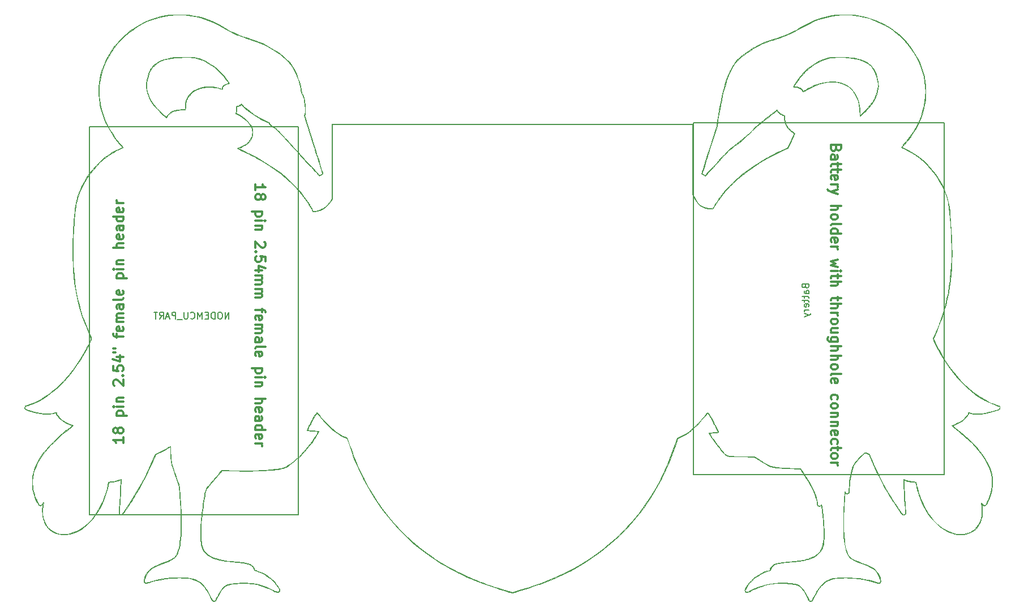
<source format=gbr>
G04 #@! TF.FileFunction,Other,Fab,Bot*
%FSLAX46Y46*%
G04 Gerber Fmt 4.6, Leading zero omitted, Abs format (unit mm)*
G04 Created by KiCad (PCBNEW 4.0.4+e1-6308~48~ubuntu16.04.1-stable) date Sun Feb  5 22:21:48 2017*
%MOMM*%
%LPD*%
G01*
G04 APERTURE LIST*
%ADD10C,0.100000*%
%ADD11C,0.300000*%
%ADD12C,0.150000*%
%ADD13C,0.010000*%
G04 APERTURE END LIST*
D10*
D11*
X201275143Y-77953144D02*
X201203714Y-78167430D01*
X201132286Y-78238858D01*
X200989429Y-78310287D01*
X200775143Y-78310287D01*
X200632286Y-78238858D01*
X200560857Y-78167430D01*
X200489429Y-78024572D01*
X200489429Y-77453144D01*
X201989429Y-77453144D01*
X201989429Y-77953144D01*
X201918000Y-78096001D01*
X201846571Y-78167430D01*
X201703714Y-78238858D01*
X201560857Y-78238858D01*
X201418000Y-78167430D01*
X201346571Y-78096001D01*
X201275143Y-77953144D01*
X201275143Y-77453144D01*
X200489429Y-79596001D02*
X201275143Y-79596001D01*
X201418000Y-79524572D01*
X201489429Y-79381715D01*
X201489429Y-79096001D01*
X201418000Y-78953144D01*
X200560857Y-79596001D02*
X200489429Y-79453144D01*
X200489429Y-79096001D01*
X200560857Y-78953144D01*
X200703714Y-78881715D01*
X200846571Y-78881715D01*
X200989429Y-78953144D01*
X201060857Y-79096001D01*
X201060857Y-79453144D01*
X201132286Y-79596001D01*
X201489429Y-80096001D02*
X201489429Y-80667430D01*
X201989429Y-80310287D02*
X200703714Y-80310287D01*
X200560857Y-80381715D01*
X200489429Y-80524573D01*
X200489429Y-80667430D01*
X201489429Y-80953144D02*
X201489429Y-81524573D01*
X201989429Y-81167430D02*
X200703714Y-81167430D01*
X200560857Y-81238858D01*
X200489429Y-81381716D01*
X200489429Y-81524573D01*
X200560857Y-82596001D02*
X200489429Y-82453144D01*
X200489429Y-82167430D01*
X200560857Y-82024573D01*
X200703714Y-81953144D01*
X201275143Y-81953144D01*
X201418000Y-82024573D01*
X201489429Y-82167430D01*
X201489429Y-82453144D01*
X201418000Y-82596001D01*
X201275143Y-82667430D01*
X201132286Y-82667430D01*
X200989429Y-81953144D01*
X200489429Y-83310287D02*
X201489429Y-83310287D01*
X201203714Y-83310287D02*
X201346571Y-83381715D01*
X201418000Y-83453144D01*
X201489429Y-83596001D01*
X201489429Y-83738858D01*
X201489429Y-84096001D02*
X200489429Y-84453144D01*
X201489429Y-84810286D02*
X200489429Y-84453144D01*
X200132286Y-84310286D01*
X200060857Y-84238858D01*
X199989429Y-84096001D01*
X200489429Y-86524572D02*
X201989429Y-86524572D01*
X200489429Y-87167429D02*
X201275143Y-87167429D01*
X201418000Y-87096000D01*
X201489429Y-86953143D01*
X201489429Y-86738858D01*
X201418000Y-86596000D01*
X201346571Y-86524572D01*
X200489429Y-88096001D02*
X200560857Y-87953143D01*
X200632286Y-87881715D01*
X200775143Y-87810286D01*
X201203714Y-87810286D01*
X201346571Y-87881715D01*
X201418000Y-87953143D01*
X201489429Y-88096001D01*
X201489429Y-88310286D01*
X201418000Y-88453143D01*
X201346571Y-88524572D01*
X201203714Y-88596001D01*
X200775143Y-88596001D01*
X200632286Y-88524572D01*
X200560857Y-88453143D01*
X200489429Y-88310286D01*
X200489429Y-88096001D01*
X200489429Y-89453144D02*
X200560857Y-89310286D01*
X200703714Y-89238858D01*
X201989429Y-89238858D01*
X200489429Y-90667429D02*
X201989429Y-90667429D01*
X200560857Y-90667429D02*
X200489429Y-90524572D01*
X200489429Y-90238858D01*
X200560857Y-90096000D01*
X200632286Y-90024572D01*
X200775143Y-89953143D01*
X201203714Y-89953143D01*
X201346571Y-90024572D01*
X201418000Y-90096000D01*
X201489429Y-90238858D01*
X201489429Y-90524572D01*
X201418000Y-90667429D01*
X200560857Y-91953143D02*
X200489429Y-91810286D01*
X200489429Y-91524572D01*
X200560857Y-91381715D01*
X200703714Y-91310286D01*
X201275143Y-91310286D01*
X201418000Y-91381715D01*
X201489429Y-91524572D01*
X201489429Y-91810286D01*
X201418000Y-91953143D01*
X201275143Y-92024572D01*
X201132286Y-92024572D01*
X200989429Y-91310286D01*
X200489429Y-92667429D02*
X201489429Y-92667429D01*
X201203714Y-92667429D02*
X201346571Y-92738857D01*
X201418000Y-92810286D01*
X201489429Y-92953143D01*
X201489429Y-93096000D01*
X201489429Y-94596000D02*
X200489429Y-94881714D01*
X201203714Y-95167428D01*
X200489429Y-95453143D01*
X201489429Y-95738857D01*
X200489429Y-96310286D02*
X201489429Y-96310286D01*
X201989429Y-96310286D02*
X201918000Y-96238857D01*
X201846571Y-96310286D01*
X201918000Y-96381714D01*
X201989429Y-96310286D01*
X201846571Y-96310286D01*
X201489429Y-96810286D02*
X201489429Y-97381715D01*
X201989429Y-97024572D02*
X200703714Y-97024572D01*
X200560857Y-97096000D01*
X200489429Y-97238858D01*
X200489429Y-97381715D01*
X200489429Y-97881715D02*
X201989429Y-97881715D01*
X200489429Y-98524572D02*
X201275143Y-98524572D01*
X201418000Y-98453143D01*
X201489429Y-98310286D01*
X201489429Y-98096001D01*
X201418000Y-97953143D01*
X201346571Y-97881715D01*
X201489429Y-100167429D02*
X201489429Y-100738858D01*
X201989429Y-100381715D02*
X200703714Y-100381715D01*
X200560857Y-100453143D01*
X200489429Y-100596001D01*
X200489429Y-100738858D01*
X200489429Y-101238858D02*
X201989429Y-101238858D01*
X200489429Y-101881715D02*
X201275143Y-101881715D01*
X201418000Y-101810286D01*
X201489429Y-101667429D01*
X201489429Y-101453144D01*
X201418000Y-101310286D01*
X201346571Y-101238858D01*
X200489429Y-102596001D02*
X201489429Y-102596001D01*
X201203714Y-102596001D02*
X201346571Y-102667429D01*
X201418000Y-102738858D01*
X201489429Y-102881715D01*
X201489429Y-103024572D01*
X200489429Y-103738858D02*
X200560857Y-103596000D01*
X200632286Y-103524572D01*
X200775143Y-103453143D01*
X201203714Y-103453143D01*
X201346571Y-103524572D01*
X201418000Y-103596000D01*
X201489429Y-103738858D01*
X201489429Y-103953143D01*
X201418000Y-104096000D01*
X201346571Y-104167429D01*
X201203714Y-104238858D01*
X200775143Y-104238858D01*
X200632286Y-104167429D01*
X200560857Y-104096000D01*
X200489429Y-103953143D01*
X200489429Y-103738858D01*
X201489429Y-105524572D02*
X200489429Y-105524572D01*
X201489429Y-104881715D02*
X200703714Y-104881715D01*
X200560857Y-104953143D01*
X200489429Y-105096001D01*
X200489429Y-105310286D01*
X200560857Y-105453143D01*
X200632286Y-105524572D01*
X201489429Y-106881715D02*
X200275143Y-106881715D01*
X200132286Y-106810286D01*
X200060857Y-106738858D01*
X199989429Y-106596001D01*
X199989429Y-106381715D01*
X200060857Y-106238858D01*
X200560857Y-106881715D02*
X200489429Y-106738858D01*
X200489429Y-106453144D01*
X200560857Y-106310286D01*
X200632286Y-106238858D01*
X200775143Y-106167429D01*
X201203714Y-106167429D01*
X201346571Y-106238858D01*
X201418000Y-106310286D01*
X201489429Y-106453144D01*
X201489429Y-106738858D01*
X201418000Y-106881715D01*
X200489429Y-107596001D02*
X201989429Y-107596001D01*
X200489429Y-108238858D02*
X201275143Y-108238858D01*
X201418000Y-108167429D01*
X201489429Y-108024572D01*
X201489429Y-107810287D01*
X201418000Y-107667429D01*
X201346571Y-107596001D01*
X200489429Y-108953144D02*
X201989429Y-108953144D01*
X200489429Y-109596001D02*
X201275143Y-109596001D01*
X201418000Y-109524572D01*
X201489429Y-109381715D01*
X201489429Y-109167430D01*
X201418000Y-109024572D01*
X201346571Y-108953144D01*
X200489429Y-110524573D02*
X200560857Y-110381715D01*
X200632286Y-110310287D01*
X200775143Y-110238858D01*
X201203714Y-110238858D01*
X201346571Y-110310287D01*
X201418000Y-110381715D01*
X201489429Y-110524573D01*
X201489429Y-110738858D01*
X201418000Y-110881715D01*
X201346571Y-110953144D01*
X201203714Y-111024573D01*
X200775143Y-111024573D01*
X200632286Y-110953144D01*
X200560857Y-110881715D01*
X200489429Y-110738858D01*
X200489429Y-110524573D01*
X200489429Y-111881716D02*
X200560857Y-111738858D01*
X200703714Y-111667430D01*
X201989429Y-111667430D01*
X200560857Y-113024572D02*
X200489429Y-112881715D01*
X200489429Y-112596001D01*
X200560857Y-112453144D01*
X200703714Y-112381715D01*
X201275143Y-112381715D01*
X201418000Y-112453144D01*
X201489429Y-112596001D01*
X201489429Y-112881715D01*
X201418000Y-113024572D01*
X201275143Y-113096001D01*
X201132286Y-113096001D01*
X200989429Y-112381715D01*
X200560857Y-115524572D02*
X200489429Y-115381715D01*
X200489429Y-115096001D01*
X200560857Y-114953143D01*
X200632286Y-114881715D01*
X200775143Y-114810286D01*
X201203714Y-114810286D01*
X201346571Y-114881715D01*
X201418000Y-114953143D01*
X201489429Y-115096001D01*
X201489429Y-115381715D01*
X201418000Y-115524572D01*
X200489429Y-116381715D02*
X200560857Y-116238857D01*
X200632286Y-116167429D01*
X200775143Y-116096000D01*
X201203714Y-116096000D01*
X201346571Y-116167429D01*
X201418000Y-116238857D01*
X201489429Y-116381715D01*
X201489429Y-116596000D01*
X201418000Y-116738857D01*
X201346571Y-116810286D01*
X201203714Y-116881715D01*
X200775143Y-116881715D01*
X200632286Y-116810286D01*
X200560857Y-116738857D01*
X200489429Y-116596000D01*
X200489429Y-116381715D01*
X201489429Y-117524572D02*
X200489429Y-117524572D01*
X201346571Y-117524572D02*
X201418000Y-117596000D01*
X201489429Y-117738858D01*
X201489429Y-117953143D01*
X201418000Y-118096000D01*
X201275143Y-118167429D01*
X200489429Y-118167429D01*
X201489429Y-118881715D02*
X200489429Y-118881715D01*
X201346571Y-118881715D02*
X201418000Y-118953143D01*
X201489429Y-119096001D01*
X201489429Y-119310286D01*
X201418000Y-119453143D01*
X201275143Y-119524572D01*
X200489429Y-119524572D01*
X200560857Y-120810286D02*
X200489429Y-120667429D01*
X200489429Y-120381715D01*
X200560857Y-120238858D01*
X200703714Y-120167429D01*
X201275143Y-120167429D01*
X201418000Y-120238858D01*
X201489429Y-120381715D01*
X201489429Y-120667429D01*
X201418000Y-120810286D01*
X201275143Y-120881715D01*
X201132286Y-120881715D01*
X200989429Y-120167429D01*
X200560857Y-122167429D02*
X200489429Y-122024572D01*
X200489429Y-121738858D01*
X200560857Y-121596000D01*
X200632286Y-121524572D01*
X200775143Y-121453143D01*
X201203714Y-121453143D01*
X201346571Y-121524572D01*
X201418000Y-121596000D01*
X201489429Y-121738858D01*
X201489429Y-122024572D01*
X201418000Y-122167429D01*
X201489429Y-122596000D02*
X201489429Y-123167429D01*
X201989429Y-122810286D02*
X200703714Y-122810286D01*
X200560857Y-122881714D01*
X200489429Y-123024572D01*
X200489429Y-123167429D01*
X200489429Y-123881715D02*
X200560857Y-123738857D01*
X200632286Y-123667429D01*
X200775143Y-123596000D01*
X201203714Y-123596000D01*
X201346571Y-123667429D01*
X201418000Y-123738857D01*
X201489429Y-123881715D01*
X201489429Y-124096000D01*
X201418000Y-124238857D01*
X201346571Y-124310286D01*
X201203714Y-124381715D01*
X200775143Y-124381715D01*
X200632286Y-124310286D01*
X200560857Y-124238857D01*
X200489429Y-124096000D01*
X200489429Y-123881715D01*
X200489429Y-125024572D02*
X201489429Y-125024572D01*
X201203714Y-125024572D02*
X201346571Y-125096000D01*
X201418000Y-125167429D01*
X201489429Y-125310286D01*
X201489429Y-125453143D01*
X114383429Y-84227144D02*
X114383429Y-83370001D01*
X114383429Y-83798573D02*
X115883429Y-83798573D01*
X115669143Y-83655716D01*
X115526286Y-83512858D01*
X115454857Y-83370001D01*
X115240571Y-85084287D02*
X115312000Y-84941429D01*
X115383429Y-84870001D01*
X115526286Y-84798572D01*
X115597714Y-84798572D01*
X115740571Y-84870001D01*
X115812000Y-84941429D01*
X115883429Y-85084287D01*
X115883429Y-85370001D01*
X115812000Y-85512858D01*
X115740571Y-85584287D01*
X115597714Y-85655715D01*
X115526286Y-85655715D01*
X115383429Y-85584287D01*
X115312000Y-85512858D01*
X115240571Y-85370001D01*
X115240571Y-85084287D01*
X115169143Y-84941429D01*
X115097714Y-84870001D01*
X114954857Y-84798572D01*
X114669143Y-84798572D01*
X114526286Y-84870001D01*
X114454857Y-84941429D01*
X114383429Y-85084287D01*
X114383429Y-85370001D01*
X114454857Y-85512858D01*
X114526286Y-85584287D01*
X114669143Y-85655715D01*
X114954857Y-85655715D01*
X115097714Y-85584287D01*
X115169143Y-85512858D01*
X115240571Y-85370001D01*
X115383429Y-87441429D02*
X113883429Y-87441429D01*
X115312000Y-87441429D02*
X115383429Y-87584286D01*
X115383429Y-87870000D01*
X115312000Y-88012857D01*
X115240571Y-88084286D01*
X115097714Y-88155715D01*
X114669143Y-88155715D01*
X114526286Y-88084286D01*
X114454857Y-88012857D01*
X114383429Y-87870000D01*
X114383429Y-87584286D01*
X114454857Y-87441429D01*
X114383429Y-88798572D02*
X115383429Y-88798572D01*
X115883429Y-88798572D02*
X115812000Y-88727143D01*
X115740571Y-88798572D01*
X115812000Y-88870000D01*
X115883429Y-88798572D01*
X115740571Y-88798572D01*
X115383429Y-89512858D02*
X114383429Y-89512858D01*
X115240571Y-89512858D02*
X115312000Y-89584286D01*
X115383429Y-89727144D01*
X115383429Y-89941429D01*
X115312000Y-90084286D01*
X115169143Y-90155715D01*
X114383429Y-90155715D01*
X115740571Y-91941429D02*
X115812000Y-92012858D01*
X115883429Y-92155715D01*
X115883429Y-92512858D01*
X115812000Y-92655715D01*
X115740571Y-92727144D01*
X115597714Y-92798572D01*
X115454857Y-92798572D01*
X115240571Y-92727144D01*
X114383429Y-91870001D01*
X114383429Y-92798572D01*
X114526286Y-93441429D02*
X114454857Y-93512857D01*
X114383429Y-93441429D01*
X114454857Y-93370000D01*
X114526286Y-93441429D01*
X114383429Y-93441429D01*
X115883429Y-94870001D02*
X115883429Y-94155715D01*
X115169143Y-94084286D01*
X115240571Y-94155715D01*
X115312000Y-94298572D01*
X115312000Y-94655715D01*
X115240571Y-94798572D01*
X115169143Y-94870001D01*
X115026286Y-94941429D01*
X114669143Y-94941429D01*
X114526286Y-94870001D01*
X114454857Y-94798572D01*
X114383429Y-94655715D01*
X114383429Y-94298572D01*
X114454857Y-94155715D01*
X114526286Y-94084286D01*
X115383429Y-96227143D02*
X114383429Y-96227143D01*
X115954857Y-95870000D02*
X114883429Y-95512857D01*
X114883429Y-96441429D01*
X114383429Y-97012857D02*
X115383429Y-97012857D01*
X115240571Y-97012857D02*
X115312000Y-97084285D01*
X115383429Y-97227143D01*
X115383429Y-97441428D01*
X115312000Y-97584285D01*
X115169143Y-97655714D01*
X114383429Y-97655714D01*
X115169143Y-97655714D02*
X115312000Y-97727143D01*
X115383429Y-97870000D01*
X115383429Y-98084285D01*
X115312000Y-98227143D01*
X115169143Y-98298571D01*
X114383429Y-98298571D01*
X114383429Y-99012857D02*
X115383429Y-99012857D01*
X115240571Y-99012857D02*
X115312000Y-99084285D01*
X115383429Y-99227143D01*
X115383429Y-99441428D01*
X115312000Y-99584285D01*
X115169143Y-99655714D01*
X114383429Y-99655714D01*
X115169143Y-99655714D02*
X115312000Y-99727143D01*
X115383429Y-99870000D01*
X115383429Y-100084285D01*
X115312000Y-100227143D01*
X115169143Y-100298571D01*
X114383429Y-100298571D01*
X115383429Y-101941428D02*
X115383429Y-102512857D01*
X114383429Y-102155714D02*
X115669143Y-102155714D01*
X115812000Y-102227142D01*
X115883429Y-102370000D01*
X115883429Y-102512857D01*
X114454857Y-103584285D02*
X114383429Y-103441428D01*
X114383429Y-103155714D01*
X114454857Y-103012857D01*
X114597714Y-102941428D01*
X115169143Y-102941428D01*
X115312000Y-103012857D01*
X115383429Y-103155714D01*
X115383429Y-103441428D01*
X115312000Y-103584285D01*
X115169143Y-103655714D01*
X115026286Y-103655714D01*
X114883429Y-102941428D01*
X114383429Y-104298571D02*
X115383429Y-104298571D01*
X115240571Y-104298571D02*
X115312000Y-104369999D01*
X115383429Y-104512857D01*
X115383429Y-104727142D01*
X115312000Y-104869999D01*
X115169143Y-104941428D01*
X114383429Y-104941428D01*
X115169143Y-104941428D02*
X115312000Y-105012857D01*
X115383429Y-105155714D01*
X115383429Y-105369999D01*
X115312000Y-105512857D01*
X115169143Y-105584285D01*
X114383429Y-105584285D01*
X114383429Y-106941428D02*
X115169143Y-106941428D01*
X115312000Y-106869999D01*
X115383429Y-106727142D01*
X115383429Y-106441428D01*
X115312000Y-106298571D01*
X114454857Y-106941428D02*
X114383429Y-106798571D01*
X114383429Y-106441428D01*
X114454857Y-106298571D01*
X114597714Y-106227142D01*
X114740571Y-106227142D01*
X114883429Y-106298571D01*
X114954857Y-106441428D01*
X114954857Y-106798571D01*
X115026286Y-106941428D01*
X114383429Y-107870000D02*
X114454857Y-107727142D01*
X114597714Y-107655714D01*
X115883429Y-107655714D01*
X114454857Y-109012856D02*
X114383429Y-108869999D01*
X114383429Y-108584285D01*
X114454857Y-108441428D01*
X114597714Y-108369999D01*
X115169143Y-108369999D01*
X115312000Y-108441428D01*
X115383429Y-108584285D01*
X115383429Y-108869999D01*
X115312000Y-109012856D01*
X115169143Y-109084285D01*
X115026286Y-109084285D01*
X114883429Y-108369999D01*
X115383429Y-110869999D02*
X113883429Y-110869999D01*
X115312000Y-110869999D02*
X115383429Y-111012856D01*
X115383429Y-111298570D01*
X115312000Y-111441427D01*
X115240571Y-111512856D01*
X115097714Y-111584285D01*
X114669143Y-111584285D01*
X114526286Y-111512856D01*
X114454857Y-111441427D01*
X114383429Y-111298570D01*
X114383429Y-111012856D01*
X114454857Y-110869999D01*
X114383429Y-112227142D02*
X115383429Y-112227142D01*
X115883429Y-112227142D02*
X115812000Y-112155713D01*
X115740571Y-112227142D01*
X115812000Y-112298570D01*
X115883429Y-112227142D01*
X115740571Y-112227142D01*
X115383429Y-112941428D02*
X114383429Y-112941428D01*
X115240571Y-112941428D02*
X115312000Y-113012856D01*
X115383429Y-113155714D01*
X115383429Y-113369999D01*
X115312000Y-113512856D01*
X115169143Y-113584285D01*
X114383429Y-113584285D01*
X114383429Y-115441428D02*
X115883429Y-115441428D01*
X114383429Y-116084285D02*
X115169143Y-116084285D01*
X115312000Y-116012856D01*
X115383429Y-115869999D01*
X115383429Y-115655714D01*
X115312000Y-115512856D01*
X115240571Y-115441428D01*
X114454857Y-117369999D02*
X114383429Y-117227142D01*
X114383429Y-116941428D01*
X114454857Y-116798571D01*
X114597714Y-116727142D01*
X115169143Y-116727142D01*
X115312000Y-116798571D01*
X115383429Y-116941428D01*
X115383429Y-117227142D01*
X115312000Y-117369999D01*
X115169143Y-117441428D01*
X115026286Y-117441428D01*
X114883429Y-116727142D01*
X114383429Y-118727142D02*
X115169143Y-118727142D01*
X115312000Y-118655713D01*
X115383429Y-118512856D01*
X115383429Y-118227142D01*
X115312000Y-118084285D01*
X114454857Y-118727142D02*
X114383429Y-118584285D01*
X114383429Y-118227142D01*
X114454857Y-118084285D01*
X114597714Y-118012856D01*
X114740571Y-118012856D01*
X114883429Y-118084285D01*
X114954857Y-118227142D01*
X114954857Y-118584285D01*
X115026286Y-118727142D01*
X114383429Y-120084285D02*
X115883429Y-120084285D01*
X114454857Y-120084285D02*
X114383429Y-119941428D01*
X114383429Y-119655714D01*
X114454857Y-119512856D01*
X114526286Y-119441428D01*
X114669143Y-119369999D01*
X115097714Y-119369999D01*
X115240571Y-119441428D01*
X115312000Y-119512856D01*
X115383429Y-119655714D01*
X115383429Y-119941428D01*
X115312000Y-120084285D01*
X114454857Y-121369999D02*
X114383429Y-121227142D01*
X114383429Y-120941428D01*
X114454857Y-120798571D01*
X114597714Y-120727142D01*
X115169143Y-120727142D01*
X115312000Y-120798571D01*
X115383429Y-120941428D01*
X115383429Y-121227142D01*
X115312000Y-121369999D01*
X115169143Y-121441428D01*
X115026286Y-121441428D01*
X114883429Y-120727142D01*
X114383429Y-122084285D02*
X115383429Y-122084285D01*
X115097714Y-122084285D02*
X115240571Y-122155713D01*
X115312000Y-122227142D01*
X115383429Y-122369999D01*
X115383429Y-122512856D01*
X94658571Y-121163713D02*
X94658571Y-122020856D01*
X94658571Y-121592284D02*
X93158571Y-121592284D01*
X93372857Y-121735141D01*
X93515714Y-121877999D01*
X93587143Y-122020856D01*
X93801429Y-120306570D02*
X93730000Y-120449428D01*
X93658571Y-120520856D01*
X93515714Y-120592285D01*
X93444286Y-120592285D01*
X93301429Y-120520856D01*
X93230000Y-120449428D01*
X93158571Y-120306570D01*
X93158571Y-120020856D01*
X93230000Y-119877999D01*
X93301429Y-119806570D01*
X93444286Y-119735142D01*
X93515714Y-119735142D01*
X93658571Y-119806570D01*
X93730000Y-119877999D01*
X93801429Y-120020856D01*
X93801429Y-120306570D01*
X93872857Y-120449428D01*
X93944286Y-120520856D01*
X94087143Y-120592285D01*
X94372857Y-120592285D01*
X94515714Y-120520856D01*
X94587143Y-120449428D01*
X94658571Y-120306570D01*
X94658571Y-120020856D01*
X94587143Y-119877999D01*
X94515714Y-119806570D01*
X94372857Y-119735142D01*
X94087143Y-119735142D01*
X93944286Y-119806570D01*
X93872857Y-119877999D01*
X93801429Y-120020856D01*
X93658571Y-117949428D02*
X95158571Y-117949428D01*
X93730000Y-117949428D02*
X93658571Y-117806571D01*
X93658571Y-117520857D01*
X93730000Y-117378000D01*
X93801429Y-117306571D01*
X93944286Y-117235142D01*
X94372857Y-117235142D01*
X94515714Y-117306571D01*
X94587143Y-117378000D01*
X94658571Y-117520857D01*
X94658571Y-117806571D01*
X94587143Y-117949428D01*
X94658571Y-116592285D02*
X93658571Y-116592285D01*
X93158571Y-116592285D02*
X93230000Y-116663714D01*
X93301429Y-116592285D01*
X93230000Y-116520857D01*
X93158571Y-116592285D01*
X93301429Y-116592285D01*
X93658571Y-115877999D02*
X94658571Y-115877999D01*
X93801429Y-115877999D02*
X93730000Y-115806571D01*
X93658571Y-115663713D01*
X93658571Y-115449428D01*
X93730000Y-115306571D01*
X93872857Y-115235142D01*
X94658571Y-115235142D01*
X93301429Y-113449428D02*
X93230000Y-113377999D01*
X93158571Y-113235142D01*
X93158571Y-112877999D01*
X93230000Y-112735142D01*
X93301429Y-112663713D01*
X93444286Y-112592285D01*
X93587143Y-112592285D01*
X93801429Y-112663713D01*
X94658571Y-113520856D01*
X94658571Y-112592285D01*
X94515714Y-111949428D02*
X94587143Y-111878000D01*
X94658571Y-111949428D01*
X94587143Y-112020857D01*
X94515714Y-111949428D01*
X94658571Y-111949428D01*
X93158571Y-110520856D02*
X93158571Y-111235142D01*
X93872857Y-111306571D01*
X93801429Y-111235142D01*
X93730000Y-111092285D01*
X93730000Y-110735142D01*
X93801429Y-110592285D01*
X93872857Y-110520856D01*
X94015714Y-110449428D01*
X94372857Y-110449428D01*
X94515714Y-110520856D01*
X94587143Y-110592285D01*
X94658571Y-110735142D01*
X94658571Y-111092285D01*
X94587143Y-111235142D01*
X94515714Y-111306571D01*
X93658571Y-109163714D02*
X94658571Y-109163714D01*
X93087143Y-109520857D02*
X94158571Y-109878000D01*
X94158571Y-108949428D01*
X93158571Y-108449429D02*
X93444286Y-108449429D01*
X93158571Y-107878000D02*
X93444286Y-107878000D01*
X93658571Y-106306572D02*
X93658571Y-105735143D01*
X94658571Y-106092286D02*
X93372857Y-106092286D01*
X93230000Y-106020858D01*
X93158571Y-105878000D01*
X93158571Y-105735143D01*
X94587143Y-104663715D02*
X94658571Y-104806572D01*
X94658571Y-105092286D01*
X94587143Y-105235143D01*
X94444286Y-105306572D01*
X93872857Y-105306572D01*
X93730000Y-105235143D01*
X93658571Y-105092286D01*
X93658571Y-104806572D01*
X93730000Y-104663715D01*
X93872857Y-104592286D01*
X94015714Y-104592286D01*
X94158571Y-105306572D01*
X94658571Y-103949429D02*
X93658571Y-103949429D01*
X93801429Y-103949429D02*
X93730000Y-103878001D01*
X93658571Y-103735143D01*
X93658571Y-103520858D01*
X93730000Y-103378001D01*
X93872857Y-103306572D01*
X94658571Y-103306572D01*
X93872857Y-103306572D02*
X93730000Y-103235143D01*
X93658571Y-103092286D01*
X93658571Y-102878001D01*
X93730000Y-102735143D01*
X93872857Y-102663715D01*
X94658571Y-102663715D01*
X94658571Y-101306572D02*
X93872857Y-101306572D01*
X93730000Y-101378001D01*
X93658571Y-101520858D01*
X93658571Y-101806572D01*
X93730000Y-101949429D01*
X94587143Y-101306572D02*
X94658571Y-101449429D01*
X94658571Y-101806572D01*
X94587143Y-101949429D01*
X94444286Y-102020858D01*
X94301429Y-102020858D01*
X94158571Y-101949429D01*
X94087143Y-101806572D01*
X94087143Y-101449429D01*
X94015714Y-101306572D01*
X94658571Y-100378000D02*
X94587143Y-100520858D01*
X94444286Y-100592286D01*
X93158571Y-100592286D01*
X94587143Y-99235144D02*
X94658571Y-99378001D01*
X94658571Y-99663715D01*
X94587143Y-99806572D01*
X94444286Y-99878001D01*
X93872857Y-99878001D01*
X93730000Y-99806572D01*
X93658571Y-99663715D01*
X93658571Y-99378001D01*
X93730000Y-99235144D01*
X93872857Y-99163715D01*
X94015714Y-99163715D01*
X94158571Y-99878001D01*
X93658571Y-97378001D02*
X95158571Y-97378001D01*
X93730000Y-97378001D02*
X93658571Y-97235144D01*
X93658571Y-96949430D01*
X93730000Y-96806573D01*
X93801429Y-96735144D01*
X93944286Y-96663715D01*
X94372857Y-96663715D01*
X94515714Y-96735144D01*
X94587143Y-96806573D01*
X94658571Y-96949430D01*
X94658571Y-97235144D01*
X94587143Y-97378001D01*
X94658571Y-96020858D02*
X93658571Y-96020858D01*
X93158571Y-96020858D02*
X93230000Y-96092287D01*
X93301429Y-96020858D01*
X93230000Y-95949430D01*
X93158571Y-96020858D01*
X93301429Y-96020858D01*
X93658571Y-95306572D02*
X94658571Y-95306572D01*
X93801429Y-95306572D02*
X93730000Y-95235144D01*
X93658571Y-95092286D01*
X93658571Y-94878001D01*
X93730000Y-94735144D01*
X93872857Y-94663715D01*
X94658571Y-94663715D01*
X94658571Y-92806572D02*
X93158571Y-92806572D01*
X94658571Y-92163715D02*
X93872857Y-92163715D01*
X93730000Y-92235144D01*
X93658571Y-92378001D01*
X93658571Y-92592286D01*
X93730000Y-92735144D01*
X93801429Y-92806572D01*
X94587143Y-90878001D02*
X94658571Y-91020858D01*
X94658571Y-91306572D01*
X94587143Y-91449429D01*
X94444286Y-91520858D01*
X93872857Y-91520858D01*
X93730000Y-91449429D01*
X93658571Y-91306572D01*
X93658571Y-91020858D01*
X93730000Y-90878001D01*
X93872857Y-90806572D01*
X94015714Y-90806572D01*
X94158571Y-91520858D01*
X94658571Y-89520858D02*
X93872857Y-89520858D01*
X93730000Y-89592287D01*
X93658571Y-89735144D01*
X93658571Y-90020858D01*
X93730000Y-90163715D01*
X94587143Y-89520858D02*
X94658571Y-89663715D01*
X94658571Y-90020858D01*
X94587143Y-90163715D01*
X94444286Y-90235144D01*
X94301429Y-90235144D01*
X94158571Y-90163715D01*
X94087143Y-90020858D01*
X94087143Y-89663715D01*
X94015714Y-89520858D01*
X94658571Y-88163715D02*
X93158571Y-88163715D01*
X94587143Y-88163715D02*
X94658571Y-88306572D01*
X94658571Y-88592286D01*
X94587143Y-88735144D01*
X94515714Y-88806572D01*
X94372857Y-88878001D01*
X93944286Y-88878001D01*
X93801429Y-88806572D01*
X93730000Y-88735144D01*
X93658571Y-88592286D01*
X93658571Y-88306572D01*
X93730000Y-88163715D01*
X94587143Y-86878001D02*
X94658571Y-87020858D01*
X94658571Y-87306572D01*
X94587143Y-87449429D01*
X94444286Y-87520858D01*
X93872857Y-87520858D01*
X93730000Y-87449429D01*
X93658571Y-87306572D01*
X93658571Y-87020858D01*
X93730000Y-86878001D01*
X93872857Y-86806572D01*
X94015714Y-86806572D01*
X94158571Y-87520858D01*
X94658571Y-86163715D02*
X93658571Y-86163715D01*
X93944286Y-86163715D02*
X93801429Y-86092287D01*
X93730000Y-86020858D01*
X93658571Y-85878001D01*
X93658571Y-85735144D01*
D12*
X120862000Y-132812000D02*
X120862000Y-74712000D01*
X89552000Y-132812000D02*
X120862000Y-132812000D01*
X89552000Y-132812000D02*
X89552000Y-74712000D01*
X89552000Y-74712000D02*
X120862000Y-74712000D01*
D13*
G36*
X202908493Y-57904907D02*
X203176839Y-57908171D01*
X203425816Y-57913621D01*
X203645707Y-57921258D01*
X203826798Y-57931081D01*
X203959373Y-57943091D01*
X203960541Y-57943237D01*
X204815958Y-58077629D01*
X205643394Y-58262571D01*
X206445548Y-58498931D01*
X207225117Y-58787578D01*
X207984800Y-59129379D01*
X208529232Y-59413439D01*
X208724558Y-59526460D01*
X208952672Y-59666716D01*
X209200388Y-59825442D01*
X209454521Y-59993873D01*
X209701886Y-60163244D01*
X209929297Y-60324791D01*
X210123568Y-60469749D01*
X210154384Y-60493704D01*
X210792033Y-61028349D01*
X211387365Y-61599268D01*
X211938788Y-62203959D01*
X212444713Y-62839917D01*
X212903549Y-63504639D01*
X213313706Y-64195619D01*
X213673592Y-64910355D01*
X213981618Y-65646343D01*
X214236192Y-66401077D01*
X214435725Y-67172055D01*
X214455919Y-67265665D01*
X214565802Y-67896385D01*
X214637172Y-68556894D01*
X214669634Y-69232748D01*
X214662793Y-69909502D01*
X214616254Y-70572714D01*
X214558809Y-71028034D01*
X214410447Y-71812984D01*
X214204784Y-72588191D01*
X213942226Y-73352824D01*
X213623176Y-74106052D01*
X213248042Y-74847047D01*
X212817228Y-75574977D01*
X212331140Y-76289014D01*
X211790182Y-76988326D01*
X211456794Y-77380763D01*
X211351318Y-77502377D01*
X211261033Y-77609277D01*
X211192383Y-77693605D01*
X211151810Y-77747503D01*
X211143545Y-77762710D01*
X211169127Y-77783171D01*
X211237792Y-77820288D01*
X211338617Y-77868517D01*
X211442798Y-77914683D01*
X211848507Y-78102874D01*
X212275338Y-78327055D01*
X212707345Y-78578098D01*
X213128580Y-78846879D01*
X213401399Y-79035603D01*
X214022875Y-79514670D01*
X214612604Y-80037419D01*
X215168013Y-80599887D01*
X215686529Y-81198111D01*
X216165578Y-81828128D01*
X216602587Y-82485972D01*
X216994982Y-83167683D01*
X217340189Y-83869295D01*
X217635636Y-84586845D01*
X217878749Y-85316371D01*
X218066954Y-86053909D01*
X218116356Y-86297229D01*
X218146198Y-86459587D01*
X218172053Y-86613957D01*
X218195281Y-86771034D01*
X218217241Y-86941516D01*
X218239295Y-87136098D01*
X218262802Y-87365478D01*
X218289123Y-87640351D01*
X218294554Y-87698609D01*
X218403698Y-88987040D01*
X218486858Y-90225903D01*
X218543985Y-91417943D01*
X218575027Y-92565908D01*
X218579932Y-93672547D01*
X218558649Y-94740606D01*
X218511127Y-95772832D01*
X218437315Y-96771973D01*
X218337160Y-97740777D01*
X218210613Y-98681991D01*
X218074043Y-99508149D01*
X217884151Y-100451147D01*
X217653949Y-101395111D01*
X217381740Y-102345359D01*
X217065824Y-103307208D01*
X216704504Y-104285974D01*
X216296081Y-105286976D01*
X216044126Y-105863776D01*
X215808387Y-106391367D01*
X215889405Y-106584586D01*
X215969164Y-106767067D01*
X216070696Y-106987442D01*
X216187555Y-107232485D01*
X216313298Y-107488970D01*
X216441478Y-107743671D01*
X216565649Y-107983362D01*
X216629677Y-108103590D01*
X217100488Y-108934174D01*
X217605626Y-109743635D01*
X218141405Y-110527510D01*
X218704137Y-111281339D01*
X219290136Y-112000660D01*
X219895714Y-112681014D01*
X220517184Y-113317939D01*
X221150860Y-113906973D01*
X221793055Y-114443656D01*
X222005405Y-114607895D01*
X222571471Y-115011838D01*
X223152839Y-115378287D01*
X223742338Y-115703492D01*
X224332797Y-115983706D01*
X224917045Y-116215179D01*
X225346173Y-116354347D01*
X225521613Y-116414237D01*
X225645111Y-116478735D01*
X225723107Y-116553416D01*
X225762042Y-116643854D01*
X225769506Y-116720749D01*
X225766333Y-116807188D01*
X225752483Y-116877230D01*
X225721462Y-116935544D01*
X225666776Y-116986799D01*
X225581931Y-117035663D01*
X225460432Y-117086806D01*
X225295786Y-117144897D01*
X225083414Y-117213991D01*
X224476566Y-117391682D01*
X223894214Y-117529556D01*
X223339033Y-117627339D01*
X222813698Y-117684757D01*
X222320883Y-117701536D01*
X221863261Y-117677403D01*
X221443507Y-117612083D01*
X221366450Y-117594561D01*
X221226401Y-117561528D01*
X221133498Y-117543650D01*
X221078066Y-117542628D01*
X221050430Y-117560162D01*
X221040915Y-117597955D01*
X221039851Y-117651983D01*
X221035384Y-117708651D01*
X221017610Y-117763669D01*
X220979967Y-117828473D01*
X220915897Y-117914500D01*
X220826302Y-118024225D01*
X220484470Y-118393359D01*
X220115491Y-118712637D01*
X219721259Y-118980746D01*
X219303668Y-119196373D01*
X218930546Y-119337802D01*
X218818705Y-119376663D01*
X218731731Y-119412826D01*
X218682056Y-119440824D01*
X218675087Y-119450166D01*
X218697062Y-119476881D01*
X218758310Y-119533088D01*
X218851754Y-119612765D01*
X218970317Y-119709890D01*
X219106919Y-119818443D01*
X219120253Y-119828878D01*
X219855056Y-120418771D01*
X220533857Y-120996457D01*
X221157499Y-121563065D01*
X221726829Y-122119721D01*
X222242691Y-122667555D01*
X222705930Y-123207695D01*
X223117391Y-123741268D01*
X223477920Y-124269404D01*
X223788360Y-124793229D01*
X224049557Y-125313873D01*
X224262356Y-125832463D01*
X224427603Y-126350128D01*
X224546141Y-126867995D01*
X224588541Y-127130097D01*
X224611657Y-127358253D01*
X224624676Y-127626443D01*
X224627953Y-127918660D01*
X224621843Y-128218898D01*
X224606698Y-128511151D01*
X224582873Y-128779413D01*
X224550722Y-129007679D01*
X224546492Y-129030720D01*
X224438334Y-129496937D01*
X224288686Y-129980254D01*
X224103488Y-130463717D01*
X223888683Y-130930371D01*
X223863284Y-130980374D01*
X223779438Y-131139614D01*
X223711945Y-131253312D01*
X223652870Y-131329027D01*
X223594278Y-131374316D01*
X223528232Y-131396737D01*
X223446797Y-131403848D01*
X223418358Y-131404126D01*
X223316884Y-131399907D01*
X223249437Y-131381608D01*
X223191923Y-131340763D01*
X223165314Y-131315230D01*
X223108441Y-131264072D01*
X223069708Y-131239730D01*
X223062623Y-131240128D01*
X223060320Y-131273179D01*
X223065516Y-131350528D01*
X223077123Y-131458716D01*
X223085790Y-131526093D01*
X223105417Y-131724052D01*
X223117069Y-131958150D01*
X223120890Y-132211462D01*
X223117023Y-132467062D01*
X223105613Y-132708024D01*
X223086805Y-132917424D01*
X223073122Y-133014426D01*
X222972762Y-133461707D01*
X222827550Y-133876429D01*
X222638840Y-134256230D01*
X222407984Y-134598749D01*
X222136337Y-134901624D01*
X221854729Y-135140871D01*
X221508917Y-135362060D01*
X221134482Y-135534519D01*
X220735421Y-135657943D01*
X220315732Y-135732030D01*
X219879414Y-135756477D01*
X219430465Y-135730981D01*
X218972883Y-135655239D01*
X218510666Y-135528949D01*
X218204243Y-135417454D01*
X217709125Y-135188566D01*
X217226585Y-134904678D01*
X216758867Y-134568260D01*
X216308217Y-134181782D01*
X215876879Y-133747713D01*
X215467099Y-133268523D01*
X215081120Y-132746682D01*
X214721187Y-132184660D01*
X214389546Y-131584925D01*
X214088442Y-130949947D01*
X214038813Y-130834816D01*
X213895141Y-130485062D01*
X213763488Y-130138838D01*
X213640799Y-129786372D01*
X213524018Y-129417889D01*
X213410090Y-129023617D01*
X213295959Y-128593782D01*
X213178571Y-128118613D01*
X213143448Y-127970792D01*
X213131819Y-127942650D01*
X213105423Y-127923315D01*
X213053312Y-127909953D01*
X212964539Y-127899730D01*
X212831439Y-127890027D01*
X212446349Y-127846146D01*
X212051500Y-127767105D01*
X211700343Y-127666567D01*
X211585623Y-127628723D01*
X211492759Y-127599193D01*
X211434934Y-127582116D01*
X211422958Y-127579528D01*
X211413802Y-127607936D01*
X211408596Y-127690304D01*
X211407145Y-127822347D01*
X211409254Y-127999782D01*
X211414729Y-128218326D01*
X211423374Y-128473694D01*
X211434994Y-128761603D01*
X211449395Y-129077768D01*
X211466381Y-129417907D01*
X211485758Y-129777735D01*
X211507330Y-130152968D01*
X211530903Y-130539323D01*
X211556281Y-130932516D01*
X211583270Y-131328263D01*
X211611234Y-131716349D01*
X211626141Y-131929283D01*
X211638276Y-132126177D01*
X211647251Y-132298608D01*
X211652678Y-132438153D01*
X211654169Y-132536388D01*
X211651334Y-132584890D01*
X211651307Y-132584998D01*
X211598789Y-132683745D01*
X211505860Y-132759514D01*
X211389427Y-132800485D01*
X211337439Y-132804471D01*
X211242690Y-132795040D01*
X211162507Y-132773021D01*
X211149899Y-132766944D01*
X211099408Y-132722321D01*
X211022042Y-132631362D01*
X210920400Y-132498137D01*
X210797084Y-132326717D01*
X210654692Y-132121170D01*
X210495825Y-131885567D01*
X210323083Y-131623978D01*
X210139066Y-131340471D01*
X209946375Y-131039117D01*
X209747610Y-130723986D01*
X209545370Y-130399147D01*
X209342255Y-130068670D01*
X209140867Y-129736625D01*
X208943805Y-129407081D01*
X208753669Y-129084108D01*
X208573059Y-128771777D01*
X208404576Y-128474156D01*
X208385948Y-128440793D01*
X207827026Y-127398575D01*
X207289930Y-126315768D01*
X206772094Y-125186998D01*
X206276823Y-124021244D01*
X206164793Y-123747442D01*
X205872839Y-123634580D01*
X205753106Y-123588557D01*
X205655544Y-123551552D01*
X205591696Y-123527912D01*
X205572668Y-123521543D01*
X205543280Y-123541137D01*
X205479927Y-123595934D01*
X205389383Y-123679308D01*
X205278422Y-123784630D01*
X205153817Y-123905274D01*
X205022344Y-124034612D01*
X204890776Y-124166017D01*
X204765887Y-124292862D01*
X204654452Y-124408520D01*
X204563243Y-124506363D01*
X204542473Y-124529417D01*
X204354821Y-124743030D01*
X204202759Y-124925136D01*
X204080316Y-125085242D01*
X203981522Y-125232858D01*
X203900408Y-125377492D01*
X203831004Y-125528654D01*
X203767341Y-125695853D01*
X203718188Y-125842402D01*
X203605437Y-126215810D01*
X203509957Y-126585604D01*
X203430078Y-126961863D01*
X203364131Y-127354668D01*
X203310447Y-127774097D01*
X203267358Y-128230230D01*
X203233193Y-128733148D01*
X203229942Y-128791138D01*
X203218497Y-128975193D01*
X203205538Y-129143860D01*
X203192061Y-129286707D01*
X203179064Y-129393305D01*
X203167543Y-129453223D01*
X203166335Y-129456710D01*
X203117052Y-129530023D01*
X203052821Y-129580790D01*
X202950201Y-129613656D01*
X202835351Y-129621078D01*
X202733254Y-129603086D01*
X202688822Y-129580342D01*
X202637505Y-129546348D01*
X202607746Y-129548146D01*
X202590342Y-129593550D01*
X202578130Y-129674298D01*
X202569414Y-129758867D01*
X202558126Y-129893811D01*
X202544767Y-130071199D01*
X202529836Y-130283095D01*
X202513837Y-130521567D01*
X202497270Y-130778681D01*
X202480636Y-131046503D01*
X202464437Y-131317099D01*
X202449173Y-131582537D01*
X202435346Y-131834882D01*
X202423458Y-132066202D01*
X202414009Y-132268561D01*
X202413532Y-132279577D01*
X202403441Y-132560618D01*
X202395551Y-132877394D01*
X202389861Y-133219675D01*
X202386372Y-133577231D01*
X202385081Y-133939831D01*
X202385989Y-134297243D01*
X202389094Y-134639238D01*
X202394397Y-134955584D01*
X202401896Y-135236052D01*
X202411591Y-135470410D01*
X202413753Y-135510140D01*
X202454766Y-136092916D01*
X202508471Y-136629123D01*
X202574551Y-137117180D01*
X202652688Y-137555510D01*
X202742568Y-137942534D01*
X202843873Y-138276672D01*
X202956286Y-138556346D01*
X203064472Y-138756665D01*
X203182792Y-138924801D01*
X203318881Y-139078658D01*
X203478069Y-139221559D01*
X203665686Y-139356825D01*
X203887059Y-139487779D01*
X204147518Y-139617742D01*
X204452393Y-139750035D01*
X204807012Y-139887980D01*
X204982380Y-139952116D01*
X205251192Y-140049395D01*
X205473653Y-140131373D01*
X205658654Y-140201649D01*
X205815090Y-140263824D01*
X205951855Y-140321500D01*
X206077842Y-140378278D01*
X206201946Y-140437757D01*
X206288532Y-140480944D01*
X206668915Y-140699088D01*
X206997979Y-140944077D01*
X207277038Y-141217469D01*
X207507403Y-141520819D01*
X207690385Y-141855681D01*
X207827297Y-142223612D01*
X207860780Y-142345376D01*
X207900832Y-142513993D01*
X207922841Y-142639484D01*
X207927406Y-142734060D01*
X207915129Y-142809927D01*
X207887020Y-142878503D01*
X207826970Y-142959296D01*
X207743561Y-143007414D01*
X207631047Y-143023201D01*
X207483684Y-143006999D01*
X207295723Y-142959151D01*
X207176956Y-142920831D01*
X206609944Y-142747176D01*
X205998539Y-142595680D01*
X205352985Y-142467911D01*
X204683526Y-142365437D01*
X204000409Y-142289826D01*
X203313878Y-142242645D01*
X202634179Y-142225461D01*
X202632150Y-142225456D01*
X202113686Y-142233143D01*
X201645918Y-142259756D01*
X201223808Y-142306812D01*
X200842316Y-142375825D01*
X200496404Y-142468312D01*
X200181033Y-142585789D01*
X199891164Y-142729771D01*
X199621758Y-142901775D01*
X199367778Y-143103317D01*
X199201870Y-143257459D01*
X199055054Y-143407142D01*
X198920523Y-143556746D01*
X198793632Y-143713238D01*
X198669739Y-143883583D01*
X198544201Y-144074747D01*
X198412373Y-144293694D01*
X198269614Y-144547390D01*
X198111279Y-144842800D01*
X197990495Y-145074643D01*
X197899873Y-145246105D01*
X197814367Y-145400408D01*
X197738940Y-145529132D01*
X197678554Y-145623860D01*
X197638172Y-145676175D01*
X197633398Y-145680447D01*
X197542299Y-145723371D01*
X197427590Y-145739888D01*
X197313650Y-145729554D01*
X197224858Y-145691925D01*
X197219876Y-145687977D01*
X197189272Y-145647533D01*
X197137906Y-145562874D01*
X197070409Y-145442364D01*
X196991412Y-145294368D01*
X196905545Y-145127251D01*
X196868350Y-145052977D01*
X196670981Y-144671464D01*
X196483281Y-144343156D01*
X196301667Y-144064391D01*
X196122558Y-143831504D01*
X195942372Y-143640834D01*
X195757528Y-143488718D01*
X195564443Y-143371493D01*
X195359535Y-143285497D01*
X195139224Y-143227066D01*
X195070541Y-143214521D01*
X194324683Y-143109328D01*
X193613894Y-143047462D01*
X192933884Y-143029121D01*
X192280361Y-143054504D01*
X191649034Y-143123807D01*
X191035611Y-143237227D01*
X190435802Y-143394963D01*
X190311690Y-143433571D01*
X190029647Y-143527264D01*
X189755213Y-143626430D01*
X189477010Y-143735733D01*
X189183658Y-143859838D01*
X188863781Y-144003410D01*
X188505998Y-144171114D01*
X188464771Y-144190789D01*
X188284326Y-144276186D01*
X188147708Y-144338308D01*
X188046621Y-144380196D01*
X187972767Y-144404886D01*
X187917846Y-144415418D01*
X187873562Y-144414830D01*
X187859082Y-144412568D01*
X187727379Y-144363607D01*
X187638204Y-144274861D01*
X187592839Y-144147689D01*
X187590167Y-144127885D01*
X187586079Y-144059880D01*
X187593887Y-143996860D01*
X187618195Y-143924064D01*
X187663608Y-143826731D01*
X187715263Y-143726902D01*
X187898690Y-143420667D01*
X188127615Y-143106463D01*
X188392305Y-142795265D01*
X188683028Y-142498052D01*
X188990050Y-142225801D01*
X189173069Y-142082683D01*
X189564029Y-141815614D01*
X189977870Y-141575871D01*
X190400933Y-141370341D01*
X190819560Y-141205909D01*
X191063586Y-141129656D01*
X191360601Y-141046572D01*
X191394939Y-140911969D01*
X191480716Y-140690719D01*
X191618248Y-140496416D01*
X191807456Y-140329122D01*
X192048262Y-140188902D01*
X192340586Y-140075817D01*
X192494898Y-140032276D01*
X192628900Y-140000341D01*
X192770241Y-139971199D01*
X192925550Y-139943983D01*
X193101456Y-139917826D01*
X193304589Y-139891860D01*
X193541578Y-139865219D01*
X193819052Y-139837037D01*
X194143641Y-139806446D01*
X194395264Y-139783771D01*
X194843354Y-139742242D01*
X195239493Y-139701557D01*
X195590090Y-139660641D01*
X195901553Y-139618422D01*
X196180290Y-139573826D01*
X196432711Y-139525782D01*
X196665223Y-139473215D01*
X196884235Y-139415052D01*
X197096156Y-139350221D01*
X197207666Y-139312832D01*
X197637336Y-139141760D01*
X198022215Y-138940773D01*
X198360305Y-138711267D01*
X198649610Y-138454636D01*
X198888135Y-138172276D01*
X198933899Y-138106392D01*
X199064137Y-137868815D01*
X199173004Y-137577445D01*
X199260504Y-137232220D01*
X199326641Y-136833079D01*
X199371420Y-136379961D01*
X199394844Y-135872807D01*
X199396917Y-135311554D01*
X199377643Y-134696142D01*
X199337027Y-134026510D01*
X199275072Y-133302598D01*
X199259675Y-133146893D01*
X199244110Y-132999522D01*
X199224590Y-132825066D01*
X199202161Y-132631874D01*
X199177868Y-132428295D01*
X199152754Y-132222680D01*
X199127867Y-132023378D01*
X199104249Y-131838740D01*
X199082947Y-131677116D01*
X199065006Y-131546854D01*
X199051469Y-131456305D01*
X199043382Y-131413820D01*
X199042545Y-131411866D01*
X199016083Y-131419833D01*
X198955550Y-131447912D01*
X198922342Y-131464799D01*
X198783288Y-131510519D01*
X198650977Y-131503778D01*
X198535693Y-131445921D01*
X198496935Y-131409087D01*
X198446355Y-131335413D01*
X198415229Y-131241065D01*
X198399373Y-131137226D01*
X198347407Y-130770711D01*
X198271678Y-130406587D01*
X198169989Y-130039625D01*
X198040141Y-129664597D01*
X197879939Y-129276275D01*
X197687184Y-128869431D01*
X197459680Y-128438836D01*
X197195230Y-127979262D01*
X196891636Y-127485481D01*
X196812232Y-127360563D01*
X196688400Y-127166360D01*
X196552936Y-126953034D01*
X196417058Y-126738306D01*
X196291980Y-126539896D01*
X196202411Y-126397115D01*
X196112270Y-126253743D01*
X196031779Y-126127208D01*
X195966425Y-126026022D01*
X195921698Y-125958695D01*
X195903990Y-125934436D01*
X195869789Y-125927626D01*
X195784381Y-125919935D01*
X195654934Y-125911740D01*
X195488618Y-125903418D01*
X195292604Y-125895345D01*
X195074059Y-125887899D01*
X194949449Y-125884278D01*
X194525882Y-125870500D01*
X194103274Y-125852557D01*
X193688693Y-125830965D01*
X193289207Y-125806242D01*
X192911886Y-125778904D01*
X192563798Y-125749470D01*
X192252010Y-125718456D01*
X191983593Y-125686378D01*
X191765615Y-125653755D01*
X191742265Y-125649665D01*
X191597026Y-125617681D01*
X191446141Y-125571394D01*
X191284102Y-125507985D01*
X191105402Y-125424632D01*
X190904535Y-125318517D01*
X190675991Y-125186819D01*
X190414265Y-125026719D01*
X190113848Y-124835397D01*
X189972255Y-124743384D01*
X189790206Y-124626018D01*
X189608998Y-124511938D01*
X189439269Y-124407641D01*
X189291661Y-124319622D01*
X189176811Y-124254376D01*
X189136056Y-124232859D01*
X188894675Y-124110776D01*
X187194562Y-124095821D01*
X186778322Y-124091998D01*
X186415949Y-124087871D01*
X186102922Y-124082715D01*
X185834717Y-124075808D01*
X185606814Y-124066426D01*
X185414690Y-124053845D01*
X185253823Y-124037343D01*
X185119691Y-124016196D01*
X185007772Y-123989681D01*
X184913544Y-123957074D01*
X184832485Y-123917652D01*
X184760073Y-123870692D01*
X184691786Y-123815470D01*
X184623101Y-123751262D01*
X184549497Y-123677347D01*
X184544097Y-123671844D01*
X184341934Y-123456537D01*
X184116770Y-123200356D01*
X183875868Y-122912361D01*
X183626494Y-122601612D01*
X183375911Y-122277169D01*
X183131383Y-121948093D01*
X182900176Y-121623443D01*
X182890192Y-121609069D01*
X182783592Y-121452540D01*
X182674480Y-121287217D01*
X182567728Y-121121032D01*
X182468208Y-120961914D01*
X182380793Y-120817793D01*
X182310356Y-120696600D01*
X182261768Y-120606265D01*
X182239902Y-120554718D01*
X182239161Y-120549481D01*
X182250924Y-120529432D01*
X182290768Y-120513197D01*
X182365529Y-120499707D01*
X182482042Y-120487891D01*
X182647141Y-120476677D01*
X182735483Y-120471736D01*
X182912517Y-120460187D01*
X183087127Y-120445097D01*
X183248879Y-120427753D01*
X183387335Y-120409441D01*
X183492062Y-120391449D01*
X183552624Y-120375062D01*
X183561516Y-120369888D01*
X183553493Y-120340450D01*
X183521608Y-120265875D01*
X183469158Y-120152715D01*
X183399442Y-120007522D01*
X183315760Y-119836847D01*
X183221409Y-119647243D01*
X183119688Y-119445261D01*
X183013895Y-119237454D01*
X182907330Y-119030372D01*
X182803291Y-118830569D01*
X182705076Y-118644596D01*
X182615985Y-118479004D01*
X182543177Y-118347204D01*
X182454863Y-118194753D01*
X182361904Y-118042106D01*
X182269849Y-117897549D01*
X182184246Y-117769362D01*
X182110645Y-117665831D01*
X182054594Y-117595238D01*
X182021644Y-117565866D01*
X182019506Y-117565505D01*
X181985802Y-117587570D01*
X181932891Y-117644663D01*
X181887066Y-117704183D01*
X181747038Y-117889240D01*
X181570840Y-118105240D01*
X181365898Y-118344281D01*
X181139638Y-118598463D01*
X180899486Y-118859885D01*
X180652868Y-119120646D01*
X180407211Y-119372845D01*
X180169941Y-119608582D01*
X179948484Y-119819955D01*
X179750266Y-119999063D01*
X179650514Y-120083699D01*
X179267427Y-120387305D01*
X178908686Y-120646540D01*
X178566917Y-120866061D01*
X178234749Y-121050521D01*
X177904809Y-121204578D01*
X177819527Y-121239805D01*
X177533292Y-121354992D01*
X177262578Y-122168122D01*
X176774616Y-123550650D01*
X176244698Y-124892979D01*
X175672887Y-126195007D01*
X175059243Y-127456634D01*
X174403828Y-128677757D01*
X173706705Y-129858276D01*
X172967934Y-130998088D01*
X172187578Y-132097092D01*
X171365697Y-133155187D01*
X170502355Y-134172272D01*
X169597612Y-135148244D01*
X169020898Y-135727775D01*
X168062720Y-136626239D01*
X167068648Y-137482066D01*
X166037707Y-138295853D01*
X164968926Y-139068196D01*
X163861330Y-139799691D01*
X162713948Y-140490936D01*
X161525806Y-141142527D01*
X160295931Y-141755060D01*
X159023350Y-142329133D01*
X157707090Y-142865341D01*
X156868357Y-143179141D01*
X156692712Y-143241595D01*
X156482558Y-143314455D01*
X156243270Y-143395991D01*
X155980224Y-143484470D01*
X155698797Y-143578163D01*
X155404364Y-143675338D01*
X155102302Y-143774264D01*
X154797986Y-143873210D01*
X154496794Y-143970444D01*
X154204101Y-144064236D01*
X153925284Y-144152855D01*
X153665718Y-144234570D01*
X153430780Y-144307649D01*
X153225845Y-144370362D01*
X153056291Y-144420977D01*
X152927492Y-144457763D01*
X152844827Y-144478990D01*
X152816920Y-144483666D01*
X152773810Y-144474867D01*
X152680426Y-144449558D01*
X152541997Y-144409367D01*
X152363751Y-144355926D01*
X152150916Y-144290864D01*
X151908720Y-144215812D01*
X151642392Y-144132401D01*
X151357159Y-144042259D01*
X151058250Y-143947017D01*
X150750892Y-143848307D01*
X150440314Y-143747756D01*
X150131743Y-143646997D01*
X150095023Y-143634945D01*
X149328402Y-143377537D01*
X148609041Y-143123829D01*
X147926361Y-142869541D01*
X147269779Y-142610392D01*
X146628715Y-142342099D01*
X145992588Y-142060382D01*
X145350815Y-141760958D01*
X144796058Y-141490861D01*
X144049968Y-141111948D01*
X143347534Y-140735521D01*
X142674952Y-140353677D01*
X142018419Y-139958516D01*
X141364132Y-139542132D01*
X141175828Y-139418264D01*
X140065783Y-138648692D01*
X138996980Y-137837873D01*
X137969368Y-136985748D01*
X136982893Y-136092258D01*
X136037503Y-135157343D01*
X135133146Y-134180944D01*
X134269769Y-133163001D01*
X133447321Y-132103455D01*
X132665748Y-131002246D01*
X131924999Y-129859316D01*
X131225021Y-128674604D01*
X130565761Y-127448051D01*
X130476704Y-127272977D01*
X130119381Y-126547071D01*
X129785023Y-125827938D01*
X129468772Y-125103874D01*
X129165770Y-124363177D01*
X128871159Y-123594143D01*
X128580080Y-122785070D01*
X128417900Y-122313362D01*
X128092885Y-121353517D01*
X127909617Y-121284621D01*
X127723997Y-121206482D01*
X127506762Y-121101456D01*
X127272950Y-120977765D01*
X127037602Y-120843634D01*
X126815756Y-120707286D01*
X126645884Y-120593575D01*
X126203374Y-120260724D01*
X125750345Y-119878708D01*
X125293542Y-119454145D01*
X124839706Y-118993653D01*
X124395580Y-118503848D01*
X123967907Y-117991348D01*
X123875789Y-117875053D01*
X123785156Y-117761416D01*
X123706643Y-117666535D01*
X123647475Y-117598880D01*
X123614880Y-117566924D01*
X123611734Y-117565505D01*
X123574727Y-117590651D01*
X123514422Y-117662691D01*
X123434107Y-117776531D01*
X123337067Y-117927076D01*
X123226588Y-118109233D01*
X123105956Y-118317908D01*
X122980876Y-118543551D01*
X122883102Y-118725136D01*
X122780359Y-118918880D01*
X122676100Y-119117981D01*
X122573775Y-119315636D01*
X122476838Y-119505044D01*
X122388739Y-119679401D01*
X122312932Y-119831906D01*
X122252866Y-119955757D01*
X122211995Y-120044150D01*
X122193770Y-120090284D01*
X122193457Y-120095280D01*
X122235302Y-120109698D01*
X122331552Y-120126012D01*
X122478267Y-120143803D01*
X122671505Y-120162651D01*
X122907327Y-120182136D01*
X123181792Y-120201839D01*
X123214623Y-120204032D01*
X123397213Y-120217023D01*
X123559805Y-120230277D01*
X123693459Y-120242925D01*
X123789233Y-120254102D01*
X123838188Y-120262940D01*
X123842306Y-120264895D01*
X123840224Y-120301402D01*
X123810206Y-120379904D01*
X123756199Y-120493479D01*
X123682145Y-120635203D01*
X123591991Y-120798153D01*
X123489682Y-120975404D01*
X123379161Y-121160033D01*
X123264375Y-121345116D01*
X123149268Y-121523731D01*
X123037785Y-121688953D01*
X123001038Y-121741367D01*
X122691873Y-122161801D01*
X122365461Y-122576571D01*
X122025568Y-122982222D01*
X121675960Y-123375299D01*
X121320403Y-123752346D01*
X120962663Y-124109909D01*
X120606507Y-124444533D01*
X120255701Y-124752763D01*
X119914010Y-125031143D01*
X119585200Y-125276220D01*
X119273039Y-125484538D01*
X118981291Y-125652641D01*
X118713723Y-125777076D01*
X118534793Y-125838648D01*
X118342117Y-125884908D01*
X118095997Y-125930296D01*
X117801378Y-125974337D01*
X117463205Y-126016556D01*
X117086424Y-126056478D01*
X116675981Y-126093631D01*
X116236819Y-126127538D01*
X115773886Y-126157726D01*
X115292125Y-126183720D01*
X114796483Y-126205046D01*
X114666403Y-126209752D01*
X114425433Y-126216421D01*
X114134379Y-126221633D01*
X113801531Y-126225426D01*
X113435176Y-126227838D01*
X113043604Y-126228904D01*
X112635101Y-126228663D01*
X112217957Y-126227151D01*
X111800460Y-126224405D01*
X111390899Y-126220463D01*
X110997562Y-126215361D01*
X110628736Y-126209136D01*
X110292712Y-126201826D01*
X109997777Y-126193468D01*
X109850378Y-126188216D01*
X109382035Y-126169935D01*
X109046694Y-126590076D01*
X108935704Y-126726344D01*
X108794713Y-126895128D01*
X108632917Y-127085670D01*
X108459514Y-127287206D01*
X108283700Y-127488978D01*
X108122086Y-127671902D01*
X107883547Y-127940950D01*
X107681528Y-128171948D01*
X107512684Y-128369514D01*
X107373672Y-128538264D01*
X107261147Y-128682814D01*
X107171765Y-128807780D01*
X107102182Y-128917779D01*
X107049052Y-129017426D01*
X107009033Y-129111340D01*
X106978778Y-129204134D01*
X106960641Y-129275098D01*
X106899990Y-129555432D01*
X106835986Y-129885660D01*
X106769857Y-130257466D01*
X106702834Y-130662532D01*
X106636147Y-131092542D01*
X106571025Y-131539179D01*
X106508698Y-131994126D01*
X106450395Y-132449067D01*
X106397346Y-132895685D01*
X106350781Y-133325663D01*
X106328576Y-133549988D01*
X106307736Y-133802299D01*
X106289591Y-134088702D01*
X106274329Y-134399509D01*
X106262135Y-134725028D01*
X106253198Y-135055572D01*
X106247703Y-135381451D01*
X106245839Y-135692975D01*
X106247791Y-135980454D01*
X106253747Y-136234200D01*
X106263894Y-136444523D01*
X106270991Y-136534607D01*
X106310861Y-136895967D01*
X106359499Y-137207241D01*
X106419940Y-137476450D01*
X106495215Y-137711616D01*
X106588360Y-137920762D01*
X106702405Y-138111910D01*
X106840385Y-138293082D01*
X107002610Y-138469550D01*
X107182979Y-138640913D01*
X107361588Y-138785350D01*
X107554911Y-138914346D01*
X107779420Y-139039382D01*
X107922265Y-139110676D01*
X108183928Y-139227148D01*
X108462759Y-139330561D01*
X108764496Y-139422156D01*
X109094883Y-139503172D01*
X109459659Y-139574848D01*
X109864567Y-139638424D01*
X110315347Y-139695141D01*
X110817741Y-139746237D01*
X110900196Y-139753698D01*
X111284857Y-139788270D01*
X111616868Y-139818890D01*
X111901779Y-139846291D01*
X112145142Y-139871209D01*
X112352508Y-139894375D01*
X112529429Y-139916524D01*
X112681456Y-139938389D01*
X112814140Y-139960704D01*
X112933034Y-139984203D01*
X113043688Y-140009619D01*
X113151655Y-140037685D01*
X113241926Y-140063149D01*
X113512411Y-140157147D01*
X113734990Y-140269909D01*
X113918420Y-140406098D01*
X113960799Y-140445939D01*
X114048384Y-140546950D01*
X114129448Y-140665994D01*
X114194698Y-140786619D01*
X114234841Y-140892376D01*
X114243069Y-140945640D01*
X114249197Y-140987041D01*
X114273619Y-141020694D01*
X114325397Y-141051624D01*
X114413590Y-141084853D01*
X114547260Y-141125404D01*
X114588556Y-141137193D01*
X115076965Y-141303236D01*
X115554657Y-141519381D01*
X116015278Y-141780737D01*
X116452476Y-142082409D01*
X116859896Y-142419506D01*
X117231186Y-142787134D01*
X117559992Y-143180399D01*
X117839961Y-143594410D01*
X117889704Y-143679568D01*
X117962052Y-143812144D01*
X118007257Y-143911194D01*
X118030855Y-143991578D01*
X118038384Y-144068155D01*
X118038472Y-144078764D01*
X118014805Y-144220122D01*
X117946537Y-144327069D01*
X117837768Y-144394456D01*
X117774018Y-144410964D01*
X117730418Y-144415715D01*
X117684293Y-144412758D01*
X117627518Y-144399108D01*
X117551971Y-144371782D01*
X117449526Y-144327795D01*
X117312060Y-144264163D01*
X117131448Y-144177901D01*
X117105333Y-144165330D01*
X116556463Y-143910947D01*
X116041792Y-143693981D01*
X115552915Y-143511918D01*
X115081429Y-143362242D01*
X114618929Y-143242441D01*
X114157012Y-143149999D01*
X113687273Y-143082402D01*
X113381805Y-143051291D01*
X113116225Y-143034830D01*
X112823118Y-143028214D01*
X112510341Y-143030736D01*
X112185754Y-143041692D01*
X111857215Y-143060376D01*
X111532582Y-143086083D01*
X111219714Y-143118108D01*
X110926469Y-143155747D01*
X110660707Y-143198293D01*
X110430285Y-143245042D01*
X110243062Y-143295288D01*
X110114808Y-143344439D01*
X109943243Y-143439074D01*
X109781430Y-143554982D01*
X109625680Y-143696856D01*
X109472307Y-143869389D01*
X109317626Y-144077273D01*
X109157948Y-144325203D01*
X108989588Y-144617870D01*
X108808859Y-144959968D01*
X108742371Y-145091506D01*
X108654222Y-145263661D01*
X108571625Y-145417585D01*
X108499244Y-145545118D01*
X108441744Y-145638102D01*
X108403791Y-145688377D01*
X108398544Y-145692884D01*
X108302525Y-145731284D01*
X108184613Y-145739724D01*
X108069720Y-145719380D01*
X107984858Y-145673379D01*
X107951208Y-145629355D01*
X107895858Y-145541453D01*
X107823529Y-145417863D01*
X107738944Y-145266777D01*
X107646825Y-145096387D01*
X107589868Y-144988230D01*
X107415406Y-144658560D01*
X107259375Y-144375593D01*
X107117079Y-144132418D01*
X106983820Y-143922124D01*
X106854900Y-143737798D01*
X106725623Y-143572530D01*
X106591291Y-143419409D01*
X106447205Y-143271522D01*
X106377408Y-143204343D01*
X106109611Y-142975268D01*
X105825232Y-142781415D01*
X105517512Y-142620019D01*
X105179694Y-142488316D01*
X104805022Y-142383542D01*
X104386736Y-142302933D01*
X104068472Y-142259878D01*
X103892784Y-142244863D01*
X103670387Y-142234076D01*
X103412802Y-142227440D01*
X103131551Y-142224875D01*
X102838157Y-142226306D01*
X102544141Y-142231655D01*
X102261026Y-142240843D01*
X102000333Y-142253794D01*
X101773585Y-142270431D01*
X101718242Y-142275689D01*
X100932928Y-142369099D01*
X100198382Y-142486005D01*
X99511665Y-142626983D01*
X98869842Y-142792606D01*
X98498436Y-142906208D01*
X98295614Y-142968428D01*
X98137619Y-143006945D01*
X98016065Y-143022099D01*
X97922568Y-143014227D01*
X97848743Y-142983672D01*
X97790120Y-142934911D01*
X97740368Y-142875541D01*
X97715721Y-142816961D01*
X97708750Y-142735617D01*
X97709561Y-142679451D01*
X97727095Y-142524788D01*
X97768746Y-142337492D01*
X97829288Y-142135411D01*
X97903494Y-141936393D01*
X97970238Y-141789272D01*
X98154875Y-141471611D01*
X98373934Y-141192372D01*
X98525591Y-141037872D01*
X98683319Y-140898471D01*
X98851823Y-140769429D01*
X99037545Y-140647386D01*
X99246923Y-140528980D01*
X99486398Y-140410850D01*
X99762410Y-140289635D01*
X100081399Y-140161975D01*
X100449805Y-140024507D01*
X100506633Y-140003949D01*
X100907639Y-139854235D01*
X101255470Y-139712869D01*
X101554352Y-139577491D01*
X101808509Y-139445738D01*
X102022168Y-139315249D01*
X102199552Y-139183664D01*
X102344889Y-139048620D01*
X102458464Y-138913148D01*
X102596713Y-138693541D01*
X102721099Y-138429459D01*
X102832031Y-138119122D01*
X102929924Y-137760749D01*
X103015188Y-137352559D01*
X103088236Y-136892771D01*
X103149481Y-136379604D01*
X103199333Y-135811276D01*
X103209636Y-135666655D01*
X103219646Y-135479053D01*
X103227836Y-135241941D01*
X103234206Y-134964172D01*
X103238758Y-134654596D01*
X103241490Y-134322067D01*
X103242404Y-133975436D01*
X103241501Y-133623556D01*
X103238779Y-133275279D01*
X103234241Y-132939456D01*
X103227885Y-132624941D01*
X103219714Y-132340586D01*
X103209726Y-132095242D01*
X103209479Y-132090218D01*
X103194207Y-131798288D01*
X103176195Y-131484049D01*
X103155952Y-131154371D01*
X103133987Y-130816125D01*
X103110810Y-130476183D01*
X103086930Y-130141416D01*
X103062857Y-129818695D01*
X103039100Y-129514891D01*
X103016169Y-129236876D01*
X102994573Y-128991520D01*
X102974821Y-128785694D01*
X102957423Y-128626271D01*
X102946478Y-128542977D01*
X102932447Y-128485326D01*
X102900827Y-128378311D01*
X102853493Y-128227616D01*
X102792317Y-128038929D01*
X102719175Y-127817935D01*
X102635939Y-127570321D01*
X102544484Y-127301773D01*
X102446685Y-127017978D01*
X102393237Y-126864241D01*
X102285612Y-126553530D01*
X102184848Y-126258562D01*
X102092719Y-125984779D01*
X102011003Y-125737621D01*
X101941474Y-125522528D01*
X101885908Y-125344942D01*
X101846082Y-125210302D01*
X101823771Y-125124050D01*
X101821464Y-125112517D01*
X101784735Y-124877046D01*
X101750868Y-124596560D01*
X101720879Y-124284405D01*
X101695781Y-123953927D01*
X101676590Y-123618473D01*
X101664320Y-123291390D01*
X101659987Y-122988551D01*
X101658934Y-122848823D01*
X101656155Y-122733016D01*
X101652053Y-122652077D01*
X101647033Y-122616951D01*
X101646232Y-122616310D01*
X101618190Y-122631472D01*
X101550822Y-122673033D01*
X101453452Y-122735103D01*
X101335406Y-122811793D01*
X101301955Y-122833744D01*
X100926573Y-123064012D01*
X100517550Y-123285492D01*
X100099494Y-123485364D01*
X99838972Y-123595858D01*
X99455598Y-123749613D01*
X99370683Y-123963938D01*
X98963843Y-124943770D01*
X98512234Y-125944229D01*
X98020817Y-126955342D01*
X97494551Y-127967134D01*
X96938397Y-128969632D01*
X96556260Y-129623206D01*
X96377533Y-129919683D01*
X96191958Y-130222203D01*
X96002376Y-130526497D01*
X95811626Y-130828297D01*
X95622548Y-131123336D01*
X95437980Y-131407344D01*
X95260764Y-131676055D01*
X95093737Y-131925200D01*
X94939741Y-132150511D01*
X94801614Y-132347719D01*
X94682196Y-132512557D01*
X94584326Y-132640757D01*
X94510845Y-132728050D01*
X94464592Y-132770169D01*
X94461510Y-132771760D01*
X94334133Y-132803487D01*
X94206049Y-132791044D01*
X94093941Y-132739020D01*
X94014488Y-132652007D01*
X94012379Y-132648152D01*
X94001462Y-132622674D01*
X93993163Y-132588479D01*
X93987649Y-132540694D01*
X93985086Y-132474449D01*
X93985643Y-132384874D01*
X93989486Y-132267096D01*
X93996780Y-132116245D01*
X94007694Y-131927450D01*
X94022394Y-131695839D01*
X94041047Y-131416543D01*
X94063820Y-131084690D01*
X94067982Y-131024586D01*
X94093282Y-130639252D01*
X94119350Y-130203389D01*
X94145774Y-129724849D01*
X94172139Y-129211481D01*
X94198032Y-128671135D01*
X94223038Y-128111662D01*
X94229401Y-127962681D01*
X94235929Y-127798816D01*
X94238817Y-127684940D01*
X94237337Y-127612725D01*
X94230760Y-127573842D01*
X94218358Y-127559961D01*
X94199403Y-127562755D01*
X94194594Y-127564651D01*
X93828505Y-127694315D01*
X93432477Y-127796415D01*
X93030665Y-127865370D01*
X92791248Y-127888893D01*
X92655487Y-127899036D01*
X92567202Y-127909372D01*
X92515536Y-127922734D01*
X92489635Y-127941958D01*
X92478643Y-127969880D01*
X92478494Y-127970575D01*
X92287206Y-128776882D01*
X92061805Y-129550278D01*
X91803479Y-130288730D01*
X91513415Y-130990206D01*
X91192800Y-131652672D01*
X90842821Y-132274096D01*
X90464664Y-132852445D01*
X90059517Y-133385686D01*
X89628568Y-133871787D01*
X89173002Y-134308714D01*
X88694007Y-134694435D01*
X88454533Y-134861849D01*
X87975831Y-135151529D01*
X87496244Y-135383422D01*
X87014060Y-135558125D01*
X86527565Y-135676237D01*
X86035045Y-135738353D01*
X85923529Y-135744660D01*
X85465207Y-135740049D01*
X85031810Y-135685251D01*
X84625304Y-135580864D01*
X84247657Y-135427488D01*
X83900836Y-135225721D01*
X83686462Y-135063573D01*
X83392597Y-134787829D01*
X83144654Y-134488189D01*
X82939084Y-134158676D01*
X82772334Y-133793311D01*
X82640852Y-133386116D01*
X82605042Y-133243436D01*
X82566080Y-133031167D01*
X82537102Y-132777261D01*
X82518656Y-132497704D01*
X82511288Y-132208483D01*
X82515546Y-131925583D01*
X82531977Y-131664991D01*
X82546598Y-131535505D01*
X82563370Y-131406002D01*
X82575626Y-131299934D01*
X82582075Y-131229314D01*
X82581987Y-131206084D01*
X82558760Y-131219941D01*
X82508316Y-131264442D01*
X82470686Y-131300969D01*
X82398091Y-131365351D01*
X82331747Y-131395631D01*
X82242323Y-131404004D01*
X82222570Y-131404126D01*
X82133097Y-131398145D01*
X82058936Y-131375398D01*
X81992752Y-131328676D01*
X81927207Y-131250771D01*
X81854964Y-131134476D01*
X81768687Y-130972582D01*
X81754023Y-130943804D01*
X81496097Y-130381845D01*
X81287119Y-129810696D01*
X81130029Y-129239087D01*
X81057760Y-128875151D01*
X81033363Y-128682572D01*
X81016138Y-128448083D01*
X81006082Y-128186337D01*
X81003195Y-127911987D01*
X81007475Y-127639685D01*
X81018919Y-127384083D01*
X81037525Y-127159834D01*
X81057992Y-127010397D01*
X81169471Y-126490747D01*
X81323231Y-125975272D01*
X81520444Y-125462391D01*
X81762284Y-124950524D01*
X82049922Y-124438091D01*
X82384532Y-123923512D01*
X82767286Y-123405207D01*
X83199356Y-122881595D01*
X83681917Y-122351098D01*
X84216140Y-121812134D01*
X84803197Y-121263124D01*
X85444263Y-120702487D01*
X86140509Y-120128643D01*
X86201977Y-120079442D01*
X86357717Y-119955381D01*
X86506866Y-119837164D01*
X86640279Y-119731994D01*
X86748817Y-119647070D01*
X86823336Y-119589595D01*
X86836075Y-119579988D01*
X86909868Y-119520275D01*
X86959803Y-119471180D01*
X86973515Y-119448609D01*
X86947850Y-119427676D01*
X86878689Y-119396849D01*
X86778880Y-119361541D01*
X86733556Y-119347468D01*
X86529621Y-119275101D01*
X86299524Y-119174701D01*
X86061852Y-119055741D01*
X85835193Y-118927698D01*
X85638134Y-118800045D01*
X85587782Y-118763403D01*
X85317442Y-118541044D01*
X85050128Y-118286118D01*
X84808806Y-118020939D01*
X84751048Y-117950432D01*
X84667612Y-117842110D01*
X84616234Y-117763005D01*
X84589712Y-117699112D01*
X84580843Y-117636425D01*
X84580541Y-117618860D01*
X84576121Y-117543734D01*
X84559541Y-117515323D01*
X84535809Y-117518033D01*
X84439874Y-117548058D01*
X84305231Y-117581444D01*
X84151069Y-117613952D01*
X83996575Y-117641344D01*
X83938242Y-117650021D01*
X83548146Y-117689215D01*
X83147161Y-117699110D01*
X82729793Y-117678961D01*
X82290549Y-117628021D01*
X81823936Y-117545544D01*
X81324461Y-117430785D01*
X80786630Y-117282996D01*
X80427113Y-117173064D01*
X80240166Y-117111689D01*
X80101726Y-117059285D01*
X80003730Y-117010373D01*
X79938109Y-116959475D01*
X79896798Y-116901113D01*
X79871729Y-116829809D01*
X79863239Y-116790135D01*
X79864755Y-116732733D01*
X79938472Y-116732733D01*
X79945460Y-116808184D01*
X79971128Y-116870555D01*
X80022532Y-116924773D01*
X80106726Y-116975763D01*
X80230764Y-117028451D01*
X80401703Y-117087764D01*
X80485504Y-117114673D01*
X81073887Y-117289793D01*
X81620348Y-117428937D01*
X82128679Y-117532454D01*
X82602672Y-117600697D01*
X83046119Y-117634015D01*
X83462814Y-117632759D01*
X83856548Y-117597280D01*
X84231113Y-117527929D01*
X84419873Y-117478509D01*
X84522948Y-117449633D01*
X84603833Y-117428610D01*
X84646420Y-117419607D01*
X84647926Y-117419528D01*
X84658401Y-117445152D01*
X84657175Y-117509828D01*
X84652771Y-117545789D01*
X84645893Y-117607093D01*
X84650821Y-117657206D01*
X84673739Y-117709893D01*
X84720831Y-117778917D01*
X84798280Y-117878041D01*
X84806892Y-117888835D01*
X85119432Y-118241246D01*
X85463231Y-118557066D01*
X85829325Y-118828765D01*
X86154826Y-119021222D01*
X86279222Y-119081738D01*
X86426684Y-119146441D01*
X86585125Y-119210811D01*
X86742457Y-119270326D01*
X86886595Y-119320467D01*
X87005451Y-119356711D01*
X87086939Y-119374539D01*
X87102342Y-119375620D01*
X87144806Y-119388987D01*
X87135877Y-119428682D01*
X87075970Y-119494102D01*
X86965499Y-119584641D01*
X86952311Y-119594586D01*
X86869363Y-119657925D01*
X86751297Y-119749678D01*
X86608510Y-119861681D01*
X86451403Y-119985772D01*
X86290371Y-120113789D01*
X86260252Y-120137833D01*
X85557314Y-120714807D01*
X84909802Y-121278717D01*
X84316580Y-121831008D01*
X83776515Y-122373123D01*
X83288473Y-122906508D01*
X82851319Y-123432607D01*
X82463919Y-123952864D01*
X82125139Y-124468723D01*
X81833843Y-124981629D01*
X81588899Y-125493027D01*
X81389172Y-126004361D01*
X81233527Y-126517074D01*
X81225096Y-126549753D01*
X81165103Y-126803988D01*
X81121172Y-127040182D01*
X81091278Y-127275758D01*
X81073396Y-127528143D01*
X81065501Y-127814760D01*
X81064713Y-127929873D01*
X81068203Y-128239306D01*
X81082002Y-128509488D01*
X81108543Y-128759024D01*
X81150258Y-129006522D01*
X81209582Y-129270588D01*
X81270417Y-129502852D01*
X81333021Y-129712404D01*
X81409168Y-129936826D01*
X81495269Y-130168025D01*
X81587737Y-130397907D01*
X81682984Y-130618378D01*
X81777423Y-130821343D01*
X81867466Y-130998708D01*
X81949526Y-131142380D01*
X82020015Y-131244263D01*
X82061141Y-131286850D01*
X82165110Y-131340572D01*
X82269483Y-131337628D01*
X82375324Y-131277565D01*
X82483696Y-131159927D01*
X82536506Y-131083532D01*
X82601756Y-130995222D01*
X82656081Y-130945875D01*
X82693248Y-130937993D01*
X82707024Y-130974076D01*
X82701596Y-131017287D01*
X82657851Y-131233390D01*
X82625876Y-131425828D01*
X82603987Y-131611769D01*
X82590501Y-131808379D01*
X82583734Y-132032827D01*
X82582040Y-132236195D01*
X82585901Y-132536158D01*
X82600265Y-132792825D01*
X82627300Y-133020693D01*
X82669170Y-133234257D01*
X82728042Y-133448016D01*
X82791096Y-133635203D01*
X82962375Y-134030293D01*
X83177589Y-134388991D01*
X83433290Y-134709029D01*
X83726030Y-134988136D01*
X84052361Y-135224043D01*
X84408834Y-135414479D01*
X84792001Y-135557175D01*
X85198413Y-135649861D01*
X85624622Y-135690267D01*
X85908931Y-135687506D01*
X86387636Y-135634810D01*
X86866085Y-135525811D01*
X87341548Y-135362544D01*
X87811298Y-135147045D01*
X88272605Y-134881350D01*
X88722742Y-134567494D01*
X89158979Y-134207513D01*
X89578588Y-133803442D01*
X89978840Y-133357316D01*
X90357007Y-132871171D01*
X90710360Y-132347043D01*
X90965946Y-131915046D01*
X91286477Y-131295252D01*
X91583079Y-130630154D01*
X91852352Y-129929113D01*
X92090894Y-129201489D01*
X92295305Y-128456640D01*
X92419565Y-127914328D01*
X92429455Y-127889781D01*
X92453471Y-127871397D01*
X92501005Y-127856980D01*
X92581448Y-127844335D01*
X92704189Y-127831264D01*
X92819905Y-127820722D01*
X93268112Y-127759351D01*
X93700345Y-127657470D01*
X94020860Y-127550186D01*
X94129050Y-127509847D01*
X94217367Y-127479353D01*
X94270926Y-127463763D01*
X94278159Y-127462747D01*
X94289738Y-127489868D01*
X94295800Y-127571892D01*
X94296365Y-127709808D01*
X94291456Y-127904607D01*
X94289222Y-127966367D01*
X94271606Y-128400663D01*
X94250889Y-128862486D01*
X94227812Y-129337594D01*
X94203118Y-129811747D01*
X94177549Y-130270705D01*
X94151847Y-130700227D01*
X94126757Y-131086072D01*
X94125970Y-131097574D01*
X94103679Y-131422597D01*
X94085138Y-131694403D01*
X94070194Y-131918038D01*
X94058698Y-132098546D01*
X94050500Y-132240972D01*
X94045448Y-132350360D01*
X94043393Y-132431755D01*
X94044184Y-132490201D01*
X94047671Y-132530743D01*
X94053704Y-132558426D01*
X94062131Y-132578293D01*
X94072803Y-132595390D01*
X94080952Y-132607529D01*
X94145262Y-132674547D01*
X94216447Y-132718509D01*
X94278982Y-132738004D01*
X94336827Y-132737899D01*
X94395722Y-132713311D01*
X94461411Y-132659360D01*
X94539636Y-132571162D01*
X94636139Y-132443835D01*
X94756663Y-132272498D01*
X94778659Y-132240529D01*
X95612562Y-130987789D01*
X96390743Y-129739867D01*
X97112848Y-128497414D01*
X97778522Y-127261083D01*
X98387410Y-126031526D01*
X98939158Y-124809395D01*
X99312292Y-123905547D01*
X99397207Y-123691222D01*
X99780581Y-123537467D01*
X100287465Y-123312770D01*
X100791399Y-123048654D01*
X101265807Y-122759096D01*
X101285776Y-122745864D01*
X101416464Y-122660245D01*
X101531118Y-122587559D01*
X101620525Y-122533459D01*
X101675472Y-122503601D01*
X101687213Y-122499528D01*
X101701395Y-122528441D01*
X101711364Y-122614339D01*
X101717021Y-122755961D01*
X101718377Y-122900965D01*
X101722842Y-123221911D01*
X101735372Y-123561458D01*
X101754986Y-123906515D01*
X101780703Y-124243992D01*
X101811540Y-124560798D01*
X101846516Y-124843840D01*
X101879854Y-125054126D01*
X101898232Y-125129443D01*
X101934500Y-125254298D01*
X101986883Y-125423251D01*
X102053606Y-125630861D01*
X102132892Y-125871688D01*
X102222965Y-126140292D01*
X102322051Y-126431231D01*
X102428372Y-126739065D01*
X102451628Y-126805850D01*
X102552017Y-127095392D01*
X102647049Y-127372683D01*
X102734848Y-127632035D01*
X102813542Y-127867764D01*
X102881257Y-128074182D01*
X102936118Y-128245604D01*
X102976251Y-128376342D01*
X102999783Y-128460711D01*
X103004868Y-128484586D01*
X103020191Y-128605480D01*
X103038246Y-128777824D01*
X103058527Y-128994769D01*
X103080524Y-129249463D01*
X103103730Y-129535058D01*
X103127636Y-129844702D01*
X103151734Y-130171545D01*
X103175516Y-130508738D01*
X103198474Y-130849430D01*
X103220098Y-131186770D01*
X103239881Y-131513909D01*
X103257314Y-131823996D01*
X103268075Y-132031827D01*
X103277818Y-132268210D01*
X103285872Y-132544853D01*
X103292235Y-132853185D01*
X103296908Y-133184635D01*
X103299890Y-133530631D01*
X103301180Y-133882601D01*
X103300780Y-134231975D01*
X103298687Y-134570180D01*
X103294901Y-134888645D01*
X103289423Y-135178798D01*
X103282252Y-135432069D01*
X103273387Y-135639885D01*
X103268252Y-135725046D01*
X103221020Y-136305315D01*
X103162715Y-136830026D01*
X103092906Y-137301036D01*
X103011163Y-137720200D01*
X102917059Y-138089371D01*
X102810162Y-138410407D01*
X102690044Y-138685161D01*
X102556275Y-138915490D01*
X102516855Y-138971539D01*
X102398378Y-139112143D01*
X102251921Y-139247016D01*
X102073258Y-139378518D01*
X101858163Y-139509011D01*
X101602411Y-139640857D01*
X101301778Y-139776417D01*
X100952037Y-139918052D01*
X100565023Y-140062339D01*
X100189060Y-140201476D01*
X99863431Y-140330327D01*
X99581695Y-140452254D01*
X99337412Y-140570618D01*
X99124143Y-140688779D01*
X98935448Y-140810100D01*
X98764886Y-140937940D01*
X98606017Y-141075662D01*
X98583981Y-141096263D01*
X98320362Y-141384534D01*
X98103226Y-141707703D01*
X97933727Y-142063857D01*
X97850047Y-142310756D01*
X97801902Y-142496297D01*
X97779433Y-142638415D01*
X97782776Y-142746199D01*
X97812069Y-142828735D01*
X97858747Y-142887055D01*
X97929971Y-142938805D01*
X97999434Y-142964789D01*
X98009466Y-142965505D01*
X98062556Y-142956707D01*
X98157941Y-142932678D01*
X98282628Y-142896971D01*
X98423624Y-142853136D01*
X98440045Y-142847817D01*
X99046746Y-142669251D01*
X99695238Y-142515012D01*
X100388877Y-142384440D01*
X101131022Y-142276878D01*
X101659851Y-142217075D01*
X101866881Y-142200070D01*
X102112691Y-142186378D01*
X102386264Y-142176069D01*
X102676583Y-142169212D01*
X102972630Y-142165880D01*
X103263387Y-142166142D01*
X103537837Y-142170069D01*
X103784963Y-142177731D01*
X103993747Y-142189199D01*
X104126862Y-142201288D01*
X104578572Y-142266882D01*
X104981925Y-142354445D01*
X105343712Y-142466756D01*
X105670723Y-142606593D01*
X105969748Y-142776735D01*
X106247578Y-142979958D01*
X106435799Y-143145952D01*
X106585853Y-143293742D01*
X106724025Y-143443634D01*
X106855012Y-143602539D01*
X106983511Y-143777369D01*
X107114221Y-143975034D01*
X107251838Y-144202447D01*
X107401060Y-144466518D01*
X107566585Y-144774160D01*
X107648259Y-144929839D01*
X107742632Y-145107884D01*
X107832307Y-145271542D01*
X107912560Y-145412622D01*
X107978670Y-145522932D01*
X108025915Y-145594281D01*
X108043249Y-145614988D01*
X108143238Y-145670463D01*
X108253322Y-145673026D01*
X108340153Y-145634493D01*
X108373198Y-145594671D01*
X108426812Y-145510352D01*
X108496330Y-145389695D01*
X108577087Y-145240858D01*
X108664418Y-145072001D01*
X108683980Y-145033115D01*
X108869880Y-144672710D01*
X109042127Y-144363370D01*
X109204408Y-144100400D01*
X109360411Y-143879109D01*
X109513821Y-143694803D01*
X109668325Y-143542790D01*
X109827609Y-143418376D01*
X109995361Y-143316868D01*
X110056417Y-143286048D01*
X110196308Y-143233332D01*
X110386894Y-143183496D01*
X110620518Y-143137203D01*
X110889528Y-143095115D01*
X111186267Y-143057896D01*
X111503081Y-143026208D01*
X111832316Y-143000715D01*
X112166317Y-142982080D01*
X112497428Y-142970966D01*
X112817996Y-142968036D01*
X113120366Y-142973953D01*
X113396882Y-142989380D01*
X113440196Y-142992946D01*
X113942772Y-143049393D01*
X114431991Y-143131714D01*
X114916557Y-143242489D01*
X115405175Y-143384300D01*
X115906550Y-143559729D01*
X116429387Y-143771356D01*
X116982390Y-144021764D01*
X117101364Y-144078648D01*
X117309318Y-144177541D01*
X117472627Y-144250877D01*
X117598395Y-144300153D01*
X117693722Y-144326865D01*
X117765709Y-144332509D01*
X117821460Y-144318583D01*
X117868075Y-144286581D01*
X117904497Y-144247863D01*
X117954042Y-144169453D01*
X117979268Y-144091328D01*
X117980081Y-144078764D01*
X117961568Y-143996275D01*
X117909566Y-143878041D01*
X117829376Y-143731962D01*
X117726301Y-143565933D01*
X117605644Y-143387854D01*
X117472707Y-143205621D01*
X117332793Y-143027134D01*
X117191205Y-142860289D01*
X117084457Y-142744803D01*
X116710132Y-142393055D01*
X116296846Y-142069206D01*
X115854697Y-141779378D01*
X115393781Y-141529697D01*
X114924197Y-141326287D01*
X114530165Y-141195584D01*
X114383798Y-141152435D01*
X114285157Y-141117857D01*
X114225182Y-141086825D01*
X114194811Y-141054317D01*
X114184986Y-141015309D01*
X114184679Y-141004031D01*
X114165988Y-140916903D01*
X114116111Y-140804144D01*
X114044342Y-140682204D01*
X113959972Y-140567536D01*
X113902409Y-140504330D01*
X113727728Y-140361283D01*
X113516175Y-140242876D01*
X113258995Y-140144445D01*
X113183536Y-140121539D01*
X113073637Y-140090757D01*
X112965595Y-140063226D01*
X112853859Y-140038212D01*
X112732877Y-140014983D01*
X112597097Y-139992803D01*
X112440968Y-139970941D01*
X112258939Y-139948662D01*
X112045458Y-139925233D01*
X111794973Y-139899919D01*
X111501934Y-139871989D01*
X111160789Y-139840706D01*
X110841805Y-139812089D01*
X110330939Y-139761749D01*
X109872572Y-139705980D01*
X109460963Y-139643542D01*
X109090371Y-139573196D01*
X108755054Y-139493702D01*
X108449272Y-139403820D01*
X108167283Y-139302311D01*
X107903346Y-139187934D01*
X107863874Y-139169067D01*
X107615173Y-139041309D01*
X107406724Y-138915914D01*
X107222055Y-138781396D01*
X107044693Y-138626273D01*
X106944219Y-138527940D01*
X106779564Y-138348578D01*
X106641870Y-138167105D01*
X106528098Y-137975493D01*
X106435212Y-137765714D01*
X106360176Y-137529742D01*
X106299952Y-137259547D01*
X106251504Y-136947101D01*
X106212710Y-136594175D01*
X106200495Y-136414421D01*
X106192286Y-136185872D01*
X106187911Y-135917975D01*
X106187194Y-135620176D01*
X106189960Y-135301921D01*
X106196037Y-134972656D01*
X106205249Y-134641828D01*
X106217422Y-134318883D01*
X106232382Y-134013266D01*
X106249954Y-133734425D01*
X106269963Y-133491805D01*
X106269983Y-133491597D01*
X106312766Y-133072625D01*
X106362653Y-132632827D01*
X106418418Y-132180493D01*
X106478836Y-131723915D01*
X106542681Y-131271383D01*
X106608726Y-130831185D01*
X106675745Y-130411614D01*
X106742511Y-130020958D01*
X106807800Y-129667509D01*
X106870384Y-129359556D01*
X106902250Y-129216707D01*
X106927414Y-129121754D01*
X106959858Y-129029112D01*
X107002926Y-128934166D01*
X107059964Y-128832300D01*
X107134315Y-128718897D01*
X107229323Y-128589340D01*
X107348334Y-128439013D01*
X107494691Y-128263301D01*
X107671739Y-128057586D01*
X107882821Y-127817253D01*
X108063696Y-127613512D01*
X108233233Y-127421549D01*
X108409138Y-127219547D01*
X108582214Y-127018266D01*
X108743263Y-126828468D01*
X108883089Y-126660914D01*
X108988303Y-126531624D01*
X109323644Y-126111422D01*
X109878357Y-126129756D01*
X110220075Y-126139723D01*
X110597573Y-126148374D01*
X111002568Y-126155672D01*
X111426779Y-126161579D01*
X111861925Y-126166057D01*
X112299724Y-126169068D01*
X112731896Y-126170575D01*
X113150158Y-126170539D01*
X113546230Y-126168922D01*
X113911830Y-126165688D01*
X114238676Y-126160798D01*
X114518489Y-126154214D01*
X114608012Y-126151356D01*
X115106421Y-126131320D01*
X115592236Y-126106493D01*
X116060510Y-126077348D01*
X116506298Y-126044361D01*
X116924655Y-126008005D01*
X117310633Y-125968756D01*
X117659288Y-125927087D01*
X117965674Y-125883473D01*
X118224844Y-125838389D01*
X118431853Y-125792309D01*
X118476403Y-125780257D01*
X118728347Y-125688383D01*
X119006035Y-125550053D01*
X119305611Y-125369143D01*
X119623224Y-125149531D01*
X119955019Y-124895094D01*
X120297142Y-124609708D01*
X120645740Y-124297252D01*
X120996959Y-123961603D01*
X121346945Y-123606637D01*
X121691845Y-123236232D01*
X122027804Y-122854265D01*
X122350970Y-122464614D01*
X122657489Y-122071155D01*
X122943506Y-121677766D01*
X123205169Y-121288324D01*
X123438623Y-120906707D01*
X123587744Y-120637707D01*
X123657356Y-120502151D01*
X123699722Y-120409043D01*
X123717649Y-120350767D01*
X123713944Y-120319708D01*
X123707330Y-120313383D01*
X123665074Y-120302990D01*
X123576443Y-120291611D01*
X123453413Y-120280468D01*
X123307958Y-120270782D01*
X123269399Y-120268727D01*
X123030640Y-120254849D01*
X122793209Y-120237786D01*
X122570806Y-120218727D01*
X122377129Y-120198862D01*
X122225876Y-120179384D01*
X122206115Y-120176316D01*
X122124910Y-120151922D01*
X122096633Y-120114480D01*
X122096633Y-120114242D01*
X122109833Y-120075928D01*
X122147190Y-119992745D01*
X122205340Y-119871320D01*
X122280916Y-119718284D01*
X122370553Y-119540264D01*
X122470886Y-119343888D01*
X122578549Y-119135785D01*
X122690177Y-118922583D01*
X122802405Y-118710911D01*
X122911868Y-118507397D01*
X122920969Y-118490627D01*
X123062020Y-118236204D01*
X123193019Y-118010280D01*
X123311333Y-117816873D01*
X123414330Y-117660002D01*
X123499376Y-117543684D01*
X123563839Y-117471938D01*
X123603698Y-117448724D01*
X123633848Y-117470534D01*
X123692574Y-117530718D01*
X123772802Y-117621404D01*
X123867458Y-117734721D01*
X123925115Y-117806367D01*
X124236060Y-118186018D01*
X124563825Y-118564213D01*
X124900078Y-118932210D01*
X125236488Y-119281264D01*
X125564721Y-119602634D01*
X125876448Y-119887574D01*
X126047378Y-120033511D01*
X126394347Y-120307136D01*
X126748915Y-120560586D01*
X127101946Y-120788188D01*
X127444307Y-120984270D01*
X127766863Y-121143158D01*
X127968008Y-121226230D01*
X128151276Y-121295126D01*
X128476291Y-122254971D01*
X128767507Y-123091382D01*
X129059553Y-123881243D01*
X129357289Y-124636259D01*
X129665570Y-125368131D01*
X129989256Y-126088563D01*
X130333205Y-126809257D01*
X130535095Y-127214586D01*
X131188657Y-128447001D01*
X131882931Y-129637568D01*
X132617968Y-130786345D01*
X133393822Y-131893391D01*
X134210544Y-132958767D01*
X135068187Y-133982531D01*
X135966803Y-134964743D01*
X136906445Y-135905463D01*
X137887165Y-136804750D01*
X138909014Y-137662663D01*
X139972047Y-138479261D01*
X141076314Y-139254605D01*
X141234219Y-139359873D01*
X141890397Y-139783765D01*
X142544881Y-140184179D01*
X143211473Y-140569019D01*
X143903977Y-140946186D01*
X144636197Y-141323583D01*
X144854449Y-141432470D01*
X145355729Y-141676916D01*
X145849690Y-141909432D01*
X146341914Y-142132153D01*
X146837980Y-142347215D01*
X147343469Y-142556753D01*
X147863962Y-142762902D01*
X148405040Y-142967800D01*
X148972282Y-143173580D01*
X149571269Y-143382379D01*
X150207582Y-143596332D01*
X150886801Y-143817576D01*
X151614507Y-144048245D01*
X152017822Y-144173832D01*
X152816597Y-144421186D01*
X153608971Y-144173181D01*
X154185009Y-143992042D01*
X154710529Y-143824905D01*
X155191183Y-143669821D01*
X155632625Y-143524842D01*
X156040505Y-143388020D01*
X156420478Y-143257406D01*
X156778194Y-143131053D01*
X157119307Y-143007012D01*
X157449468Y-142883335D01*
X157774331Y-142758073D01*
X158099546Y-142629279D01*
X158167552Y-142601949D01*
X159482767Y-142043457D01*
X160756104Y-141444480D01*
X161987495Y-140805058D01*
X163176871Y-140125231D01*
X164324164Y-139405041D01*
X165429304Y-138644527D01*
X166492224Y-137843730D01*
X167145138Y-137314407D01*
X168153581Y-136435509D01*
X169120427Y-135515654D01*
X170045635Y-134554904D01*
X170929164Y-133553321D01*
X171770972Y-132510968D01*
X172571018Y-131427908D01*
X173329261Y-130304203D01*
X174045659Y-129139914D01*
X174720171Y-127935106D01*
X175352755Y-126689840D01*
X175943371Y-125404179D01*
X176491977Y-124078185D01*
X176998532Y-122711921D01*
X177204187Y-122109732D01*
X177474901Y-121296602D01*
X177761137Y-121181414D01*
X178094077Y-121033240D01*
X178427467Y-120855381D01*
X178768635Y-120643210D01*
X179124908Y-120392098D01*
X179503614Y-120097420D01*
X179592124Y-120025085D01*
X179802851Y-119842614D01*
X180040340Y-119621638D01*
X180296629Y-119370598D01*
X180563758Y-119097935D01*
X180833765Y-118812089D01*
X181098690Y-118521500D01*
X181350572Y-118234610D01*
X181581450Y-117959859D01*
X181783363Y-117705687D01*
X181798940Y-117685295D01*
X181878492Y-117585949D01*
X181949061Y-117507152D01*
X182001224Y-117458932D01*
X182021239Y-117448724D01*
X182059098Y-117473185D01*
X182120558Y-117542190D01*
X182200990Y-117649171D01*
X182295764Y-117787557D01*
X182400251Y-117950781D01*
X182509820Y-118132274D01*
X182542094Y-118187748D01*
X182602229Y-118294778D01*
X182679049Y-118435812D01*
X182769168Y-118604259D01*
X182869200Y-118793531D01*
X182975758Y-118997039D01*
X183085456Y-119208194D01*
X183194908Y-119420406D01*
X183300727Y-119627087D01*
X183399528Y-119821647D01*
X183487924Y-119997498D01*
X183562529Y-120148050D01*
X183619957Y-120266714D01*
X183656821Y-120346902D01*
X183669736Y-120381950D01*
X183645614Y-120423647D01*
X183618644Y-120437783D01*
X183534175Y-120455833D01*
X183404290Y-120475153D01*
X183241905Y-120494325D01*
X183059933Y-120511926D01*
X182871289Y-120526537D01*
X182741686Y-120534250D01*
X182602919Y-120543216D01*
X182486475Y-120554296D01*
X182404149Y-120566116D01*
X182367739Y-120577301D01*
X182367307Y-120577864D01*
X182372642Y-120619193D01*
X182409726Y-120701983D01*
X182475200Y-120821038D01*
X182565702Y-120971164D01*
X182677872Y-121147165D01*
X182808347Y-121343848D01*
X182953767Y-121556016D01*
X183110772Y-121778476D01*
X183275999Y-122006032D01*
X183393404Y-122163781D01*
X183637000Y-122481525D01*
X183879968Y-122786782D01*
X184115277Y-123071119D01*
X184335895Y-123326103D01*
X184534790Y-123543299D01*
X184600323Y-123611231D01*
X184674800Y-123686250D01*
X184743937Y-123751458D01*
X184812259Y-123807581D01*
X184884292Y-123855347D01*
X184964559Y-123895483D01*
X185057587Y-123928715D01*
X185167898Y-123955770D01*
X185300019Y-123977376D01*
X185458474Y-123994260D01*
X185647787Y-124007148D01*
X185872484Y-124016768D01*
X186137089Y-124023846D01*
X186446126Y-124029110D01*
X186804121Y-124033286D01*
X187215599Y-124037101D01*
X187252953Y-124037430D01*
X188953066Y-124052385D01*
X189194447Y-124174468D01*
X189289563Y-124226320D01*
X189422602Y-124304098D01*
X189582924Y-124401306D01*
X189759889Y-124511449D01*
X189942859Y-124628031D01*
X190030646Y-124684993D01*
X190349283Y-124890523D01*
X190626876Y-125063626D01*
X190868931Y-125207121D01*
X191080956Y-125323827D01*
X191268459Y-125416566D01*
X191436946Y-125488156D01*
X191591925Y-125541417D01*
X191738904Y-125579170D01*
X191800656Y-125591274D01*
X192011832Y-125623929D01*
X192274330Y-125656103D01*
X192581082Y-125687278D01*
X192925019Y-125716938D01*
X193299073Y-125744566D01*
X193696174Y-125769644D01*
X194109255Y-125791656D01*
X194531246Y-125810083D01*
X194955080Y-125824410D01*
X195007840Y-125825887D01*
X195235553Y-125832840D01*
X195444601Y-125840621D01*
X195627813Y-125848856D01*
X195778021Y-125857166D01*
X195888055Y-125865175D01*
X195950745Y-125872507D01*
X195962381Y-125876046D01*
X195985227Y-125907851D01*
X196033373Y-125980760D01*
X196101329Y-126086260D01*
X196183606Y-126215841D01*
X196260801Y-126338724D01*
X196367845Y-126509278D01*
X196495238Y-126711236D01*
X196631765Y-126926877D01*
X196766208Y-127138481D01*
X196870623Y-127302172D01*
X197184544Y-127805934D01*
X197458711Y-128274256D01*
X197695306Y-128712328D01*
X197896512Y-129125339D01*
X198064511Y-129518480D01*
X198201486Y-129896939D01*
X198309619Y-130265908D01*
X198391093Y-130630576D01*
X198448090Y-130996132D01*
X198457357Y-131075334D01*
X198493480Y-131242495D01*
X198560031Y-131360798D01*
X198657881Y-131431742D01*
X198666806Y-131435310D01*
X198757731Y-131442592D01*
X198856550Y-131411250D01*
X198939315Y-131351604D01*
X198972748Y-131303459D01*
X199015221Y-131241734D01*
X199055564Y-131237105D01*
X199087064Y-131288459D01*
X199095578Y-131323839D01*
X199113177Y-131432172D01*
X199135734Y-131587882D01*
X199161907Y-131780299D01*
X199190353Y-131998750D01*
X199219729Y-132232563D01*
X199248692Y-132471066D01*
X199275900Y-132703588D01*
X199300009Y-132919456D01*
X199318112Y-133092322D01*
X199382087Y-133805257D01*
X199426575Y-134472526D01*
X199451604Y-135092924D01*
X199457202Y-135665243D01*
X199443397Y-136188278D01*
X199410217Y-136660821D01*
X199357689Y-137081666D01*
X199285843Y-137449607D01*
X199210906Y-137715933D01*
X199082433Y-138012841D01*
X198899990Y-138293303D01*
X198666255Y-138555042D01*
X198383902Y-138795779D01*
X198055608Y-139013237D01*
X197684049Y-139205137D01*
X197271903Y-139369203D01*
X197266056Y-139371223D01*
X197055295Y-139440019D01*
X196840836Y-139501579D01*
X196616269Y-139556975D01*
X196375186Y-139607280D01*
X196111180Y-139653567D01*
X195817840Y-139696911D01*
X195488760Y-139738383D01*
X195117530Y-139779057D01*
X194697741Y-139820006D01*
X194453655Y-139842162D01*
X194093155Y-139874892D01*
X193784289Y-139904622D01*
X193520426Y-139932220D01*
X193294938Y-139958551D01*
X193101194Y-139984484D01*
X192932566Y-140010884D01*
X192782425Y-140038620D01*
X192644140Y-140068557D01*
X192553288Y-140090667D01*
X192236906Y-140191044D01*
X191972006Y-140318587D01*
X191758666Y-140473231D01*
X191596965Y-140654915D01*
X191486983Y-140863575D01*
X191453330Y-140970360D01*
X191418992Y-141104963D01*
X191121977Y-141188047D01*
X190712600Y-141324434D01*
X190290570Y-141506062D01*
X189869543Y-141726046D01*
X189463180Y-141977499D01*
X189231460Y-142141074D01*
X188921396Y-142391975D01*
X188621545Y-142674110D01*
X188341636Y-142976515D01*
X188091396Y-143288225D01*
X187880553Y-143598275D01*
X187774910Y-143782910D01*
X187700337Y-143935821D01*
X187660406Y-144051782D01*
X187654605Y-144140466D01*
X187682422Y-144211547D01*
X187743346Y-144274698D01*
X187748673Y-144278943D01*
X187819672Y-144320287D01*
X187899366Y-144333067D01*
X187998126Y-144315844D01*
X188126323Y-144267181D01*
X188246699Y-144209851D01*
X188880252Y-143908388D01*
X189495232Y-143648500D01*
X190087166Y-143431896D01*
X190651581Y-143260285D01*
X190895134Y-143198256D01*
X191533714Y-143073894D01*
X192205179Y-142997332D01*
X192908870Y-142968577D01*
X193644129Y-142987637D01*
X194410296Y-143054516D01*
X195128931Y-143156131D01*
X195400000Y-143219895D01*
X195637094Y-143319139D01*
X195854725Y-143461459D01*
X196053008Y-143639772D01*
X196193472Y-143791986D01*
X196327549Y-143959691D01*
X196460188Y-144150566D01*
X196596342Y-144372288D01*
X196740962Y-144632534D01*
X196898999Y-144938983D01*
X196926741Y-144994586D01*
X197014118Y-145167265D01*
X197096580Y-145324354D01*
X197169498Y-145457490D01*
X197228240Y-145558306D01*
X197268175Y-145618439D01*
X197278267Y-145629586D01*
X197374130Y-145674434D01*
X197481809Y-145669488D01*
X197575007Y-145622057D01*
X197611250Y-145578296D01*
X197668391Y-145490602D01*
X197741470Y-145367392D01*
X197825523Y-145217084D01*
X197915589Y-145048097D01*
X197932105Y-145016252D01*
X198103897Y-144687991D01*
X198256909Y-144406251D01*
X198395784Y-144164067D01*
X198525166Y-143954474D01*
X198649698Y-143770507D01*
X198774024Y-143605199D01*
X198902785Y-143451586D01*
X199040627Y-143302702D01*
X199143479Y-143199069D01*
X199383404Y-142981648D01*
X199633791Y-142793622D01*
X199899731Y-142633476D01*
X200186315Y-142499697D01*
X200498635Y-142390770D01*
X200841781Y-142305181D01*
X201220843Y-142241417D01*
X201640914Y-142197964D01*
X202107083Y-142173307D01*
X202617552Y-142165925D01*
X203331271Y-142182704D01*
X204046104Y-142230631D01*
X204752704Y-142308297D01*
X205441723Y-142414292D01*
X206103814Y-142547205D01*
X206729629Y-142705627D01*
X207235346Y-142862440D01*
X207400898Y-142916286D01*
X207523009Y-142948840D01*
X207612109Y-142961338D01*
X207678628Y-142955016D01*
X207732997Y-142931111D01*
X207745423Y-142922875D01*
X207811436Y-142861241D01*
X207847184Y-142783650D01*
X207854294Y-142679423D01*
X207834396Y-142537882D01*
X207816473Y-142456677D01*
X207698473Y-142072334D01*
X207534481Y-141721635D01*
X207323344Y-141403188D01*
X207063912Y-141115601D01*
X206755032Y-140857483D01*
X206395554Y-140627443D01*
X206230142Y-140539335D01*
X206102320Y-140476027D01*
X205978579Y-140417836D01*
X205850022Y-140361161D01*
X205707757Y-140302400D01*
X205542891Y-140237953D01*
X205346528Y-140164218D01*
X205109776Y-140077596D01*
X204923989Y-140010507D01*
X204545497Y-139868974D01*
X204219123Y-139734574D01*
X203939538Y-139603983D01*
X203701413Y-139473881D01*
X203499419Y-139340946D01*
X203328227Y-139201856D01*
X203182507Y-139053289D01*
X203056930Y-138891924D01*
X203006081Y-138815056D01*
X202880778Y-138578349D01*
X202767798Y-138286249D01*
X202667260Y-137940461D01*
X202579282Y-137542694D01*
X202503981Y-137094654D01*
X202441475Y-136598047D01*
X202391881Y-136054582D01*
X202355318Y-135465965D01*
X202331904Y-134833903D01*
X202321756Y-134160103D01*
X202324991Y-133446271D01*
X202341729Y-132694116D01*
X202372086Y-131905344D01*
X202416181Y-131081661D01*
X202443255Y-130659643D01*
X202464413Y-130347194D01*
X202482166Y-130088024D01*
X202497021Y-129877156D01*
X202509483Y-129709608D01*
X202520058Y-129580403D01*
X202529251Y-129484560D01*
X202537567Y-129417100D01*
X202545511Y-129373043D01*
X202553590Y-129347410D01*
X202562309Y-129335221D01*
X202572172Y-129331497D01*
X202578086Y-129331252D01*
X202613586Y-129354503D01*
X202617552Y-129372450D01*
X202640781Y-129421505D01*
X202697689Y-129479850D01*
X202769106Y-129531941D01*
X202835865Y-129562237D01*
X202854805Y-129564816D01*
X202955178Y-129541256D01*
X203047361Y-129481368D01*
X203106741Y-129401341D01*
X203107944Y-129398319D01*
X203119226Y-129344559D01*
X203132102Y-129242896D01*
X203145574Y-129103761D01*
X203158646Y-128937582D01*
X203170320Y-128754792D01*
X203171552Y-128732747D01*
X203204845Y-128224129D01*
X203246883Y-127763392D01*
X203299332Y-127340457D01*
X203363864Y-126945244D01*
X203442145Y-126567672D01*
X203535847Y-126197663D01*
X203646636Y-125825137D01*
X203659797Y-125784011D01*
X203723262Y-125597442D01*
X203787802Y-125434507D01*
X203859451Y-125285543D01*
X203944240Y-125140886D01*
X204048204Y-124990873D01*
X204177376Y-124825840D01*
X204337789Y-124636123D01*
X204471460Y-124483952D01*
X204564699Y-124382226D01*
X204678966Y-124262768D01*
X204807627Y-124131975D01*
X204944047Y-123996244D01*
X205081589Y-123861973D01*
X205213620Y-123735557D01*
X205333504Y-123623395D01*
X205434605Y-123531883D01*
X205510288Y-123467419D01*
X205553919Y-123436399D01*
X205559899Y-123434574D01*
X205593789Y-123445092D01*
X205670376Y-123473116D01*
X205778197Y-123514343D01*
X205902035Y-123562981D01*
X206223184Y-123690594D01*
X206335214Y-123963625D01*
X206511352Y-124389826D01*
X206672617Y-124772829D01*
X206824272Y-125124245D01*
X206971579Y-125455685D01*
X207119802Y-125778761D01*
X207274203Y-126105082D01*
X207440045Y-126446260D01*
X207622591Y-126813907D01*
X207669806Y-126908034D01*
X208070596Y-127686784D01*
X208481010Y-128445605D01*
X208907989Y-129196436D01*
X209358478Y-129951216D01*
X209839418Y-130721883D01*
X210309956Y-131447919D01*
X210499580Y-131735049D01*
X210660693Y-131976865D01*
X210796320Y-132177196D01*
X210909487Y-132339870D01*
X211003218Y-132468715D01*
X211080539Y-132567560D01*
X211144475Y-132640234D01*
X211198050Y-132690564D01*
X211244291Y-132722380D01*
X211286223Y-132739509D01*
X211326870Y-132745780D01*
X211335741Y-132746080D01*
X211412435Y-132724336D01*
X211494787Y-132668235D01*
X211560749Y-132594820D01*
X211580786Y-132556699D01*
X211586403Y-132506682D01*
X211586697Y-132404665D01*
X211581894Y-132256775D01*
X211572222Y-132069137D01*
X211557909Y-131847878D01*
X211550862Y-131750360D01*
X211504017Y-131085131D01*
X211461051Y-130405743D01*
X211423138Y-129732467D01*
X211391450Y-129085573D01*
X211377060Y-128747344D01*
X211368089Y-128526361D01*
X211358991Y-128308182D01*
X211350285Y-128104816D01*
X211342490Y-127928273D01*
X211336123Y-127790561D01*
X211333101Y-127729548D01*
X211327378Y-127602215D01*
X211327222Y-127523037D01*
X211334056Y-127481927D01*
X211349303Y-127468796D01*
X211369442Y-127471942D01*
X211416985Y-127487718D01*
X211505687Y-127517985D01*
X211621588Y-127557958D01*
X211716199Y-127590812D01*
X212147242Y-127716690D01*
X212590553Y-127800739D01*
X212889830Y-127831636D01*
X213025148Y-127841532D01*
X213113076Y-127851791D01*
X213164562Y-127865245D01*
X213190553Y-127884729D01*
X213201839Y-127912402D01*
X213320745Y-128402561D01*
X213435507Y-128844549D01*
X213549179Y-129248137D01*
X213664817Y-129623100D01*
X213785477Y-129979209D01*
X213914213Y-130326238D01*
X214054081Y-130673960D01*
X214097203Y-130776425D01*
X214392705Y-131417345D01*
X214719139Y-132023457D01*
X215074258Y-132592291D01*
X215455819Y-133121378D01*
X215861576Y-133608248D01*
X216289286Y-134050431D01*
X216736702Y-134445457D01*
X217201581Y-134790858D01*
X217681677Y-135084163D01*
X218174745Y-135322903D01*
X218262634Y-135359063D01*
X218729754Y-135520499D01*
X219190508Y-135628921D01*
X219641994Y-135684558D01*
X220081313Y-135687636D01*
X220505565Y-135638381D01*
X220911850Y-135537022D01*
X221297267Y-135383784D01*
X221658918Y-135178895D01*
X221796338Y-135082480D01*
X222108001Y-134815049D01*
X222377169Y-134508581D01*
X222603008Y-134164945D01*
X222784690Y-133786013D01*
X222921382Y-133373656D01*
X223012253Y-132929745D01*
X223056472Y-132456150D01*
X223060932Y-132236195D01*
X223059135Y-132065210D01*
X223053307Y-131909967D01*
X223042116Y-131756700D01*
X223024230Y-131591642D01*
X222998318Y-131401028D01*
X222963049Y-131171090D01*
X222950105Y-131090275D01*
X222944345Y-131002770D01*
X222962835Y-130967524D01*
X223004205Y-130984325D01*
X223067083Y-131052963D01*
X223112014Y-131115188D01*
X223198305Y-131230800D01*
X223273242Y-131301828D01*
X223348957Y-131337145D01*
X223427099Y-131345735D01*
X223493485Y-131337223D01*
X223553292Y-131306935D01*
X223612875Y-131247745D01*
X223678588Y-131152525D01*
X223756784Y-131014148D01*
X223804893Y-130921984D01*
X224021263Y-130461404D01*
X224209034Y-129982477D01*
X224362318Y-129502015D01*
X224475226Y-129036829D01*
X224487767Y-128972330D01*
X224524260Y-128725246D01*
X224550185Y-128438982D01*
X224565114Y-128131595D01*
X224568615Y-127821146D01*
X224560259Y-127525694D01*
X224539616Y-127263298D01*
X224530237Y-127188488D01*
X224438101Y-126682438D01*
X224302821Y-126178418D01*
X224123375Y-125675070D01*
X223898742Y-125171034D01*
X223627904Y-124664952D01*
X223309838Y-124155465D01*
X222943525Y-123641213D01*
X222527944Y-123120840D01*
X222062075Y-122592984D01*
X221544897Y-122056288D01*
X220975389Y-121509394D01*
X220352532Y-120950941D01*
X219675304Y-120379572D01*
X219025368Y-119858580D01*
X218839228Y-119711149D01*
X218697283Y-119594949D01*
X218596461Y-119506932D01*
X218533689Y-119444045D01*
X218505896Y-119403240D01*
X218510008Y-119381466D01*
X218538871Y-119375620D01*
X218584284Y-119366933D01*
X218670313Y-119343621D01*
X218782275Y-119309809D01*
X218847739Y-119288837D01*
X219299355Y-119112127D01*
X219720286Y-118886774D01*
X220112246Y-118611597D01*
X220476948Y-118285414D01*
X220767911Y-117965834D01*
X220861365Y-117851650D01*
X220922850Y-117769392D01*
X220958949Y-117707133D01*
X220976247Y-117652945D01*
X220981327Y-117594901D01*
X220981460Y-117578995D01*
X220982043Y-117518584D01*
X220989757Y-117478776D01*
X221013547Y-117458216D01*
X221062360Y-117455550D01*
X221145142Y-117469422D01*
X221270841Y-117498478D01*
X221364082Y-117521064D01*
X221762586Y-117597263D01*
X222177784Y-117635925D01*
X222614689Y-117636779D01*
X223078319Y-117599554D01*
X223573689Y-117523977D01*
X224105814Y-117409777D01*
X224295138Y-117362325D01*
X224615144Y-117275955D01*
X224923883Y-117186008D01*
X225206487Y-117097002D01*
X225448087Y-117013455D01*
X225470669Y-117005110D01*
X225587532Y-116948892D01*
X225656900Y-116882445D01*
X225667738Y-116864012D01*
X225705435Y-116752244D01*
X225693262Y-116655091D01*
X225629253Y-116570220D01*
X225511444Y-116495298D01*
X225337871Y-116427992D01*
X225287782Y-116412738D01*
X224712882Y-116220218D01*
X224126400Y-115976150D01*
X223535507Y-115684283D01*
X222947376Y-115348366D01*
X222369177Y-114972147D01*
X221947014Y-114666286D01*
X221300781Y-114146108D01*
X220662175Y-113572088D01*
X220034839Y-112948638D01*
X219422413Y-112280170D01*
X218828537Y-111571097D01*
X218256852Y-110825831D01*
X217711000Y-110048785D01*
X217194621Y-109244370D01*
X216711355Y-108417000D01*
X216556224Y-108133090D01*
X216364727Y-107767571D01*
X216177843Y-107393973D01*
X216004310Y-107030246D01*
X215852868Y-106694336D01*
X215830971Y-106643670D01*
X215723263Y-106392755D01*
X215972247Y-105835569D01*
X216377968Y-104895082D01*
X216740837Y-103983292D01*
X217063165Y-103091879D01*
X217347261Y-102212524D01*
X217595432Y-101336908D01*
X217809989Y-100456713D01*
X217993240Y-99563620D01*
X218147493Y-98649309D01*
X218275059Y-97705463D01*
X218307875Y-97420678D01*
X218395517Y-96516680D01*
X218460254Y-95588942D01*
X218502057Y-94633867D01*
X218520901Y-93647854D01*
X218516759Y-92627306D01*
X218489603Y-91568624D01*
X218439408Y-90468208D01*
X218366146Y-89322462D01*
X218269791Y-88127785D01*
X218236164Y-87757000D01*
X218193632Y-87329597D01*
X218149299Y-86950276D01*
X218101247Y-86608730D01*
X218047559Y-86294649D01*
X217986317Y-85997726D01*
X217915603Y-85707653D01*
X217833499Y-85414120D01*
X217750062Y-85144011D01*
X217482411Y-84399804D01*
X217163862Y-83674686D01*
X216797189Y-82971775D01*
X216385167Y-82294187D01*
X215930571Y-81645040D01*
X215436174Y-81027450D01*
X214904750Y-80444535D01*
X214339076Y-79899412D01*
X213741924Y-79395199D01*
X213116069Y-78935011D01*
X212464285Y-78521966D01*
X211789347Y-78159182D01*
X211354433Y-77958243D01*
X211228362Y-77900645D01*
X211124678Y-77847637D01*
X211053776Y-77804942D01*
X211026051Y-77778279D01*
X211025985Y-77777494D01*
X211044545Y-77742692D01*
X211095528Y-77674116D01*
X211171709Y-77580857D01*
X211265861Y-77472006D01*
X211292866Y-77441747D01*
X211866065Y-76765913D01*
X212385819Y-76074895D01*
X212851853Y-75370160D01*
X213263888Y-74653177D01*
X213621649Y-73925417D01*
X213924857Y-73188347D01*
X214173236Y-72443437D01*
X214366510Y-71692156D01*
X214504400Y-70935973D01*
X214586631Y-70176357D01*
X214612925Y-69414778D01*
X214583005Y-68652704D01*
X214496594Y-67891604D01*
X214353416Y-67132947D01*
X214153193Y-66378204D01*
X213895649Y-65628842D01*
X213636699Y-65008787D01*
X213291626Y-64314028D01*
X212892991Y-63635900D01*
X212444338Y-62978866D01*
X211949216Y-62347392D01*
X211411171Y-61745940D01*
X210833748Y-61178974D01*
X210220495Y-60650958D01*
X210095993Y-60552095D01*
X209909186Y-60411106D01*
X209686834Y-60251931D01*
X209442125Y-60083333D01*
X209188243Y-59914077D01*
X208938374Y-59752929D01*
X208705703Y-59608652D01*
X208503416Y-59490011D01*
X208470841Y-59471830D01*
X207723991Y-59090613D01*
X206959228Y-58763186D01*
X206173853Y-58488681D01*
X205365168Y-58266228D01*
X204530475Y-58094961D01*
X203902150Y-58001628D01*
X203766487Y-57989208D01*
X203582611Y-57979148D01*
X203360640Y-57971447D01*
X203110691Y-57966105D01*
X202842883Y-57963123D01*
X202567333Y-57962500D01*
X202294159Y-57964235D01*
X202033481Y-57968330D01*
X201795414Y-57974783D01*
X201590078Y-57983595D01*
X201427590Y-57994765D01*
X201362150Y-58001660D01*
X200646904Y-58108675D01*
X199960471Y-58247341D01*
X199294771Y-58420512D01*
X198641724Y-58631045D01*
X197993248Y-58881792D01*
X197341263Y-59175609D01*
X196677689Y-59515350D01*
X196019391Y-59889053D01*
X195662457Y-60095113D01*
X195290743Y-60299413D01*
X194917267Y-60495255D01*
X194555046Y-60675941D01*
X194217100Y-60834775D01*
X193975713Y-60940454D01*
X193804570Y-61009771D01*
X193603101Y-61086411D01*
X193367406Y-61171716D01*
X193093587Y-61267030D01*
X192777744Y-61373697D01*
X192415976Y-61493062D01*
X192004385Y-61626467D01*
X191727667Y-61715159D01*
X191291493Y-61858832D01*
X190900871Y-61997557D01*
X190543828Y-62136418D01*
X190208393Y-62280494D01*
X189882593Y-62434870D01*
X189554458Y-62604625D01*
X189294220Y-62748140D01*
X189051554Y-62890181D01*
X188785038Y-63055082D01*
X188502616Y-63237260D01*
X188212231Y-63431132D01*
X187921826Y-63631114D01*
X187639346Y-63831625D01*
X187372732Y-64027080D01*
X187129929Y-64211896D01*
X186918880Y-64380491D01*
X186747529Y-64527281D01*
X186697677Y-64573158D01*
X186404169Y-64879820D01*
X186124819Y-65233595D01*
X185857239Y-65637860D01*
X185599041Y-66095995D01*
X185539996Y-66210793D01*
X185361818Y-66581335D01*
X185191152Y-66974604D01*
X185027247Y-67393501D01*
X184869352Y-67840925D01*
X184716718Y-68319774D01*
X184568595Y-68832950D01*
X184424232Y-69383351D01*
X184282878Y-69973877D01*
X184143784Y-70607428D01*
X184006200Y-71286903D01*
X183869374Y-72015202D01*
X183732557Y-72795224D01*
X183594999Y-73629870D01*
X183554755Y-73883224D01*
X183441092Y-74604471D01*
X182329207Y-78134862D01*
X182190982Y-78574015D01*
X182057720Y-78997916D01*
X181930468Y-79403217D01*
X181810270Y-79786567D01*
X181698171Y-80144618D01*
X181595215Y-80474019D01*
X181502447Y-80771421D01*
X181420912Y-81033475D01*
X181351654Y-81256831D01*
X181295719Y-81438139D01*
X181254151Y-81574049D01*
X181227995Y-81661213D01*
X181218295Y-81696281D01*
X181218260Y-81696701D01*
X181242438Y-81724417D01*
X181306196Y-81771486D01*
X181397733Y-81829523D01*
X181439891Y-81854164D01*
X181549070Y-81914535D01*
X181619757Y-81947234D01*
X181662789Y-81955825D01*
X181689009Y-81943873D01*
X181694413Y-81937835D01*
X181718837Y-81910421D01*
X181779871Y-81843189D01*
X181874610Y-81739308D01*
X182000150Y-81601951D01*
X182153588Y-81434287D01*
X182332018Y-81239488D01*
X182532537Y-81020725D01*
X182752240Y-80781168D01*
X182988223Y-80523989D01*
X183237582Y-80252358D01*
X183454370Y-80016303D01*
X183758846Y-79684995D01*
X184026774Y-79393909D01*
X184260967Y-79140135D01*
X184464235Y-78920764D01*
X184639392Y-78732885D01*
X184789248Y-78573590D01*
X184916616Y-78439968D01*
X185024307Y-78329110D01*
X185115134Y-78238105D01*
X185191907Y-78164045D01*
X185257439Y-78104020D01*
X185314542Y-78055119D01*
X185366026Y-78014434D01*
X185414706Y-77979054D01*
X185439615Y-77961942D01*
X185853915Y-77671791D01*
X186273045Y-77357696D01*
X186702233Y-77015305D01*
X187146710Y-76640265D01*
X187611704Y-76228225D01*
X188102445Y-75774833D01*
X188351311Y-75538724D01*
X188633946Y-75268758D01*
X188880357Y-75034386D01*
X189096305Y-74830622D01*
X189287551Y-74652482D01*
X189459855Y-74494979D01*
X189618980Y-74353129D01*
X189770686Y-74221946D01*
X189920735Y-74096445D01*
X190074888Y-73971641D01*
X190238907Y-73842547D01*
X190418551Y-73704180D01*
X190619584Y-73551552D01*
X190837207Y-73387616D01*
X191067811Y-73213117D01*
X191293568Y-73040124D01*
X191509465Y-72872648D01*
X191710489Y-72714697D01*
X191891625Y-72570281D01*
X192047859Y-72443408D01*
X192174178Y-72338088D01*
X192265567Y-72258330D01*
X192317014Y-72208142D01*
X192324723Y-72198196D01*
X192368967Y-72164241D01*
X192420843Y-72182435D01*
X192473019Y-72248485D01*
X192497409Y-72299282D01*
X192569406Y-72418177D01*
X192684763Y-72544661D01*
X192830852Y-72669757D01*
X192995040Y-72784487D01*
X193164698Y-72879873D01*
X193327197Y-72946938D01*
X193447581Y-72974661D01*
X193586949Y-72991167D01*
X193573256Y-73275524D01*
X193574465Y-73562364D01*
X193610083Y-73829351D01*
X193684048Y-74101041D01*
X193723217Y-74211130D01*
X193824233Y-74443380D01*
X193949161Y-74660275D01*
X194103493Y-74867953D01*
X194292721Y-75072552D01*
X194522338Y-75280212D01*
X194797833Y-75497072D01*
X195011042Y-75650729D01*
X195032174Y-75668436D01*
X195042200Y-75691223D01*
X195038590Y-75727860D01*
X195018814Y-75787116D01*
X194980340Y-75877758D01*
X194920639Y-76008557D01*
X194886616Y-76081902D01*
X194822445Y-76221390D01*
X194740669Y-76401254D01*
X194647180Y-76608415D01*
X194547868Y-76829795D01*
X194448624Y-77052316D01*
X194390265Y-77183864D01*
X194075623Y-77894751D01*
X193551242Y-78131041D01*
X192538741Y-78606452D01*
X191560992Y-79104158D01*
X190620520Y-79622446D01*
X189719849Y-80159605D01*
X188861503Y-80713922D01*
X188048004Y-81283685D01*
X187281877Y-81867181D01*
X186565646Y-82462699D01*
X185901835Y-83068526D01*
X185292966Y-83682950D01*
X185165426Y-83820430D01*
X184741089Y-84299473D01*
X184335042Y-84789344D01*
X183953372Y-85281875D01*
X183602163Y-85768895D01*
X183287502Y-86242235D01*
X183015475Y-86693723D01*
X182985291Y-86747288D01*
X182840960Y-87005488D01*
X182547360Y-86985969D01*
X182151474Y-86945772D01*
X181799084Y-86879512D01*
X181480279Y-86784733D01*
X181185147Y-86658981D01*
X181144334Y-86638341D01*
X180898441Y-86480971D01*
X180658774Y-86265857D01*
X180425619Y-85993345D01*
X180199259Y-85663779D01*
X179979978Y-85277504D01*
X179914129Y-85147604D01*
X179728357Y-84771656D01*
X179728357Y-74327115D01*
X125892035Y-74327115D01*
X125887327Y-79545793D01*
X125886871Y-80099667D01*
X125886509Y-80641456D01*
X125886240Y-81167944D01*
X125886063Y-81675918D01*
X125885976Y-82162165D01*
X125885977Y-82623471D01*
X125886065Y-83056621D01*
X125886238Y-83458403D01*
X125886495Y-83825602D01*
X125886834Y-84155005D01*
X125887254Y-84443398D01*
X125887753Y-84687566D01*
X125888329Y-84884298D01*
X125888982Y-85030377D01*
X125889709Y-85122592D01*
X125890026Y-85144011D01*
X125897434Y-85523551D01*
X125686560Y-85841551D01*
X125489128Y-86111177D01*
X125262334Y-86373085D01*
X125019006Y-86614238D01*
X124771974Y-86821599D01*
X124609773Y-86935782D01*
X124292143Y-87112227D01*
X123956763Y-87246844D01*
X123615755Y-87335846D01*
X123281237Y-87375450D01*
X123196191Y-87377187D01*
X122987092Y-87376916D01*
X122841115Y-87108309D01*
X122768395Y-86977928D01*
X122694183Y-86850575D01*
X122629808Y-86745465D01*
X122603475Y-86705233D01*
X122532922Y-86594347D01*
X122462251Y-86472055D01*
X122438155Y-86426698D01*
X122395220Y-86350407D01*
X122327425Y-86238932D01*
X122242902Y-86105266D01*
X122149780Y-85962403D01*
X122114554Y-85909487D01*
X121583182Y-85162577D01*
X121004912Y-84438864D01*
X120378670Y-83737415D01*
X119703383Y-83057298D01*
X118977977Y-82397578D01*
X118201381Y-81757324D01*
X117372520Y-81135602D01*
X116490321Y-80531480D01*
X115553712Y-79944025D01*
X114651805Y-79422358D01*
X114494381Y-79336778D01*
X114295085Y-79231742D01*
X114062788Y-79111661D01*
X113806362Y-78980952D01*
X113534679Y-78844026D01*
X113256610Y-78705300D01*
X112981028Y-78569186D01*
X112716804Y-78440098D01*
X112472810Y-78322452D01*
X112257917Y-78220660D01*
X112080998Y-78139136D01*
X112003193Y-78104581D01*
X111852250Y-78035276D01*
X111744928Y-77978201D01*
X111685670Y-77935880D01*
X111675018Y-77918149D01*
X111702214Y-77884377D01*
X111785381Y-77844804D01*
X111900412Y-77806346D01*
X112271931Y-77671819D01*
X112619879Y-77500901D01*
X112938900Y-77298142D01*
X113223642Y-77068090D01*
X113468747Y-76815294D01*
X113668863Y-76544302D01*
X113818635Y-76259665D01*
X113865208Y-76137229D01*
X113919700Y-75912247D01*
X113945189Y-75660279D01*
X113940524Y-75405663D01*
X113909784Y-75195222D01*
X113845238Y-74979181D01*
X113746702Y-74743866D01*
X113623488Y-74509171D01*
X113494665Y-74308545D01*
X113280743Y-74044759D01*
X113016586Y-73779472D01*
X112709856Y-73518774D01*
X112368214Y-73268750D01*
X111999321Y-73035487D01*
X111656355Y-72847958D01*
X111564134Y-72801476D01*
X111500935Y-72764080D01*
X111463652Y-72724651D01*
X111449179Y-72672070D01*
X111454410Y-72595216D01*
X111476238Y-72482970D01*
X111510889Y-72327229D01*
X111533071Y-72194631D01*
X111549349Y-72035967D01*
X111556497Y-71883501D01*
X111556585Y-71869968D01*
X111557092Y-71617075D01*
X111681173Y-71597007D01*
X111888398Y-71538051D01*
X112064428Y-71435412D01*
X112139429Y-71367460D01*
X112202255Y-71306362D01*
X112250736Y-71268116D01*
X112265815Y-71261597D01*
X112293865Y-71281351D01*
X112355532Y-71336111D01*
X112443621Y-71419123D01*
X112550937Y-71523634D01*
X112646927Y-71619320D01*
X113095526Y-72037781D01*
X113594050Y-72439803D01*
X114144675Y-72826977D01*
X114749577Y-73200897D01*
X115013128Y-73350381D01*
X115155741Y-73427483D01*
X115319909Y-73513201D01*
X115497466Y-73603585D01*
X115680244Y-73694685D01*
X115860079Y-73782551D01*
X116028804Y-73863236D01*
X116178251Y-73932788D01*
X116300256Y-73987259D01*
X116386652Y-74022699D01*
X116429035Y-74035160D01*
X116456302Y-74059745D01*
X116485537Y-74119407D01*
X116487258Y-74124231D01*
X116539916Y-74219248D01*
X116633669Y-74333697D01*
X116758391Y-74458971D01*
X116903955Y-74586467D01*
X117060238Y-74707580D01*
X117217114Y-74813703D01*
X117364457Y-74896231D01*
X117429953Y-74925389D01*
X117450932Y-74936658D01*
X117479961Y-74957762D01*
X117518820Y-74990593D01*
X117569283Y-75037043D01*
X117633127Y-75099006D01*
X117712131Y-75178374D01*
X117808070Y-75277040D01*
X117922721Y-75396896D01*
X118057861Y-75539835D01*
X118215268Y-75707749D01*
X118396717Y-75902532D01*
X118603985Y-76126076D01*
X118838851Y-76380274D01*
X119103089Y-76667017D01*
X119398478Y-76988200D01*
X119726793Y-77345714D01*
X120089813Y-77741452D01*
X120489313Y-78177307D01*
X120749663Y-78461484D01*
X121101770Y-78845590D01*
X121443520Y-79217845D01*
X121772804Y-79575980D01*
X122087516Y-79917724D01*
X122385550Y-80240809D01*
X122664799Y-80542964D01*
X122923155Y-80821919D01*
X123158513Y-81075405D01*
X123368765Y-81301152D01*
X123551804Y-81496890D01*
X123705525Y-81660351D01*
X123827820Y-81789263D01*
X123916582Y-81881357D01*
X123969704Y-81934363D01*
X123985018Y-81947115D01*
X124037744Y-81932221D01*
X124116962Y-81893786D01*
X124207754Y-81841180D01*
X124295204Y-81783773D01*
X124364393Y-81730937D01*
X124400403Y-81692039D01*
X124402510Y-81684874D01*
X124393948Y-81652591D01*
X124368765Y-81567660D01*
X124327906Y-81433118D01*
X124272319Y-81252002D01*
X124202949Y-81027351D01*
X124120742Y-80762202D01*
X124026644Y-80459592D01*
X123921602Y-80122558D01*
X123806561Y-79754138D01*
X123682467Y-79357369D01*
X123550268Y-78935290D01*
X123410908Y-78490936D01*
X123265334Y-78027346D01*
X123114492Y-77547557D01*
X123047533Y-77334759D01*
X121691997Y-73027919D01*
X121754745Y-72852747D01*
X121778081Y-72781315D01*
X121794859Y-72709966D01*
X121806110Y-72627341D01*
X121812864Y-72522082D01*
X121816152Y-72382828D01*
X121817003Y-72198222D01*
X121816985Y-72166655D01*
X121808704Y-71846276D01*
X121785530Y-71521793D01*
X121749025Y-71200699D01*
X121700750Y-70890485D01*
X121642269Y-70598647D01*
X121575143Y-70332676D01*
X121500935Y-70100066D01*
X121421206Y-69908310D01*
X121337519Y-69764901D01*
X121308752Y-69728839D01*
X121276103Y-69667124D01*
X121248595Y-69572838D01*
X121237846Y-69509873D01*
X121224909Y-69423009D01*
X121202705Y-69294194D01*
X121173987Y-69138618D01*
X121141505Y-68971469D01*
X121129558Y-68912068D01*
X120977889Y-68264918D01*
X120791733Y-67643592D01*
X120573168Y-67052594D01*
X120324273Y-66496425D01*
X120047126Y-65979590D01*
X119743806Y-65506591D01*
X119416392Y-65081931D01*
X119300813Y-64950306D01*
X119068990Y-64713181D01*
X118790318Y-64460849D01*
X118463256Y-64192092D01*
X118086266Y-63905693D01*
X117657807Y-63600434D01*
X117221000Y-63304644D01*
X116775878Y-63017884D01*
X116355034Y-62765445D01*
X115945847Y-62541300D01*
X115535696Y-62339425D01*
X115111960Y-62153791D01*
X114662016Y-61978375D01*
X114173243Y-61807149D01*
X113892725Y-61715587D01*
X113484229Y-61584693D01*
X113125548Y-61468614D01*
X112810664Y-61365069D01*
X112533558Y-61271780D01*
X112288213Y-61186467D01*
X112068611Y-61106851D01*
X111868733Y-61030651D01*
X111682561Y-60955590D01*
X111504078Y-60879386D01*
X111327266Y-60799762D01*
X111146106Y-60714438D01*
X110954580Y-60621133D01*
X110799050Y-60543815D01*
X110575169Y-60429123D01*
X110325482Y-60296712D01*
X110069271Y-60157100D01*
X109825824Y-60020804D01*
X109614424Y-59898344D01*
X109601000Y-59890369D01*
X108905190Y-59495530D01*
X108226459Y-59150850D01*
X107557157Y-58853593D01*
X106889633Y-58601023D01*
X106216235Y-58390404D01*
X105529312Y-58219001D01*
X104821213Y-58084078D01*
X104360426Y-58016527D01*
X104134486Y-57993467D01*
X103862433Y-57976254D01*
X103556242Y-57964828D01*
X103227891Y-57959134D01*
X102889358Y-57959112D01*
X102552619Y-57964705D01*
X102229652Y-57975857D01*
X101932433Y-57992508D01*
X101672941Y-58014602D01*
X101543069Y-58030074D01*
X100702120Y-58171324D01*
X99889424Y-58362934D01*
X99101692Y-58606132D01*
X98335632Y-58902140D01*
X97587952Y-59252186D01*
X96855363Y-59657494D01*
X96390081Y-59948302D01*
X95903793Y-60281618D01*
X95448465Y-60627449D01*
X95009943Y-60997500D01*
X94574076Y-61403476D01*
X94302342Y-61674899D01*
X93739295Y-62290576D01*
X93226506Y-62933859D01*
X92764725Y-63603175D01*
X92354700Y-64296956D01*
X91997182Y-65013632D01*
X91692918Y-65751631D01*
X91442659Y-66509383D01*
X91247153Y-67285319D01*
X91107149Y-68077868D01*
X91058865Y-68473436D01*
X91041523Y-68695446D01*
X91030213Y-68960322D01*
X91024819Y-69252961D01*
X91025222Y-69558262D01*
X91031306Y-69861122D01*
X91042954Y-70146437D01*
X91060049Y-70399105D01*
X91074934Y-70546310D01*
X91196248Y-71335774D01*
X91368560Y-72106709D01*
X91592722Y-72860888D01*
X91869583Y-73600084D01*
X92199991Y-74326067D01*
X92584798Y-75040612D01*
X93024853Y-75745491D01*
X93521005Y-76442475D01*
X94074105Y-77133338D01*
X94426690Y-77537905D01*
X94509721Y-77633440D01*
X94575479Y-77714914D01*
X94615520Y-77771526D01*
X94623759Y-77790016D01*
X94598708Y-77817898D01*
X94534685Y-77853322D01*
X94485081Y-77873791D01*
X94360758Y-77924581D01*
X94197190Y-77998661D01*
X94005782Y-78090265D01*
X93797937Y-78193628D01*
X93585060Y-78302984D01*
X93378554Y-78412567D01*
X93189825Y-78516612D01*
X93030911Y-78608970D01*
X92372648Y-79039119D01*
X91743142Y-79516844D01*
X91145120Y-80038455D01*
X90581307Y-80600262D01*
X90054429Y-81198575D01*
X89567214Y-81829704D01*
X89122387Y-82489960D01*
X88722674Y-83175653D01*
X88370802Y-83883093D01*
X88069497Y-84608589D01*
X87821486Y-85348453D01*
X87689366Y-85838530D01*
X87637683Y-86058052D01*
X87593008Y-86266131D01*
X87553910Y-86472425D01*
X87518960Y-86686590D01*
X87486729Y-86918285D01*
X87455786Y-87177165D01*
X87424702Y-87472888D01*
X87392048Y-87815110D01*
X87384456Y-87898206D01*
X87337402Y-88424507D01*
X87296506Y-88901711D01*
X87261358Y-89338742D01*
X87231550Y-89744523D01*
X87206671Y-90127979D01*
X87186313Y-90498034D01*
X87170067Y-90863610D01*
X87157524Y-91233632D01*
X87148274Y-91617023D01*
X87141908Y-92022707D01*
X87138017Y-92459608D01*
X87136193Y-92936650D01*
X87135932Y-93318724D01*
X87136351Y-93740284D01*
X87137382Y-94109216D01*
X87139138Y-94431279D01*
X87141734Y-94712233D01*
X87145282Y-94957837D01*
X87149898Y-95173852D01*
X87155694Y-95366038D01*
X87162785Y-95540153D01*
X87171284Y-95701959D01*
X87181305Y-95857215D01*
X87187842Y-95946310D01*
X87274287Y-96935767D01*
X87379783Y-97877154D01*
X87506236Y-98778216D01*
X87655549Y-99646699D01*
X87829626Y-100490349D01*
X88030372Y-101316911D01*
X88259690Y-102134131D01*
X88519485Y-102949755D01*
X88811660Y-103771528D01*
X89138120Y-104607196D01*
X89500769Y-105464505D01*
X89561670Y-105602825D01*
X89661272Y-105826901D01*
X89740031Y-106004380D01*
X89799541Y-106142572D01*
X89841396Y-106248790D01*
X89867190Y-106330345D01*
X89878517Y-106394547D01*
X89876970Y-106448707D01*
X89864144Y-106500138D01*
X89841632Y-106556150D01*
X89811028Y-106624054D01*
X89793176Y-106664781D01*
X89463827Y-107385308D01*
X89089533Y-108116626D01*
X88675528Y-108851215D01*
X88227045Y-109581552D01*
X87749316Y-110300116D01*
X87247575Y-110999385D01*
X86727056Y-111671838D01*
X86192992Y-112309952D01*
X85650615Y-112906205D01*
X85105159Y-113453077D01*
X85003482Y-113549027D01*
X84423069Y-114070513D01*
X83854280Y-114538713D01*
X83292600Y-114956459D01*
X82733515Y-115326580D01*
X82172510Y-115651908D01*
X81605070Y-115935273D01*
X81026680Y-116179506D01*
X80522380Y-116358675D01*
X80325490Y-116424577D01*
X80177937Y-116479212D01*
X80072814Y-116527005D01*
X80003215Y-116572380D01*
X79962234Y-116619762D01*
X79942963Y-116673575D01*
X79938472Y-116732733D01*
X79864755Y-116732733D01*
X79866418Y-116669808D01*
X79898966Y-116581505D01*
X79918560Y-116543888D01*
X79941151Y-116513103D01*
X79974461Y-116485396D01*
X80026214Y-116457010D01*
X80104134Y-116424191D01*
X80215944Y-116383183D01*
X80369367Y-116330232D01*
X80522380Y-116278397D01*
X80929720Y-116134590D01*
X81297906Y-115990319D01*
X81641535Y-115838479D01*
X81975202Y-115671960D01*
X82313506Y-115483656D01*
X82671041Y-115266458D01*
X82895320Y-115122920D01*
X83538249Y-114675360D01*
X84176080Y-114172766D01*
X84805905Y-113618457D01*
X85424818Y-113015749D01*
X86029911Y-112367958D01*
X86618278Y-111678401D01*
X87187010Y-110950396D01*
X87733202Y-110187258D01*
X88253944Y-109392306D01*
X88746332Y-108568855D01*
X88934195Y-108233150D01*
X89060756Y-107997487D01*
X89194950Y-107738673D01*
X89330352Y-107469770D01*
X89460537Y-107203841D01*
X89579078Y-106953949D01*
X89679550Y-106733155D01*
X89733049Y-106609222D01*
X89760749Y-106544267D01*
X89781251Y-106490947D01*
X89792734Y-106441730D01*
X89793378Y-106389087D01*
X89781360Y-106325485D01*
X89754859Y-106243394D01*
X89712055Y-106135283D01*
X89651125Y-105993622D01*
X89570248Y-105810879D01*
X89503777Y-105661216D01*
X89134595Y-104799642D01*
X88801916Y-103960060D01*
X88503853Y-103134788D01*
X88238515Y-102316143D01*
X88004014Y-101496446D01*
X87798462Y-100668013D01*
X87619970Y-99823163D01*
X87466649Y-98954215D01*
X87336609Y-98053488D01*
X87227963Y-97113298D01*
X87138821Y-96125966D01*
X87129403Y-96004701D01*
X87118143Y-95821207D01*
X87108131Y-95586217D01*
X87099385Y-95306608D01*
X87091925Y-94989263D01*
X87085771Y-94641060D01*
X87080942Y-94268881D01*
X87077458Y-93879605D01*
X87075339Y-93480112D01*
X87074605Y-93077284D01*
X87075274Y-92678000D01*
X87077367Y-92289140D01*
X87080903Y-91917584D01*
X87085902Y-91570213D01*
X87092384Y-91253908D01*
X87100368Y-90975547D01*
X87109874Y-90742012D01*
X87114150Y-90661942D01*
X87138470Y-90262979D01*
X87165481Y-89854124D01*
X87194656Y-89441483D01*
X87225465Y-89031159D01*
X87257379Y-88629257D01*
X87289870Y-88241881D01*
X87322408Y-87875136D01*
X87354464Y-87535125D01*
X87385510Y-87227954D01*
X87415017Y-86959726D01*
X87442456Y-86736545D01*
X87467297Y-86564517D01*
X87471254Y-86540620D01*
X87628671Y-85785141D01*
X87841805Y-85038823D01*
X88108257Y-84305147D01*
X88425631Y-83587595D01*
X88791529Y-82889650D01*
X89203554Y-82214794D01*
X89659307Y-81566510D01*
X90156392Y-80948278D01*
X90692410Y-80363582D01*
X91264965Y-79815904D01*
X91871659Y-79308725D01*
X92510094Y-78845528D01*
X92972520Y-78550579D01*
X93120682Y-78464378D01*
X93296908Y-78366892D01*
X93490658Y-78263469D01*
X93691394Y-78159453D01*
X93888576Y-78060190D01*
X94071667Y-77971026D01*
X94230128Y-77897307D01*
X94353419Y-77844379D01*
X94397495Y-77827760D01*
X94466649Y-77799068D01*
X94504531Y-77774384D01*
X94506977Y-77769251D01*
X94488663Y-77739746D01*
X94439804Y-77678612D01*
X94369531Y-77597060D01*
X94339104Y-77563042D01*
X93765662Y-76891486D01*
X93242642Y-76202704D01*
X92771094Y-75498718D01*
X92352070Y-74781548D01*
X91986621Y-74053217D01*
X91675798Y-73315744D01*
X91420652Y-72571151D01*
X91222234Y-71821459D01*
X91137645Y-71407574D01*
X91073366Y-71028519D01*
X91025731Y-70678181D01*
X90992954Y-70336560D01*
X90973247Y-69983659D01*
X90964826Y-69599479D01*
X90964222Y-69466080D01*
X90979701Y-68810905D01*
X91028969Y-68190236D01*
X91114288Y-67589433D01*
X91237917Y-66993854D01*
X91402119Y-66388859D01*
X91475962Y-66152402D01*
X91747942Y-65404397D01*
X92073791Y-64675539D01*
X92451313Y-63968661D01*
X92878313Y-63286594D01*
X93352594Y-62632170D01*
X93871960Y-62008223D01*
X94434216Y-61417583D01*
X95037165Y-60863084D01*
X95678611Y-60347557D01*
X96331690Y-59889911D01*
X97055739Y-59448678D01*
X97792661Y-59063447D01*
X98545816Y-58732968D01*
X99318565Y-58455989D01*
X100114271Y-58231259D01*
X100936292Y-58057527D01*
X101484679Y-57971579D01*
X101624875Y-57953325D01*
X101754805Y-57938732D01*
X101883585Y-57927396D01*
X102020331Y-57918916D01*
X102174162Y-57912890D01*
X102354195Y-57908916D01*
X102569545Y-57906594D01*
X102829332Y-57905520D01*
X102988242Y-57905320D01*
X103289960Y-57905742D01*
X103541836Y-57907617D01*
X103752407Y-57911261D01*
X103930210Y-57916988D01*
X104083782Y-57925114D01*
X104221660Y-57935955D01*
X104352382Y-57949824D01*
X104418816Y-57958136D01*
X105144200Y-58071465D01*
X105843583Y-58219550D01*
X106524617Y-58405124D01*
X107194954Y-58630926D01*
X107862243Y-58899689D01*
X108534138Y-59214150D01*
X109218288Y-59577045D01*
X109659391Y-59831978D01*
X109867750Y-59953041D01*
X110109540Y-60088694D01*
X110365476Y-60228419D01*
X110616274Y-60361697D01*
X110842649Y-60478010D01*
X110857441Y-60485424D01*
X111060813Y-60586284D01*
X111249265Y-60677438D01*
X111428814Y-60761167D01*
X111605479Y-60839750D01*
X111785277Y-60915466D01*
X111974228Y-60990594D01*
X112178347Y-61067415D01*
X112403654Y-61148207D01*
X112656167Y-61235249D01*
X112941904Y-61330822D01*
X113266883Y-61437204D01*
X113637121Y-61556676D01*
X113951115Y-61657196D01*
X114465719Y-61828650D01*
X114934773Y-62001084D01*
X115370896Y-62180526D01*
X115786712Y-62373001D01*
X116194841Y-62584535D01*
X116607906Y-62821154D01*
X117038526Y-63088885D01*
X117279391Y-63246253D01*
X117756117Y-63569770D01*
X118179972Y-63873317D01*
X118552495Y-64158110D01*
X118875224Y-64425368D01*
X119149701Y-64676309D01*
X119359204Y-64891915D01*
X119694281Y-65299244D01*
X120005966Y-65756432D01*
X120292179Y-66258975D01*
X120550841Y-66802372D01*
X120779875Y-67382118D01*
X120977202Y-67993711D01*
X121140743Y-68632649D01*
X121187949Y-68853677D01*
X121221106Y-69021279D01*
X121251479Y-69182715D01*
X121276317Y-69322795D01*
X121292867Y-69426330D01*
X121296237Y-69451482D01*
X121316452Y-69553020D01*
X121346929Y-69637795D01*
X121367143Y-69670448D01*
X121445360Y-69787250D01*
X121523046Y-69956847D01*
X121598612Y-70173652D01*
X121670465Y-70432079D01*
X121737014Y-70726542D01*
X121796667Y-71051453D01*
X121837054Y-71319988D01*
X121849609Y-71442343D01*
X121860569Y-71607034D01*
X121869177Y-71798016D01*
X121874675Y-71999239D01*
X121876316Y-72152057D01*
X121875817Y-72361576D01*
X121872684Y-72523048D01*
X121866194Y-72646783D01*
X121855624Y-72743094D01*
X121840253Y-72822293D01*
X121825662Y-72874978D01*
X121773657Y-73043187D01*
X123132156Y-77359598D01*
X123285170Y-77846062D01*
X123433335Y-78317671D01*
X123575705Y-78771390D01*
X123711335Y-79204183D01*
X123839279Y-79613013D01*
X123958591Y-79994846D01*
X124068326Y-80346644D01*
X124167539Y-80665374D01*
X124255284Y-80947998D01*
X124330615Y-81191481D01*
X124392587Y-81392787D01*
X124440254Y-81548881D01*
X124472671Y-81656727D01*
X124488892Y-81713289D01*
X124490656Y-81721201D01*
X124466581Y-81755455D01*
X124403352Y-81806811D01*
X124314458Y-81867115D01*
X124213389Y-81928211D01*
X124113637Y-81981944D01*
X124028691Y-82020159D01*
X123972057Y-82034701D01*
X123950168Y-82020271D01*
X123901955Y-81976302D01*
X123826465Y-81901771D01*
X123722742Y-81795657D01*
X123589834Y-81656936D01*
X123426785Y-81484588D01*
X123232644Y-81277591D01*
X123006454Y-81034922D01*
X122747263Y-80755559D01*
X122454116Y-80438481D01*
X122126060Y-80082666D01*
X121762141Y-79687092D01*
X121361404Y-79250736D01*
X120922896Y-78772578D01*
X120704738Y-78534487D01*
X120281354Y-78072419D01*
X119895531Y-77651618D01*
X119545498Y-77270194D01*
X119229480Y-76926258D01*
X118945706Y-76617924D01*
X118692403Y-76343302D01*
X118467798Y-76100503D01*
X118270118Y-75887640D01*
X118097590Y-75702824D01*
X117948442Y-75544167D01*
X117820902Y-75409780D01*
X117713196Y-75297774D01*
X117623551Y-75206262D01*
X117550195Y-75133355D01*
X117491356Y-75077165D01*
X117445260Y-75035802D01*
X117410135Y-75007380D01*
X117384207Y-74990008D01*
X117371562Y-74983794D01*
X117232540Y-74915907D01*
X117079044Y-74820225D01*
X116921198Y-74705353D01*
X116769128Y-74579896D01*
X116632958Y-74452459D01*
X116522813Y-74331647D01*
X116448817Y-74226063D01*
X116428867Y-74182622D01*
X116400002Y-74121335D01*
X116372161Y-74093681D01*
X116370644Y-74093551D01*
X116327407Y-74080770D01*
X116240499Y-74045059D01*
X116118088Y-73990369D01*
X115968339Y-73920647D01*
X115799420Y-73839845D01*
X115619495Y-73751911D01*
X115436732Y-73660795D01*
X115259296Y-73570447D01*
X115095354Y-73484815D01*
X114954737Y-73408772D01*
X114334906Y-73044356D01*
X113765133Y-72665367D01*
X113247664Y-72273437D01*
X112784745Y-71870202D01*
X112616073Y-71706827D01*
X112502980Y-71595204D01*
X112403582Y-71499846D01*
X112325415Y-71427770D01*
X112276016Y-71385991D01*
X112263182Y-71378379D01*
X112228940Y-71397962D01*
X112176721Y-71446031D01*
X112167986Y-71455333D01*
X112058843Y-71540966D01*
X111911244Y-71610408D01*
X111744694Y-71654552D01*
X111739564Y-71655398D01*
X111615483Y-71675465D01*
X111614976Y-71928359D01*
X111605778Y-72117210D01*
X111581422Y-72320805D01*
X111545724Y-72512492D01*
X111514387Y-72630574D01*
X111521829Y-72663177D01*
X111567595Y-72704063D01*
X111658252Y-72758372D01*
X111717399Y-72789567D01*
X112159049Y-73036447D01*
X112559655Y-73301050D01*
X112916760Y-73580814D01*
X113227906Y-73873177D01*
X113490635Y-74175578D01*
X113702490Y-74485453D01*
X113861014Y-74800242D01*
X113963749Y-75117381D01*
X113967961Y-75135869D01*
X113997695Y-75336265D01*
X114007289Y-75563271D01*
X113997594Y-75796202D01*
X113969465Y-76014372D01*
X113924257Y-76195620D01*
X113807694Y-76460672D01*
X113642598Y-76724510D01*
X113437994Y-76976098D01*
X113202906Y-77204399D01*
X112946362Y-77398380D01*
X112934050Y-77406388D01*
X112759960Y-77510376D01*
X112559925Y-77616354D01*
X112353078Y-77715115D01*
X112158551Y-77797456D01*
X112016327Y-77847924D01*
X111929230Y-77879670D01*
X111872006Y-77909911D01*
X111857565Y-77929108D01*
X111886605Y-77951687D01*
X111958478Y-77991606D01*
X112062341Y-78043214D01*
X112186607Y-78100530D01*
X112349954Y-78175362D01*
X112555407Y-78272687D01*
X112793435Y-78387732D01*
X113054509Y-78515727D01*
X113329100Y-78651899D01*
X113607679Y-78791477D01*
X113880715Y-78929690D01*
X114138678Y-79061764D01*
X114372041Y-79182930D01*
X114571273Y-79288415D01*
X114710196Y-79364148D01*
X115699393Y-79938192D01*
X116633277Y-80528529D01*
X117512855Y-81136032D01*
X118339133Y-81761577D01*
X119113118Y-82406038D01*
X119835815Y-83070289D01*
X120508230Y-83755206D01*
X121131371Y-84461663D01*
X121706242Y-85190535D01*
X122172945Y-85851096D01*
X122267191Y-85994063D01*
X122355866Y-86132672D01*
X122430839Y-86253928D01*
X122483980Y-86344837D01*
X122496546Y-86368307D01*
X122559899Y-86483030D01*
X122633478Y-86603772D01*
X122661866Y-86646842D01*
X122716396Y-86732299D01*
X122786787Y-86850216D01*
X122861711Y-86981379D01*
X122899506Y-87049918D01*
X123045483Y-87318525D01*
X123196191Y-87318797D01*
X123455774Y-87297670D01*
X123738198Y-87236602D01*
X124028769Y-87140381D01*
X124312790Y-87013791D01*
X124551382Y-86877391D01*
X124793720Y-86700136D01*
X125040989Y-86480297D01*
X125280358Y-86230914D01*
X125498994Y-85965027D01*
X125628144Y-85783160D01*
X125838993Y-85465160D01*
X125829706Y-85085620D01*
X125828761Y-85016317D01*
X125827916Y-84891837D01*
X125827173Y-84715394D01*
X125826534Y-84490201D01*
X125825999Y-84219473D01*
X125825570Y-83906422D01*
X125825250Y-83554264D01*
X125825038Y-83166211D01*
X125824938Y-82745477D01*
X125824950Y-82295276D01*
X125825077Y-81818823D01*
X125825318Y-81319330D01*
X125825677Y-80800011D01*
X125826155Y-80264080D01*
X125826753Y-79714751D01*
X125827032Y-79487402D01*
X125833644Y-74268724D01*
X179786748Y-74268724D01*
X179786748Y-84713265D01*
X179972519Y-85089213D01*
X180189569Y-85492827D01*
X180413786Y-85839838D01*
X180644886Y-86129901D01*
X180882584Y-86362671D01*
X181126596Y-86537804D01*
X181202725Y-86579950D01*
X181484072Y-86705637D01*
X181788996Y-86802904D01*
X182127436Y-86874289D01*
X182509332Y-86922328D01*
X182562429Y-86926969D01*
X182783512Y-86945417D01*
X182927371Y-86688058D01*
X183025422Y-86520325D01*
X183150643Y-86317856D01*
X183295117Y-86092590D01*
X183450929Y-85856462D01*
X183610161Y-85621412D01*
X183764896Y-85399376D01*
X183907218Y-85202292D01*
X183956156Y-85136748D01*
X184534856Y-84411440D01*
X185157326Y-83710768D01*
X185825185Y-83033387D01*
X186540048Y-82377952D01*
X187303535Y-81743119D01*
X188117263Y-81127543D01*
X188982849Y-80529880D01*
X189901910Y-79948784D01*
X190876066Y-79382911D01*
X190881000Y-79380161D01*
X191108628Y-79256001D01*
X191378254Y-79113379D01*
X191678677Y-78957902D01*
X191998699Y-78795178D01*
X192327117Y-78630814D01*
X192652731Y-78470416D01*
X192964341Y-78319593D01*
X193250745Y-78183951D01*
X193492565Y-78072780D01*
X194016658Y-77836619D01*
X194457477Y-76848246D01*
X194559071Y-76620891D01*
X194654525Y-76408101D01*
X194740917Y-76216329D01*
X194815327Y-76052022D01*
X194874832Y-75921632D01*
X194916512Y-75831608D01*
X194937446Y-75788400D01*
X194937584Y-75788148D01*
X194961133Y-75733128D01*
X194947806Y-75701532D01*
X194924657Y-75685964D01*
X194810427Y-75611362D01*
X194670463Y-75508089D01*
X194520398Y-75388682D01*
X194375866Y-75265677D01*
X194252502Y-75151611D01*
X194228801Y-75127994D01*
X193977493Y-74838141D01*
X193781812Y-74533398D01*
X193640030Y-74209559D01*
X193550422Y-73862416D01*
X193511259Y-73487763D01*
X193509094Y-73374726D01*
X193508587Y-73050039D01*
X193369908Y-73031174D01*
X193254957Y-73002897D01*
X193140548Y-72955888D01*
X193114449Y-72941346D01*
X193015785Y-72882602D01*
X192916619Y-72825345D01*
X192895483Y-72813469D01*
X192773186Y-72732158D01*
X192649767Y-72628134D01*
X192541725Y-72517035D01*
X192465559Y-72414500D01*
X192455738Y-72396662D01*
X192417655Y-72327841D01*
X192389678Y-72287679D01*
X192383630Y-72283436D01*
X192357425Y-72301109D01*
X192294334Y-72349923D01*
X192202273Y-72423574D01*
X192089161Y-72515757D01*
X192011982Y-72579410D01*
X191895917Y-72673630D01*
X191742548Y-72795238D01*
X191561446Y-72936806D01*
X191362180Y-73090904D01*
X191154322Y-73250102D01*
X190947443Y-73406972D01*
X190895598Y-73446007D01*
X190668716Y-73616939D01*
X190468733Y-73768843D01*
X190289887Y-73906704D01*
X190126417Y-74035508D01*
X189972562Y-74160239D01*
X189822561Y-74285883D01*
X189670652Y-74417426D01*
X189511074Y-74559853D01*
X189338066Y-74718148D01*
X189145867Y-74897299D01*
X188928716Y-75102289D01*
X188680850Y-75338104D01*
X188409701Y-75597115D01*
X187969462Y-76012611D01*
X187558437Y-76388621D01*
X187169337Y-76731232D01*
X186794870Y-77046530D01*
X186427745Y-77340602D01*
X186060673Y-77619534D01*
X185686363Y-77889412D01*
X185550384Y-77984178D01*
X185493364Y-78023967D01*
X185439671Y-78062882D01*
X185386426Y-78103887D01*
X185330755Y-78149947D01*
X185269777Y-78204024D01*
X185200618Y-78269084D01*
X185120399Y-78348090D01*
X185026243Y-78444005D01*
X184915272Y-78559794D01*
X184784610Y-78698420D01*
X184631380Y-78862847D01*
X184452703Y-79056040D01*
X184245703Y-79280962D01*
X184007502Y-79540576D01*
X183735224Y-79837848D01*
X183477511Y-80119436D01*
X183153238Y-80473384D01*
X182866212Y-80785735D01*
X182614671Y-81058341D01*
X182396858Y-81293057D01*
X182211013Y-81491737D01*
X182055377Y-81656235D01*
X181928190Y-81788405D01*
X181827693Y-81890102D01*
X181752127Y-81963179D01*
X181699732Y-82009490D01*
X181668750Y-82030889D01*
X181661881Y-82032891D01*
X181608037Y-82019472D01*
X181519818Y-81982030D01*
X181412439Y-81927370D01*
X181360065Y-81897892D01*
X181249409Y-81832014D01*
X181181221Y-81785389D01*
X181146626Y-81749467D01*
X181136746Y-81715695D01*
X181140300Y-81686225D01*
X181150894Y-81649491D01*
X181178000Y-81560478D01*
X181220552Y-81422589D01*
X181277485Y-81239227D01*
X181347735Y-81013795D01*
X181430237Y-80749696D01*
X181523925Y-80450334D01*
X181627733Y-80119112D01*
X181740598Y-79759432D01*
X181861454Y-79374698D01*
X181989236Y-78968314D01*
X182122878Y-78543682D01*
X182261316Y-78104205D01*
X182269347Y-78078724D01*
X183382702Y-74546080D01*
X183496364Y-73824833D01*
X183634279Y-72973761D01*
X183771234Y-72178155D01*
X183907980Y-71435115D01*
X184045266Y-70741743D01*
X184183844Y-70095138D01*
X184324463Y-69492400D01*
X184467874Y-68930631D01*
X184614826Y-68406931D01*
X184766071Y-67918399D01*
X184922359Y-67462137D01*
X185084439Y-67035244D01*
X185253062Y-66634822D01*
X185428978Y-66257971D01*
X185481605Y-66152402D01*
X185737961Y-65681235D01*
X186003143Y-65264725D01*
X186279538Y-64899493D01*
X186569536Y-64582160D01*
X186639286Y-64514767D01*
X186794610Y-64377075D01*
X186992455Y-64215593D01*
X187224879Y-64035904D01*
X187483937Y-63843592D01*
X187761687Y-63644239D01*
X188050184Y-63443429D01*
X188341486Y-63246745D01*
X188627650Y-63059770D01*
X188900731Y-62888087D01*
X189152786Y-62737279D01*
X189235829Y-62689749D01*
X189573843Y-62504785D01*
X189900357Y-62339092D01*
X190227341Y-62187587D01*
X190566768Y-62045189D01*
X190930610Y-61906817D01*
X191330838Y-61767387D01*
X191669276Y-61656768D01*
X192113119Y-61514154D01*
X192504763Y-61386399D01*
X192848109Y-61272159D01*
X193147056Y-61170091D01*
X193405503Y-61078851D01*
X193627350Y-60997094D01*
X193816496Y-60923478D01*
X193917322Y-60882063D01*
X194226869Y-60745242D01*
X194570980Y-60581275D01*
X194936638Y-60396858D01*
X195310823Y-60198690D01*
X195680518Y-59993467D01*
X195961000Y-59830662D01*
X196643399Y-59443942D01*
X197306417Y-59105899D01*
X197958136Y-58813676D01*
X198606637Y-58564421D01*
X199259999Y-58355279D01*
X199926303Y-58183395D01*
X200613629Y-58045914D01*
X201303759Y-57943270D01*
X201435677Y-57931232D01*
X201616230Y-57921380D01*
X201835703Y-57913713D01*
X202084381Y-57908233D01*
X202352548Y-57904938D01*
X202630491Y-57903830D01*
X202908493Y-57904907D01*
X202908493Y-57904907D01*
G37*
X202908493Y-57904907D02*
X203176839Y-57908171D01*
X203425816Y-57913621D01*
X203645707Y-57921258D01*
X203826798Y-57931081D01*
X203959373Y-57943091D01*
X203960541Y-57943237D01*
X204815958Y-58077629D01*
X205643394Y-58262571D01*
X206445548Y-58498931D01*
X207225117Y-58787578D01*
X207984800Y-59129379D01*
X208529232Y-59413439D01*
X208724558Y-59526460D01*
X208952672Y-59666716D01*
X209200388Y-59825442D01*
X209454521Y-59993873D01*
X209701886Y-60163244D01*
X209929297Y-60324791D01*
X210123568Y-60469749D01*
X210154384Y-60493704D01*
X210792033Y-61028349D01*
X211387365Y-61599268D01*
X211938788Y-62203959D01*
X212444713Y-62839917D01*
X212903549Y-63504639D01*
X213313706Y-64195619D01*
X213673592Y-64910355D01*
X213981618Y-65646343D01*
X214236192Y-66401077D01*
X214435725Y-67172055D01*
X214455919Y-67265665D01*
X214565802Y-67896385D01*
X214637172Y-68556894D01*
X214669634Y-69232748D01*
X214662793Y-69909502D01*
X214616254Y-70572714D01*
X214558809Y-71028034D01*
X214410447Y-71812984D01*
X214204784Y-72588191D01*
X213942226Y-73352824D01*
X213623176Y-74106052D01*
X213248042Y-74847047D01*
X212817228Y-75574977D01*
X212331140Y-76289014D01*
X211790182Y-76988326D01*
X211456794Y-77380763D01*
X211351318Y-77502377D01*
X211261033Y-77609277D01*
X211192383Y-77693605D01*
X211151810Y-77747503D01*
X211143545Y-77762710D01*
X211169127Y-77783171D01*
X211237792Y-77820288D01*
X211338617Y-77868517D01*
X211442798Y-77914683D01*
X211848507Y-78102874D01*
X212275338Y-78327055D01*
X212707345Y-78578098D01*
X213128580Y-78846879D01*
X213401399Y-79035603D01*
X214022875Y-79514670D01*
X214612604Y-80037419D01*
X215168013Y-80599887D01*
X215686529Y-81198111D01*
X216165578Y-81828128D01*
X216602587Y-82485972D01*
X216994982Y-83167683D01*
X217340189Y-83869295D01*
X217635636Y-84586845D01*
X217878749Y-85316371D01*
X218066954Y-86053909D01*
X218116356Y-86297229D01*
X218146198Y-86459587D01*
X218172053Y-86613957D01*
X218195281Y-86771034D01*
X218217241Y-86941516D01*
X218239295Y-87136098D01*
X218262802Y-87365478D01*
X218289123Y-87640351D01*
X218294554Y-87698609D01*
X218403698Y-88987040D01*
X218486858Y-90225903D01*
X218543985Y-91417943D01*
X218575027Y-92565908D01*
X218579932Y-93672547D01*
X218558649Y-94740606D01*
X218511127Y-95772832D01*
X218437315Y-96771973D01*
X218337160Y-97740777D01*
X218210613Y-98681991D01*
X218074043Y-99508149D01*
X217884151Y-100451147D01*
X217653949Y-101395111D01*
X217381740Y-102345359D01*
X217065824Y-103307208D01*
X216704504Y-104285974D01*
X216296081Y-105286976D01*
X216044126Y-105863776D01*
X215808387Y-106391367D01*
X215889405Y-106584586D01*
X215969164Y-106767067D01*
X216070696Y-106987442D01*
X216187555Y-107232485D01*
X216313298Y-107488970D01*
X216441478Y-107743671D01*
X216565649Y-107983362D01*
X216629677Y-108103590D01*
X217100488Y-108934174D01*
X217605626Y-109743635D01*
X218141405Y-110527510D01*
X218704137Y-111281339D01*
X219290136Y-112000660D01*
X219895714Y-112681014D01*
X220517184Y-113317939D01*
X221150860Y-113906973D01*
X221793055Y-114443656D01*
X222005405Y-114607895D01*
X222571471Y-115011838D01*
X223152839Y-115378287D01*
X223742338Y-115703492D01*
X224332797Y-115983706D01*
X224917045Y-116215179D01*
X225346173Y-116354347D01*
X225521613Y-116414237D01*
X225645111Y-116478735D01*
X225723107Y-116553416D01*
X225762042Y-116643854D01*
X225769506Y-116720749D01*
X225766333Y-116807188D01*
X225752483Y-116877230D01*
X225721462Y-116935544D01*
X225666776Y-116986799D01*
X225581931Y-117035663D01*
X225460432Y-117086806D01*
X225295786Y-117144897D01*
X225083414Y-117213991D01*
X224476566Y-117391682D01*
X223894214Y-117529556D01*
X223339033Y-117627339D01*
X222813698Y-117684757D01*
X222320883Y-117701536D01*
X221863261Y-117677403D01*
X221443507Y-117612083D01*
X221366450Y-117594561D01*
X221226401Y-117561528D01*
X221133498Y-117543650D01*
X221078066Y-117542628D01*
X221050430Y-117560162D01*
X221040915Y-117597955D01*
X221039851Y-117651983D01*
X221035384Y-117708651D01*
X221017610Y-117763669D01*
X220979967Y-117828473D01*
X220915897Y-117914500D01*
X220826302Y-118024225D01*
X220484470Y-118393359D01*
X220115491Y-118712637D01*
X219721259Y-118980746D01*
X219303668Y-119196373D01*
X218930546Y-119337802D01*
X218818705Y-119376663D01*
X218731731Y-119412826D01*
X218682056Y-119440824D01*
X218675087Y-119450166D01*
X218697062Y-119476881D01*
X218758310Y-119533088D01*
X218851754Y-119612765D01*
X218970317Y-119709890D01*
X219106919Y-119818443D01*
X219120253Y-119828878D01*
X219855056Y-120418771D01*
X220533857Y-120996457D01*
X221157499Y-121563065D01*
X221726829Y-122119721D01*
X222242691Y-122667555D01*
X222705930Y-123207695D01*
X223117391Y-123741268D01*
X223477920Y-124269404D01*
X223788360Y-124793229D01*
X224049557Y-125313873D01*
X224262356Y-125832463D01*
X224427603Y-126350128D01*
X224546141Y-126867995D01*
X224588541Y-127130097D01*
X224611657Y-127358253D01*
X224624676Y-127626443D01*
X224627953Y-127918660D01*
X224621843Y-128218898D01*
X224606698Y-128511151D01*
X224582873Y-128779413D01*
X224550722Y-129007679D01*
X224546492Y-129030720D01*
X224438334Y-129496937D01*
X224288686Y-129980254D01*
X224103488Y-130463717D01*
X223888683Y-130930371D01*
X223863284Y-130980374D01*
X223779438Y-131139614D01*
X223711945Y-131253312D01*
X223652870Y-131329027D01*
X223594278Y-131374316D01*
X223528232Y-131396737D01*
X223446797Y-131403848D01*
X223418358Y-131404126D01*
X223316884Y-131399907D01*
X223249437Y-131381608D01*
X223191923Y-131340763D01*
X223165314Y-131315230D01*
X223108441Y-131264072D01*
X223069708Y-131239730D01*
X223062623Y-131240128D01*
X223060320Y-131273179D01*
X223065516Y-131350528D01*
X223077123Y-131458716D01*
X223085790Y-131526093D01*
X223105417Y-131724052D01*
X223117069Y-131958150D01*
X223120890Y-132211462D01*
X223117023Y-132467062D01*
X223105613Y-132708024D01*
X223086805Y-132917424D01*
X223073122Y-133014426D01*
X222972762Y-133461707D01*
X222827550Y-133876429D01*
X222638840Y-134256230D01*
X222407984Y-134598749D01*
X222136337Y-134901624D01*
X221854729Y-135140871D01*
X221508917Y-135362060D01*
X221134482Y-135534519D01*
X220735421Y-135657943D01*
X220315732Y-135732030D01*
X219879414Y-135756477D01*
X219430465Y-135730981D01*
X218972883Y-135655239D01*
X218510666Y-135528949D01*
X218204243Y-135417454D01*
X217709125Y-135188566D01*
X217226585Y-134904678D01*
X216758867Y-134568260D01*
X216308217Y-134181782D01*
X215876879Y-133747713D01*
X215467099Y-133268523D01*
X215081120Y-132746682D01*
X214721187Y-132184660D01*
X214389546Y-131584925D01*
X214088442Y-130949947D01*
X214038813Y-130834816D01*
X213895141Y-130485062D01*
X213763488Y-130138838D01*
X213640799Y-129786372D01*
X213524018Y-129417889D01*
X213410090Y-129023617D01*
X213295959Y-128593782D01*
X213178571Y-128118613D01*
X213143448Y-127970792D01*
X213131819Y-127942650D01*
X213105423Y-127923315D01*
X213053312Y-127909953D01*
X212964539Y-127899730D01*
X212831439Y-127890027D01*
X212446349Y-127846146D01*
X212051500Y-127767105D01*
X211700343Y-127666567D01*
X211585623Y-127628723D01*
X211492759Y-127599193D01*
X211434934Y-127582116D01*
X211422958Y-127579528D01*
X211413802Y-127607936D01*
X211408596Y-127690304D01*
X211407145Y-127822347D01*
X211409254Y-127999782D01*
X211414729Y-128218326D01*
X211423374Y-128473694D01*
X211434994Y-128761603D01*
X211449395Y-129077768D01*
X211466381Y-129417907D01*
X211485758Y-129777735D01*
X211507330Y-130152968D01*
X211530903Y-130539323D01*
X211556281Y-130932516D01*
X211583270Y-131328263D01*
X211611234Y-131716349D01*
X211626141Y-131929283D01*
X211638276Y-132126177D01*
X211647251Y-132298608D01*
X211652678Y-132438153D01*
X211654169Y-132536388D01*
X211651334Y-132584890D01*
X211651307Y-132584998D01*
X211598789Y-132683745D01*
X211505860Y-132759514D01*
X211389427Y-132800485D01*
X211337439Y-132804471D01*
X211242690Y-132795040D01*
X211162507Y-132773021D01*
X211149899Y-132766944D01*
X211099408Y-132722321D01*
X211022042Y-132631362D01*
X210920400Y-132498137D01*
X210797084Y-132326717D01*
X210654692Y-132121170D01*
X210495825Y-131885567D01*
X210323083Y-131623978D01*
X210139066Y-131340471D01*
X209946375Y-131039117D01*
X209747610Y-130723986D01*
X209545370Y-130399147D01*
X209342255Y-130068670D01*
X209140867Y-129736625D01*
X208943805Y-129407081D01*
X208753669Y-129084108D01*
X208573059Y-128771777D01*
X208404576Y-128474156D01*
X208385948Y-128440793D01*
X207827026Y-127398575D01*
X207289930Y-126315768D01*
X206772094Y-125186998D01*
X206276823Y-124021244D01*
X206164793Y-123747442D01*
X205872839Y-123634580D01*
X205753106Y-123588557D01*
X205655544Y-123551552D01*
X205591696Y-123527912D01*
X205572668Y-123521543D01*
X205543280Y-123541137D01*
X205479927Y-123595934D01*
X205389383Y-123679308D01*
X205278422Y-123784630D01*
X205153817Y-123905274D01*
X205022344Y-124034612D01*
X204890776Y-124166017D01*
X204765887Y-124292862D01*
X204654452Y-124408520D01*
X204563243Y-124506363D01*
X204542473Y-124529417D01*
X204354821Y-124743030D01*
X204202759Y-124925136D01*
X204080316Y-125085242D01*
X203981522Y-125232858D01*
X203900408Y-125377492D01*
X203831004Y-125528654D01*
X203767341Y-125695853D01*
X203718188Y-125842402D01*
X203605437Y-126215810D01*
X203509957Y-126585604D01*
X203430078Y-126961863D01*
X203364131Y-127354668D01*
X203310447Y-127774097D01*
X203267358Y-128230230D01*
X203233193Y-128733148D01*
X203229942Y-128791138D01*
X203218497Y-128975193D01*
X203205538Y-129143860D01*
X203192061Y-129286707D01*
X203179064Y-129393305D01*
X203167543Y-129453223D01*
X203166335Y-129456710D01*
X203117052Y-129530023D01*
X203052821Y-129580790D01*
X202950201Y-129613656D01*
X202835351Y-129621078D01*
X202733254Y-129603086D01*
X202688822Y-129580342D01*
X202637505Y-129546348D01*
X202607746Y-129548146D01*
X202590342Y-129593550D01*
X202578130Y-129674298D01*
X202569414Y-129758867D01*
X202558126Y-129893811D01*
X202544767Y-130071199D01*
X202529836Y-130283095D01*
X202513837Y-130521567D01*
X202497270Y-130778681D01*
X202480636Y-131046503D01*
X202464437Y-131317099D01*
X202449173Y-131582537D01*
X202435346Y-131834882D01*
X202423458Y-132066202D01*
X202414009Y-132268561D01*
X202413532Y-132279577D01*
X202403441Y-132560618D01*
X202395551Y-132877394D01*
X202389861Y-133219675D01*
X202386372Y-133577231D01*
X202385081Y-133939831D01*
X202385989Y-134297243D01*
X202389094Y-134639238D01*
X202394397Y-134955584D01*
X202401896Y-135236052D01*
X202411591Y-135470410D01*
X202413753Y-135510140D01*
X202454766Y-136092916D01*
X202508471Y-136629123D01*
X202574551Y-137117180D01*
X202652688Y-137555510D01*
X202742568Y-137942534D01*
X202843873Y-138276672D01*
X202956286Y-138556346D01*
X203064472Y-138756665D01*
X203182792Y-138924801D01*
X203318881Y-139078658D01*
X203478069Y-139221559D01*
X203665686Y-139356825D01*
X203887059Y-139487779D01*
X204147518Y-139617742D01*
X204452393Y-139750035D01*
X204807012Y-139887980D01*
X204982380Y-139952116D01*
X205251192Y-140049395D01*
X205473653Y-140131373D01*
X205658654Y-140201649D01*
X205815090Y-140263824D01*
X205951855Y-140321500D01*
X206077842Y-140378278D01*
X206201946Y-140437757D01*
X206288532Y-140480944D01*
X206668915Y-140699088D01*
X206997979Y-140944077D01*
X207277038Y-141217469D01*
X207507403Y-141520819D01*
X207690385Y-141855681D01*
X207827297Y-142223612D01*
X207860780Y-142345376D01*
X207900832Y-142513993D01*
X207922841Y-142639484D01*
X207927406Y-142734060D01*
X207915129Y-142809927D01*
X207887020Y-142878503D01*
X207826970Y-142959296D01*
X207743561Y-143007414D01*
X207631047Y-143023201D01*
X207483684Y-143006999D01*
X207295723Y-142959151D01*
X207176956Y-142920831D01*
X206609944Y-142747176D01*
X205998539Y-142595680D01*
X205352985Y-142467911D01*
X204683526Y-142365437D01*
X204000409Y-142289826D01*
X203313878Y-142242645D01*
X202634179Y-142225461D01*
X202632150Y-142225456D01*
X202113686Y-142233143D01*
X201645918Y-142259756D01*
X201223808Y-142306812D01*
X200842316Y-142375825D01*
X200496404Y-142468312D01*
X200181033Y-142585789D01*
X199891164Y-142729771D01*
X199621758Y-142901775D01*
X199367778Y-143103317D01*
X199201870Y-143257459D01*
X199055054Y-143407142D01*
X198920523Y-143556746D01*
X198793632Y-143713238D01*
X198669739Y-143883583D01*
X198544201Y-144074747D01*
X198412373Y-144293694D01*
X198269614Y-144547390D01*
X198111279Y-144842800D01*
X197990495Y-145074643D01*
X197899873Y-145246105D01*
X197814367Y-145400408D01*
X197738940Y-145529132D01*
X197678554Y-145623860D01*
X197638172Y-145676175D01*
X197633398Y-145680447D01*
X197542299Y-145723371D01*
X197427590Y-145739888D01*
X197313650Y-145729554D01*
X197224858Y-145691925D01*
X197219876Y-145687977D01*
X197189272Y-145647533D01*
X197137906Y-145562874D01*
X197070409Y-145442364D01*
X196991412Y-145294368D01*
X196905545Y-145127251D01*
X196868350Y-145052977D01*
X196670981Y-144671464D01*
X196483281Y-144343156D01*
X196301667Y-144064391D01*
X196122558Y-143831504D01*
X195942372Y-143640834D01*
X195757528Y-143488718D01*
X195564443Y-143371493D01*
X195359535Y-143285497D01*
X195139224Y-143227066D01*
X195070541Y-143214521D01*
X194324683Y-143109328D01*
X193613894Y-143047462D01*
X192933884Y-143029121D01*
X192280361Y-143054504D01*
X191649034Y-143123807D01*
X191035611Y-143237227D01*
X190435802Y-143394963D01*
X190311690Y-143433571D01*
X190029647Y-143527264D01*
X189755213Y-143626430D01*
X189477010Y-143735733D01*
X189183658Y-143859838D01*
X188863781Y-144003410D01*
X188505998Y-144171114D01*
X188464771Y-144190789D01*
X188284326Y-144276186D01*
X188147708Y-144338308D01*
X188046621Y-144380196D01*
X187972767Y-144404886D01*
X187917846Y-144415418D01*
X187873562Y-144414830D01*
X187859082Y-144412568D01*
X187727379Y-144363607D01*
X187638204Y-144274861D01*
X187592839Y-144147689D01*
X187590167Y-144127885D01*
X187586079Y-144059880D01*
X187593887Y-143996860D01*
X187618195Y-143924064D01*
X187663608Y-143826731D01*
X187715263Y-143726902D01*
X187898690Y-143420667D01*
X188127615Y-143106463D01*
X188392305Y-142795265D01*
X188683028Y-142498052D01*
X188990050Y-142225801D01*
X189173069Y-142082683D01*
X189564029Y-141815614D01*
X189977870Y-141575871D01*
X190400933Y-141370341D01*
X190819560Y-141205909D01*
X191063586Y-141129656D01*
X191360601Y-141046572D01*
X191394939Y-140911969D01*
X191480716Y-140690719D01*
X191618248Y-140496416D01*
X191807456Y-140329122D01*
X192048262Y-140188902D01*
X192340586Y-140075817D01*
X192494898Y-140032276D01*
X192628900Y-140000341D01*
X192770241Y-139971199D01*
X192925550Y-139943983D01*
X193101456Y-139917826D01*
X193304589Y-139891860D01*
X193541578Y-139865219D01*
X193819052Y-139837037D01*
X194143641Y-139806446D01*
X194395264Y-139783771D01*
X194843354Y-139742242D01*
X195239493Y-139701557D01*
X195590090Y-139660641D01*
X195901553Y-139618422D01*
X196180290Y-139573826D01*
X196432711Y-139525782D01*
X196665223Y-139473215D01*
X196884235Y-139415052D01*
X197096156Y-139350221D01*
X197207666Y-139312832D01*
X197637336Y-139141760D01*
X198022215Y-138940773D01*
X198360305Y-138711267D01*
X198649610Y-138454636D01*
X198888135Y-138172276D01*
X198933899Y-138106392D01*
X199064137Y-137868815D01*
X199173004Y-137577445D01*
X199260504Y-137232220D01*
X199326641Y-136833079D01*
X199371420Y-136379961D01*
X199394844Y-135872807D01*
X199396917Y-135311554D01*
X199377643Y-134696142D01*
X199337027Y-134026510D01*
X199275072Y-133302598D01*
X199259675Y-133146893D01*
X199244110Y-132999522D01*
X199224590Y-132825066D01*
X199202161Y-132631874D01*
X199177868Y-132428295D01*
X199152754Y-132222680D01*
X199127867Y-132023378D01*
X199104249Y-131838740D01*
X199082947Y-131677116D01*
X199065006Y-131546854D01*
X199051469Y-131456305D01*
X199043382Y-131413820D01*
X199042545Y-131411866D01*
X199016083Y-131419833D01*
X198955550Y-131447912D01*
X198922342Y-131464799D01*
X198783288Y-131510519D01*
X198650977Y-131503778D01*
X198535693Y-131445921D01*
X198496935Y-131409087D01*
X198446355Y-131335413D01*
X198415229Y-131241065D01*
X198399373Y-131137226D01*
X198347407Y-130770711D01*
X198271678Y-130406587D01*
X198169989Y-130039625D01*
X198040141Y-129664597D01*
X197879939Y-129276275D01*
X197687184Y-128869431D01*
X197459680Y-128438836D01*
X197195230Y-127979262D01*
X196891636Y-127485481D01*
X196812232Y-127360563D01*
X196688400Y-127166360D01*
X196552936Y-126953034D01*
X196417058Y-126738306D01*
X196291980Y-126539896D01*
X196202411Y-126397115D01*
X196112270Y-126253743D01*
X196031779Y-126127208D01*
X195966425Y-126026022D01*
X195921698Y-125958695D01*
X195903990Y-125934436D01*
X195869789Y-125927626D01*
X195784381Y-125919935D01*
X195654934Y-125911740D01*
X195488618Y-125903418D01*
X195292604Y-125895345D01*
X195074059Y-125887899D01*
X194949449Y-125884278D01*
X194525882Y-125870500D01*
X194103274Y-125852557D01*
X193688693Y-125830965D01*
X193289207Y-125806242D01*
X192911886Y-125778904D01*
X192563798Y-125749470D01*
X192252010Y-125718456D01*
X191983593Y-125686378D01*
X191765615Y-125653755D01*
X191742265Y-125649665D01*
X191597026Y-125617681D01*
X191446141Y-125571394D01*
X191284102Y-125507985D01*
X191105402Y-125424632D01*
X190904535Y-125318517D01*
X190675991Y-125186819D01*
X190414265Y-125026719D01*
X190113848Y-124835397D01*
X189972255Y-124743384D01*
X189790206Y-124626018D01*
X189608998Y-124511938D01*
X189439269Y-124407641D01*
X189291661Y-124319622D01*
X189176811Y-124254376D01*
X189136056Y-124232859D01*
X188894675Y-124110776D01*
X187194562Y-124095821D01*
X186778322Y-124091998D01*
X186415949Y-124087871D01*
X186102922Y-124082715D01*
X185834717Y-124075808D01*
X185606814Y-124066426D01*
X185414690Y-124053845D01*
X185253823Y-124037343D01*
X185119691Y-124016196D01*
X185007772Y-123989681D01*
X184913544Y-123957074D01*
X184832485Y-123917652D01*
X184760073Y-123870692D01*
X184691786Y-123815470D01*
X184623101Y-123751262D01*
X184549497Y-123677347D01*
X184544097Y-123671844D01*
X184341934Y-123456537D01*
X184116770Y-123200356D01*
X183875868Y-122912361D01*
X183626494Y-122601612D01*
X183375911Y-122277169D01*
X183131383Y-121948093D01*
X182900176Y-121623443D01*
X182890192Y-121609069D01*
X182783592Y-121452540D01*
X182674480Y-121287217D01*
X182567728Y-121121032D01*
X182468208Y-120961914D01*
X182380793Y-120817793D01*
X182310356Y-120696600D01*
X182261768Y-120606265D01*
X182239902Y-120554718D01*
X182239161Y-120549481D01*
X182250924Y-120529432D01*
X182290768Y-120513197D01*
X182365529Y-120499707D01*
X182482042Y-120487891D01*
X182647141Y-120476677D01*
X182735483Y-120471736D01*
X182912517Y-120460187D01*
X183087127Y-120445097D01*
X183248879Y-120427753D01*
X183387335Y-120409441D01*
X183492062Y-120391449D01*
X183552624Y-120375062D01*
X183561516Y-120369888D01*
X183553493Y-120340450D01*
X183521608Y-120265875D01*
X183469158Y-120152715D01*
X183399442Y-120007522D01*
X183315760Y-119836847D01*
X183221409Y-119647243D01*
X183119688Y-119445261D01*
X183013895Y-119237454D01*
X182907330Y-119030372D01*
X182803291Y-118830569D01*
X182705076Y-118644596D01*
X182615985Y-118479004D01*
X182543177Y-118347204D01*
X182454863Y-118194753D01*
X182361904Y-118042106D01*
X182269849Y-117897549D01*
X182184246Y-117769362D01*
X182110645Y-117665831D01*
X182054594Y-117595238D01*
X182021644Y-117565866D01*
X182019506Y-117565505D01*
X181985802Y-117587570D01*
X181932891Y-117644663D01*
X181887066Y-117704183D01*
X181747038Y-117889240D01*
X181570840Y-118105240D01*
X181365898Y-118344281D01*
X181139638Y-118598463D01*
X180899486Y-118859885D01*
X180652868Y-119120646D01*
X180407211Y-119372845D01*
X180169941Y-119608582D01*
X179948484Y-119819955D01*
X179750266Y-119999063D01*
X179650514Y-120083699D01*
X179267427Y-120387305D01*
X178908686Y-120646540D01*
X178566917Y-120866061D01*
X178234749Y-121050521D01*
X177904809Y-121204578D01*
X177819527Y-121239805D01*
X177533292Y-121354992D01*
X177262578Y-122168122D01*
X176774616Y-123550650D01*
X176244698Y-124892979D01*
X175672887Y-126195007D01*
X175059243Y-127456634D01*
X174403828Y-128677757D01*
X173706705Y-129858276D01*
X172967934Y-130998088D01*
X172187578Y-132097092D01*
X171365697Y-133155187D01*
X170502355Y-134172272D01*
X169597612Y-135148244D01*
X169020898Y-135727775D01*
X168062720Y-136626239D01*
X167068648Y-137482066D01*
X166037707Y-138295853D01*
X164968926Y-139068196D01*
X163861330Y-139799691D01*
X162713948Y-140490936D01*
X161525806Y-141142527D01*
X160295931Y-141755060D01*
X159023350Y-142329133D01*
X157707090Y-142865341D01*
X156868357Y-143179141D01*
X156692712Y-143241595D01*
X156482558Y-143314455D01*
X156243270Y-143395991D01*
X155980224Y-143484470D01*
X155698797Y-143578163D01*
X155404364Y-143675338D01*
X155102302Y-143774264D01*
X154797986Y-143873210D01*
X154496794Y-143970444D01*
X154204101Y-144064236D01*
X153925284Y-144152855D01*
X153665718Y-144234570D01*
X153430780Y-144307649D01*
X153225845Y-144370362D01*
X153056291Y-144420977D01*
X152927492Y-144457763D01*
X152844827Y-144478990D01*
X152816920Y-144483666D01*
X152773810Y-144474867D01*
X152680426Y-144449558D01*
X152541997Y-144409367D01*
X152363751Y-144355926D01*
X152150916Y-144290864D01*
X151908720Y-144215812D01*
X151642392Y-144132401D01*
X151357159Y-144042259D01*
X151058250Y-143947017D01*
X150750892Y-143848307D01*
X150440314Y-143747756D01*
X150131743Y-143646997D01*
X150095023Y-143634945D01*
X149328402Y-143377537D01*
X148609041Y-143123829D01*
X147926361Y-142869541D01*
X147269779Y-142610392D01*
X146628715Y-142342099D01*
X145992588Y-142060382D01*
X145350815Y-141760958D01*
X144796058Y-141490861D01*
X144049968Y-141111948D01*
X143347534Y-140735521D01*
X142674952Y-140353677D01*
X142018419Y-139958516D01*
X141364132Y-139542132D01*
X141175828Y-139418264D01*
X140065783Y-138648692D01*
X138996980Y-137837873D01*
X137969368Y-136985748D01*
X136982893Y-136092258D01*
X136037503Y-135157343D01*
X135133146Y-134180944D01*
X134269769Y-133163001D01*
X133447321Y-132103455D01*
X132665748Y-131002246D01*
X131924999Y-129859316D01*
X131225021Y-128674604D01*
X130565761Y-127448051D01*
X130476704Y-127272977D01*
X130119381Y-126547071D01*
X129785023Y-125827938D01*
X129468772Y-125103874D01*
X129165770Y-124363177D01*
X128871159Y-123594143D01*
X128580080Y-122785070D01*
X128417900Y-122313362D01*
X128092885Y-121353517D01*
X127909617Y-121284621D01*
X127723997Y-121206482D01*
X127506762Y-121101456D01*
X127272950Y-120977765D01*
X127037602Y-120843634D01*
X126815756Y-120707286D01*
X126645884Y-120593575D01*
X126203374Y-120260724D01*
X125750345Y-119878708D01*
X125293542Y-119454145D01*
X124839706Y-118993653D01*
X124395580Y-118503848D01*
X123967907Y-117991348D01*
X123875789Y-117875053D01*
X123785156Y-117761416D01*
X123706643Y-117666535D01*
X123647475Y-117598880D01*
X123614880Y-117566924D01*
X123611734Y-117565505D01*
X123574727Y-117590651D01*
X123514422Y-117662691D01*
X123434107Y-117776531D01*
X123337067Y-117927076D01*
X123226588Y-118109233D01*
X123105956Y-118317908D01*
X122980876Y-118543551D01*
X122883102Y-118725136D01*
X122780359Y-118918880D01*
X122676100Y-119117981D01*
X122573775Y-119315636D01*
X122476838Y-119505044D01*
X122388739Y-119679401D01*
X122312932Y-119831906D01*
X122252866Y-119955757D01*
X122211995Y-120044150D01*
X122193770Y-120090284D01*
X122193457Y-120095280D01*
X122235302Y-120109698D01*
X122331552Y-120126012D01*
X122478267Y-120143803D01*
X122671505Y-120162651D01*
X122907327Y-120182136D01*
X123181792Y-120201839D01*
X123214623Y-120204032D01*
X123397213Y-120217023D01*
X123559805Y-120230277D01*
X123693459Y-120242925D01*
X123789233Y-120254102D01*
X123838188Y-120262940D01*
X123842306Y-120264895D01*
X123840224Y-120301402D01*
X123810206Y-120379904D01*
X123756199Y-120493479D01*
X123682145Y-120635203D01*
X123591991Y-120798153D01*
X123489682Y-120975404D01*
X123379161Y-121160033D01*
X123264375Y-121345116D01*
X123149268Y-121523731D01*
X123037785Y-121688953D01*
X123001038Y-121741367D01*
X122691873Y-122161801D01*
X122365461Y-122576571D01*
X122025568Y-122982222D01*
X121675960Y-123375299D01*
X121320403Y-123752346D01*
X120962663Y-124109909D01*
X120606507Y-124444533D01*
X120255701Y-124752763D01*
X119914010Y-125031143D01*
X119585200Y-125276220D01*
X119273039Y-125484538D01*
X118981291Y-125652641D01*
X118713723Y-125777076D01*
X118534793Y-125838648D01*
X118342117Y-125884908D01*
X118095997Y-125930296D01*
X117801378Y-125974337D01*
X117463205Y-126016556D01*
X117086424Y-126056478D01*
X116675981Y-126093631D01*
X116236819Y-126127538D01*
X115773886Y-126157726D01*
X115292125Y-126183720D01*
X114796483Y-126205046D01*
X114666403Y-126209752D01*
X114425433Y-126216421D01*
X114134379Y-126221633D01*
X113801531Y-126225426D01*
X113435176Y-126227838D01*
X113043604Y-126228904D01*
X112635101Y-126228663D01*
X112217957Y-126227151D01*
X111800460Y-126224405D01*
X111390899Y-126220463D01*
X110997562Y-126215361D01*
X110628736Y-126209136D01*
X110292712Y-126201826D01*
X109997777Y-126193468D01*
X109850378Y-126188216D01*
X109382035Y-126169935D01*
X109046694Y-126590076D01*
X108935704Y-126726344D01*
X108794713Y-126895128D01*
X108632917Y-127085670D01*
X108459514Y-127287206D01*
X108283700Y-127488978D01*
X108122086Y-127671902D01*
X107883547Y-127940950D01*
X107681528Y-128171948D01*
X107512684Y-128369514D01*
X107373672Y-128538264D01*
X107261147Y-128682814D01*
X107171765Y-128807780D01*
X107102182Y-128917779D01*
X107049052Y-129017426D01*
X107009033Y-129111340D01*
X106978778Y-129204134D01*
X106960641Y-129275098D01*
X106899990Y-129555432D01*
X106835986Y-129885660D01*
X106769857Y-130257466D01*
X106702834Y-130662532D01*
X106636147Y-131092542D01*
X106571025Y-131539179D01*
X106508698Y-131994126D01*
X106450395Y-132449067D01*
X106397346Y-132895685D01*
X106350781Y-133325663D01*
X106328576Y-133549988D01*
X106307736Y-133802299D01*
X106289591Y-134088702D01*
X106274329Y-134399509D01*
X106262135Y-134725028D01*
X106253198Y-135055572D01*
X106247703Y-135381451D01*
X106245839Y-135692975D01*
X106247791Y-135980454D01*
X106253747Y-136234200D01*
X106263894Y-136444523D01*
X106270991Y-136534607D01*
X106310861Y-136895967D01*
X106359499Y-137207241D01*
X106419940Y-137476450D01*
X106495215Y-137711616D01*
X106588360Y-137920762D01*
X106702405Y-138111910D01*
X106840385Y-138293082D01*
X107002610Y-138469550D01*
X107182979Y-138640913D01*
X107361588Y-138785350D01*
X107554911Y-138914346D01*
X107779420Y-139039382D01*
X107922265Y-139110676D01*
X108183928Y-139227148D01*
X108462759Y-139330561D01*
X108764496Y-139422156D01*
X109094883Y-139503172D01*
X109459659Y-139574848D01*
X109864567Y-139638424D01*
X110315347Y-139695141D01*
X110817741Y-139746237D01*
X110900196Y-139753698D01*
X111284857Y-139788270D01*
X111616868Y-139818890D01*
X111901779Y-139846291D01*
X112145142Y-139871209D01*
X112352508Y-139894375D01*
X112529429Y-139916524D01*
X112681456Y-139938389D01*
X112814140Y-139960704D01*
X112933034Y-139984203D01*
X113043688Y-140009619D01*
X113151655Y-140037685D01*
X113241926Y-140063149D01*
X113512411Y-140157147D01*
X113734990Y-140269909D01*
X113918420Y-140406098D01*
X113960799Y-140445939D01*
X114048384Y-140546950D01*
X114129448Y-140665994D01*
X114194698Y-140786619D01*
X114234841Y-140892376D01*
X114243069Y-140945640D01*
X114249197Y-140987041D01*
X114273619Y-141020694D01*
X114325397Y-141051624D01*
X114413590Y-141084853D01*
X114547260Y-141125404D01*
X114588556Y-141137193D01*
X115076965Y-141303236D01*
X115554657Y-141519381D01*
X116015278Y-141780737D01*
X116452476Y-142082409D01*
X116859896Y-142419506D01*
X117231186Y-142787134D01*
X117559992Y-143180399D01*
X117839961Y-143594410D01*
X117889704Y-143679568D01*
X117962052Y-143812144D01*
X118007257Y-143911194D01*
X118030855Y-143991578D01*
X118038384Y-144068155D01*
X118038472Y-144078764D01*
X118014805Y-144220122D01*
X117946537Y-144327069D01*
X117837768Y-144394456D01*
X117774018Y-144410964D01*
X117730418Y-144415715D01*
X117684293Y-144412758D01*
X117627518Y-144399108D01*
X117551971Y-144371782D01*
X117449526Y-144327795D01*
X117312060Y-144264163D01*
X117131448Y-144177901D01*
X117105333Y-144165330D01*
X116556463Y-143910947D01*
X116041792Y-143693981D01*
X115552915Y-143511918D01*
X115081429Y-143362242D01*
X114618929Y-143242441D01*
X114157012Y-143149999D01*
X113687273Y-143082402D01*
X113381805Y-143051291D01*
X113116225Y-143034830D01*
X112823118Y-143028214D01*
X112510341Y-143030736D01*
X112185754Y-143041692D01*
X111857215Y-143060376D01*
X111532582Y-143086083D01*
X111219714Y-143118108D01*
X110926469Y-143155747D01*
X110660707Y-143198293D01*
X110430285Y-143245042D01*
X110243062Y-143295288D01*
X110114808Y-143344439D01*
X109943243Y-143439074D01*
X109781430Y-143554982D01*
X109625680Y-143696856D01*
X109472307Y-143869389D01*
X109317626Y-144077273D01*
X109157948Y-144325203D01*
X108989588Y-144617870D01*
X108808859Y-144959968D01*
X108742371Y-145091506D01*
X108654222Y-145263661D01*
X108571625Y-145417585D01*
X108499244Y-145545118D01*
X108441744Y-145638102D01*
X108403791Y-145688377D01*
X108398544Y-145692884D01*
X108302525Y-145731284D01*
X108184613Y-145739724D01*
X108069720Y-145719380D01*
X107984858Y-145673379D01*
X107951208Y-145629355D01*
X107895858Y-145541453D01*
X107823529Y-145417863D01*
X107738944Y-145266777D01*
X107646825Y-145096387D01*
X107589868Y-144988230D01*
X107415406Y-144658560D01*
X107259375Y-144375593D01*
X107117079Y-144132418D01*
X106983820Y-143922124D01*
X106854900Y-143737798D01*
X106725623Y-143572530D01*
X106591291Y-143419409D01*
X106447205Y-143271522D01*
X106377408Y-143204343D01*
X106109611Y-142975268D01*
X105825232Y-142781415D01*
X105517512Y-142620019D01*
X105179694Y-142488316D01*
X104805022Y-142383542D01*
X104386736Y-142302933D01*
X104068472Y-142259878D01*
X103892784Y-142244863D01*
X103670387Y-142234076D01*
X103412802Y-142227440D01*
X103131551Y-142224875D01*
X102838157Y-142226306D01*
X102544141Y-142231655D01*
X102261026Y-142240843D01*
X102000333Y-142253794D01*
X101773585Y-142270431D01*
X101718242Y-142275689D01*
X100932928Y-142369099D01*
X100198382Y-142486005D01*
X99511665Y-142626983D01*
X98869842Y-142792606D01*
X98498436Y-142906208D01*
X98295614Y-142968428D01*
X98137619Y-143006945D01*
X98016065Y-143022099D01*
X97922568Y-143014227D01*
X97848743Y-142983672D01*
X97790120Y-142934911D01*
X97740368Y-142875541D01*
X97715721Y-142816961D01*
X97708750Y-142735617D01*
X97709561Y-142679451D01*
X97727095Y-142524788D01*
X97768746Y-142337492D01*
X97829288Y-142135411D01*
X97903494Y-141936393D01*
X97970238Y-141789272D01*
X98154875Y-141471611D01*
X98373934Y-141192372D01*
X98525591Y-141037872D01*
X98683319Y-140898471D01*
X98851823Y-140769429D01*
X99037545Y-140647386D01*
X99246923Y-140528980D01*
X99486398Y-140410850D01*
X99762410Y-140289635D01*
X100081399Y-140161975D01*
X100449805Y-140024507D01*
X100506633Y-140003949D01*
X100907639Y-139854235D01*
X101255470Y-139712869D01*
X101554352Y-139577491D01*
X101808509Y-139445738D01*
X102022168Y-139315249D01*
X102199552Y-139183664D01*
X102344889Y-139048620D01*
X102458464Y-138913148D01*
X102596713Y-138693541D01*
X102721099Y-138429459D01*
X102832031Y-138119122D01*
X102929924Y-137760749D01*
X103015188Y-137352559D01*
X103088236Y-136892771D01*
X103149481Y-136379604D01*
X103199333Y-135811276D01*
X103209636Y-135666655D01*
X103219646Y-135479053D01*
X103227836Y-135241941D01*
X103234206Y-134964172D01*
X103238758Y-134654596D01*
X103241490Y-134322067D01*
X103242404Y-133975436D01*
X103241501Y-133623556D01*
X103238779Y-133275279D01*
X103234241Y-132939456D01*
X103227885Y-132624941D01*
X103219714Y-132340586D01*
X103209726Y-132095242D01*
X103209479Y-132090218D01*
X103194207Y-131798288D01*
X103176195Y-131484049D01*
X103155952Y-131154371D01*
X103133987Y-130816125D01*
X103110810Y-130476183D01*
X103086930Y-130141416D01*
X103062857Y-129818695D01*
X103039100Y-129514891D01*
X103016169Y-129236876D01*
X102994573Y-128991520D01*
X102974821Y-128785694D01*
X102957423Y-128626271D01*
X102946478Y-128542977D01*
X102932447Y-128485326D01*
X102900827Y-128378311D01*
X102853493Y-128227616D01*
X102792317Y-128038929D01*
X102719175Y-127817935D01*
X102635939Y-127570321D01*
X102544484Y-127301773D01*
X102446685Y-127017978D01*
X102393237Y-126864241D01*
X102285612Y-126553530D01*
X102184848Y-126258562D01*
X102092719Y-125984779D01*
X102011003Y-125737621D01*
X101941474Y-125522528D01*
X101885908Y-125344942D01*
X101846082Y-125210302D01*
X101823771Y-125124050D01*
X101821464Y-125112517D01*
X101784735Y-124877046D01*
X101750868Y-124596560D01*
X101720879Y-124284405D01*
X101695781Y-123953927D01*
X101676590Y-123618473D01*
X101664320Y-123291390D01*
X101659987Y-122988551D01*
X101658934Y-122848823D01*
X101656155Y-122733016D01*
X101652053Y-122652077D01*
X101647033Y-122616951D01*
X101646232Y-122616310D01*
X101618190Y-122631472D01*
X101550822Y-122673033D01*
X101453452Y-122735103D01*
X101335406Y-122811793D01*
X101301955Y-122833744D01*
X100926573Y-123064012D01*
X100517550Y-123285492D01*
X100099494Y-123485364D01*
X99838972Y-123595858D01*
X99455598Y-123749613D01*
X99370683Y-123963938D01*
X98963843Y-124943770D01*
X98512234Y-125944229D01*
X98020817Y-126955342D01*
X97494551Y-127967134D01*
X96938397Y-128969632D01*
X96556260Y-129623206D01*
X96377533Y-129919683D01*
X96191958Y-130222203D01*
X96002376Y-130526497D01*
X95811626Y-130828297D01*
X95622548Y-131123336D01*
X95437980Y-131407344D01*
X95260764Y-131676055D01*
X95093737Y-131925200D01*
X94939741Y-132150511D01*
X94801614Y-132347719D01*
X94682196Y-132512557D01*
X94584326Y-132640757D01*
X94510845Y-132728050D01*
X94464592Y-132770169D01*
X94461510Y-132771760D01*
X94334133Y-132803487D01*
X94206049Y-132791044D01*
X94093941Y-132739020D01*
X94014488Y-132652007D01*
X94012379Y-132648152D01*
X94001462Y-132622674D01*
X93993163Y-132588479D01*
X93987649Y-132540694D01*
X93985086Y-132474449D01*
X93985643Y-132384874D01*
X93989486Y-132267096D01*
X93996780Y-132116245D01*
X94007694Y-131927450D01*
X94022394Y-131695839D01*
X94041047Y-131416543D01*
X94063820Y-131084690D01*
X94067982Y-131024586D01*
X94093282Y-130639252D01*
X94119350Y-130203389D01*
X94145774Y-129724849D01*
X94172139Y-129211481D01*
X94198032Y-128671135D01*
X94223038Y-128111662D01*
X94229401Y-127962681D01*
X94235929Y-127798816D01*
X94238817Y-127684940D01*
X94237337Y-127612725D01*
X94230760Y-127573842D01*
X94218358Y-127559961D01*
X94199403Y-127562755D01*
X94194594Y-127564651D01*
X93828505Y-127694315D01*
X93432477Y-127796415D01*
X93030665Y-127865370D01*
X92791248Y-127888893D01*
X92655487Y-127899036D01*
X92567202Y-127909372D01*
X92515536Y-127922734D01*
X92489635Y-127941958D01*
X92478643Y-127969880D01*
X92478494Y-127970575D01*
X92287206Y-128776882D01*
X92061805Y-129550278D01*
X91803479Y-130288730D01*
X91513415Y-130990206D01*
X91192800Y-131652672D01*
X90842821Y-132274096D01*
X90464664Y-132852445D01*
X90059517Y-133385686D01*
X89628568Y-133871787D01*
X89173002Y-134308714D01*
X88694007Y-134694435D01*
X88454533Y-134861849D01*
X87975831Y-135151529D01*
X87496244Y-135383422D01*
X87014060Y-135558125D01*
X86527565Y-135676237D01*
X86035045Y-135738353D01*
X85923529Y-135744660D01*
X85465207Y-135740049D01*
X85031810Y-135685251D01*
X84625304Y-135580864D01*
X84247657Y-135427488D01*
X83900836Y-135225721D01*
X83686462Y-135063573D01*
X83392597Y-134787829D01*
X83144654Y-134488189D01*
X82939084Y-134158676D01*
X82772334Y-133793311D01*
X82640852Y-133386116D01*
X82605042Y-133243436D01*
X82566080Y-133031167D01*
X82537102Y-132777261D01*
X82518656Y-132497704D01*
X82511288Y-132208483D01*
X82515546Y-131925583D01*
X82531977Y-131664991D01*
X82546598Y-131535505D01*
X82563370Y-131406002D01*
X82575626Y-131299934D01*
X82582075Y-131229314D01*
X82581987Y-131206084D01*
X82558760Y-131219941D01*
X82508316Y-131264442D01*
X82470686Y-131300969D01*
X82398091Y-131365351D01*
X82331747Y-131395631D01*
X82242323Y-131404004D01*
X82222570Y-131404126D01*
X82133097Y-131398145D01*
X82058936Y-131375398D01*
X81992752Y-131328676D01*
X81927207Y-131250771D01*
X81854964Y-131134476D01*
X81768687Y-130972582D01*
X81754023Y-130943804D01*
X81496097Y-130381845D01*
X81287119Y-129810696D01*
X81130029Y-129239087D01*
X81057760Y-128875151D01*
X81033363Y-128682572D01*
X81016138Y-128448083D01*
X81006082Y-128186337D01*
X81003195Y-127911987D01*
X81007475Y-127639685D01*
X81018919Y-127384083D01*
X81037525Y-127159834D01*
X81057992Y-127010397D01*
X81169471Y-126490747D01*
X81323231Y-125975272D01*
X81520444Y-125462391D01*
X81762284Y-124950524D01*
X82049922Y-124438091D01*
X82384532Y-123923512D01*
X82767286Y-123405207D01*
X83199356Y-122881595D01*
X83681917Y-122351098D01*
X84216140Y-121812134D01*
X84803197Y-121263124D01*
X85444263Y-120702487D01*
X86140509Y-120128643D01*
X86201977Y-120079442D01*
X86357717Y-119955381D01*
X86506866Y-119837164D01*
X86640279Y-119731994D01*
X86748817Y-119647070D01*
X86823336Y-119589595D01*
X86836075Y-119579988D01*
X86909868Y-119520275D01*
X86959803Y-119471180D01*
X86973515Y-119448609D01*
X86947850Y-119427676D01*
X86878689Y-119396849D01*
X86778880Y-119361541D01*
X86733556Y-119347468D01*
X86529621Y-119275101D01*
X86299524Y-119174701D01*
X86061852Y-119055741D01*
X85835193Y-118927698D01*
X85638134Y-118800045D01*
X85587782Y-118763403D01*
X85317442Y-118541044D01*
X85050128Y-118286118D01*
X84808806Y-118020939D01*
X84751048Y-117950432D01*
X84667612Y-117842110D01*
X84616234Y-117763005D01*
X84589712Y-117699112D01*
X84580843Y-117636425D01*
X84580541Y-117618860D01*
X84576121Y-117543734D01*
X84559541Y-117515323D01*
X84535809Y-117518033D01*
X84439874Y-117548058D01*
X84305231Y-117581444D01*
X84151069Y-117613952D01*
X83996575Y-117641344D01*
X83938242Y-117650021D01*
X83548146Y-117689215D01*
X83147161Y-117699110D01*
X82729793Y-117678961D01*
X82290549Y-117628021D01*
X81823936Y-117545544D01*
X81324461Y-117430785D01*
X80786630Y-117282996D01*
X80427113Y-117173064D01*
X80240166Y-117111689D01*
X80101726Y-117059285D01*
X80003730Y-117010373D01*
X79938109Y-116959475D01*
X79896798Y-116901113D01*
X79871729Y-116829809D01*
X79863239Y-116790135D01*
X79864755Y-116732733D01*
X79938472Y-116732733D01*
X79945460Y-116808184D01*
X79971128Y-116870555D01*
X80022532Y-116924773D01*
X80106726Y-116975763D01*
X80230764Y-117028451D01*
X80401703Y-117087764D01*
X80485504Y-117114673D01*
X81073887Y-117289793D01*
X81620348Y-117428937D01*
X82128679Y-117532454D01*
X82602672Y-117600697D01*
X83046119Y-117634015D01*
X83462814Y-117632759D01*
X83856548Y-117597280D01*
X84231113Y-117527929D01*
X84419873Y-117478509D01*
X84522948Y-117449633D01*
X84603833Y-117428610D01*
X84646420Y-117419607D01*
X84647926Y-117419528D01*
X84658401Y-117445152D01*
X84657175Y-117509828D01*
X84652771Y-117545789D01*
X84645893Y-117607093D01*
X84650821Y-117657206D01*
X84673739Y-117709893D01*
X84720831Y-117778917D01*
X84798280Y-117878041D01*
X84806892Y-117888835D01*
X85119432Y-118241246D01*
X85463231Y-118557066D01*
X85829325Y-118828765D01*
X86154826Y-119021222D01*
X86279222Y-119081738D01*
X86426684Y-119146441D01*
X86585125Y-119210811D01*
X86742457Y-119270326D01*
X86886595Y-119320467D01*
X87005451Y-119356711D01*
X87086939Y-119374539D01*
X87102342Y-119375620D01*
X87144806Y-119388987D01*
X87135877Y-119428682D01*
X87075970Y-119494102D01*
X86965499Y-119584641D01*
X86952311Y-119594586D01*
X86869363Y-119657925D01*
X86751297Y-119749678D01*
X86608510Y-119861681D01*
X86451403Y-119985772D01*
X86290371Y-120113789D01*
X86260252Y-120137833D01*
X85557314Y-120714807D01*
X84909802Y-121278717D01*
X84316580Y-121831008D01*
X83776515Y-122373123D01*
X83288473Y-122906508D01*
X82851319Y-123432607D01*
X82463919Y-123952864D01*
X82125139Y-124468723D01*
X81833843Y-124981629D01*
X81588899Y-125493027D01*
X81389172Y-126004361D01*
X81233527Y-126517074D01*
X81225096Y-126549753D01*
X81165103Y-126803988D01*
X81121172Y-127040182D01*
X81091278Y-127275758D01*
X81073396Y-127528143D01*
X81065501Y-127814760D01*
X81064713Y-127929873D01*
X81068203Y-128239306D01*
X81082002Y-128509488D01*
X81108543Y-128759024D01*
X81150258Y-129006522D01*
X81209582Y-129270588D01*
X81270417Y-129502852D01*
X81333021Y-129712404D01*
X81409168Y-129936826D01*
X81495269Y-130168025D01*
X81587737Y-130397907D01*
X81682984Y-130618378D01*
X81777423Y-130821343D01*
X81867466Y-130998708D01*
X81949526Y-131142380D01*
X82020015Y-131244263D01*
X82061141Y-131286850D01*
X82165110Y-131340572D01*
X82269483Y-131337628D01*
X82375324Y-131277565D01*
X82483696Y-131159927D01*
X82536506Y-131083532D01*
X82601756Y-130995222D01*
X82656081Y-130945875D01*
X82693248Y-130937993D01*
X82707024Y-130974076D01*
X82701596Y-131017287D01*
X82657851Y-131233390D01*
X82625876Y-131425828D01*
X82603987Y-131611769D01*
X82590501Y-131808379D01*
X82583734Y-132032827D01*
X82582040Y-132236195D01*
X82585901Y-132536158D01*
X82600265Y-132792825D01*
X82627300Y-133020693D01*
X82669170Y-133234257D01*
X82728042Y-133448016D01*
X82791096Y-133635203D01*
X82962375Y-134030293D01*
X83177589Y-134388991D01*
X83433290Y-134709029D01*
X83726030Y-134988136D01*
X84052361Y-135224043D01*
X84408834Y-135414479D01*
X84792001Y-135557175D01*
X85198413Y-135649861D01*
X85624622Y-135690267D01*
X85908931Y-135687506D01*
X86387636Y-135634810D01*
X86866085Y-135525811D01*
X87341548Y-135362544D01*
X87811298Y-135147045D01*
X88272605Y-134881350D01*
X88722742Y-134567494D01*
X89158979Y-134207513D01*
X89578588Y-133803442D01*
X89978840Y-133357316D01*
X90357007Y-132871171D01*
X90710360Y-132347043D01*
X90965946Y-131915046D01*
X91286477Y-131295252D01*
X91583079Y-130630154D01*
X91852352Y-129929113D01*
X92090894Y-129201489D01*
X92295305Y-128456640D01*
X92419565Y-127914328D01*
X92429455Y-127889781D01*
X92453471Y-127871397D01*
X92501005Y-127856980D01*
X92581448Y-127844335D01*
X92704189Y-127831264D01*
X92819905Y-127820722D01*
X93268112Y-127759351D01*
X93700345Y-127657470D01*
X94020860Y-127550186D01*
X94129050Y-127509847D01*
X94217367Y-127479353D01*
X94270926Y-127463763D01*
X94278159Y-127462747D01*
X94289738Y-127489868D01*
X94295800Y-127571892D01*
X94296365Y-127709808D01*
X94291456Y-127904607D01*
X94289222Y-127966367D01*
X94271606Y-128400663D01*
X94250889Y-128862486D01*
X94227812Y-129337594D01*
X94203118Y-129811747D01*
X94177549Y-130270705D01*
X94151847Y-130700227D01*
X94126757Y-131086072D01*
X94125970Y-131097574D01*
X94103679Y-131422597D01*
X94085138Y-131694403D01*
X94070194Y-131918038D01*
X94058698Y-132098546D01*
X94050500Y-132240972D01*
X94045448Y-132350360D01*
X94043393Y-132431755D01*
X94044184Y-132490201D01*
X94047671Y-132530743D01*
X94053704Y-132558426D01*
X94062131Y-132578293D01*
X94072803Y-132595390D01*
X94080952Y-132607529D01*
X94145262Y-132674547D01*
X94216447Y-132718509D01*
X94278982Y-132738004D01*
X94336827Y-132737899D01*
X94395722Y-132713311D01*
X94461411Y-132659360D01*
X94539636Y-132571162D01*
X94636139Y-132443835D01*
X94756663Y-132272498D01*
X94778659Y-132240529D01*
X95612562Y-130987789D01*
X96390743Y-129739867D01*
X97112848Y-128497414D01*
X97778522Y-127261083D01*
X98387410Y-126031526D01*
X98939158Y-124809395D01*
X99312292Y-123905547D01*
X99397207Y-123691222D01*
X99780581Y-123537467D01*
X100287465Y-123312770D01*
X100791399Y-123048654D01*
X101265807Y-122759096D01*
X101285776Y-122745864D01*
X101416464Y-122660245D01*
X101531118Y-122587559D01*
X101620525Y-122533459D01*
X101675472Y-122503601D01*
X101687213Y-122499528D01*
X101701395Y-122528441D01*
X101711364Y-122614339D01*
X101717021Y-122755961D01*
X101718377Y-122900965D01*
X101722842Y-123221911D01*
X101735372Y-123561458D01*
X101754986Y-123906515D01*
X101780703Y-124243992D01*
X101811540Y-124560798D01*
X101846516Y-124843840D01*
X101879854Y-125054126D01*
X101898232Y-125129443D01*
X101934500Y-125254298D01*
X101986883Y-125423251D01*
X102053606Y-125630861D01*
X102132892Y-125871688D01*
X102222965Y-126140292D01*
X102322051Y-126431231D01*
X102428372Y-126739065D01*
X102451628Y-126805850D01*
X102552017Y-127095392D01*
X102647049Y-127372683D01*
X102734848Y-127632035D01*
X102813542Y-127867764D01*
X102881257Y-128074182D01*
X102936118Y-128245604D01*
X102976251Y-128376342D01*
X102999783Y-128460711D01*
X103004868Y-128484586D01*
X103020191Y-128605480D01*
X103038246Y-128777824D01*
X103058527Y-128994769D01*
X103080524Y-129249463D01*
X103103730Y-129535058D01*
X103127636Y-129844702D01*
X103151734Y-130171545D01*
X103175516Y-130508738D01*
X103198474Y-130849430D01*
X103220098Y-131186770D01*
X103239881Y-131513909D01*
X103257314Y-131823996D01*
X103268075Y-132031827D01*
X103277818Y-132268210D01*
X103285872Y-132544853D01*
X103292235Y-132853185D01*
X103296908Y-133184635D01*
X103299890Y-133530631D01*
X103301180Y-133882601D01*
X103300780Y-134231975D01*
X103298687Y-134570180D01*
X103294901Y-134888645D01*
X103289423Y-135178798D01*
X103282252Y-135432069D01*
X103273387Y-135639885D01*
X103268252Y-135725046D01*
X103221020Y-136305315D01*
X103162715Y-136830026D01*
X103092906Y-137301036D01*
X103011163Y-137720200D01*
X102917059Y-138089371D01*
X102810162Y-138410407D01*
X102690044Y-138685161D01*
X102556275Y-138915490D01*
X102516855Y-138971539D01*
X102398378Y-139112143D01*
X102251921Y-139247016D01*
X102073258Y-139378518D01*
X101858163Y-139509011D01*
X101602411Y-139640857D01*
X101301778Y-139776417D01*
X100952037Y-139918052D01*
X100565023Y-140062339D01*
X100189060Y-140201476D01*
X99863431Y-140330327D01*
X99581695Y-140452254D01*
X99337412Y-140570618D01*
X99124143Y-140688779D01*
X98935448Y-140810100D01*
X98764886Y-140937940D01*
X98606017Y-141075662D01*
X98583981Y-141096263D01*
X98320362Y-141384534D01*
X98103226Y-141707703D01*
X97933727Y-142063857D01*
X97850047Y-142310756D01*
X97801902Y-142496297D01*
X97779433Y-142638415D01*
X97782776Y-142746199D01*
X97812069Y-142828735D01*
X97858747Y-142887055D01*
X97929971Y-142938805D01*
X97999434Y-142964789D01*
X98009466Y-142965505D01*
X98062556Y-142956707D01*
X98157941Y-142932678D01*
X98282628Y-142896971D01*
X98423624Y-142853136D01*
X98440045Y-142847817D01*
X99046746Y-142669251D01*
X99695238Y-142515012D01*
X100388877Y-142384440D01*
X101131022Y-142276878D01*
X101659851Y-142217075D01*
X101866881Y-142200070D01*
X102112691Y-142186378D01*
X102386264Y-142176069D01*
X102676583Y-142169212D01*
X102972630Y-142165880D01*
X103263387Y-142166142D01*
X103537837Y-142170069D01*
X103784963Y-142177731D01*
X103993747Y-142189199D01*
X104126862Y-142201288D01*
X104578572Y-142266882D01*
X104981925Y-142354445D01*
X105343712Y-142466756D01*
X105670723Y-142606593D01*
X105969748Y-142776735D01*
X106247578Y-142979958D01*
X106435799Y-143145952D01*
X106585853Y-143293742D01*
X106724025Y-143443634D01*
X106855012Y-143602539D01*
X106983511Y-143777369D01*
X107114221Y-143975034D01*
X107251838Y-144202447D01*
X107401060Y-144466518D01*
X107566585Y-144774160D01*
X107648259Y-144929839D01*
X107742632Y-145107884D01*
X107832307Y-145271542D01*
X107912560Y-145412622D01*
X107978670Y-145522932D01*
X108025915Y-145594281D01*
X108043249Y-145614988D01*
X108143238Y-145670463D01*
X108253322Y-145673026D01*
X108340153Y-145634493D01*
X108373198Y-145594671D01*
X108426812Y-145510352D01*
X108496330Y-145389695D01*
X108577087Y-145240858D01*
X108664418Y-145072001D01*
X108683980Y-145033115D01*
X108869880Y-144672710D01*
X109042127Y-144363370D01*
X109204408Y-144100400D01*
X109360411Y-143879109D01*
X109513821Y-143694803D01*
X109668325Y-143542790D01*
X109827609Y-143418376D01*
X109995361Y-143316868D01*
X110056417Y-143286048D01*
X110196308Y-143233332D01*
X110386894Y-143183496D01*
X110620518Y-143137203D01*
X110889528Y-143095115D01*
X111186267Y-143057896D01*
X111503081Y-143026208D01*
X111832316Y-143000715D01*
X112166317Y-142982080D01*
X112497428Y-142970966D01*
X112817996Y-142968036D01*
X113120366Y-142973953D01*
X113396882Y-142989380D01*
X113440196Y-142992946D01*
X113942772Y-143049393D01*
X114431991Y-143131714D01*
X114916557Y-143242489D01*
X115405175Y-143384300D01*
X115906550Y-143559729D01*
X116429387Y-143771356D01*
X116982390Y-144021764D01*
X117101364Y-144078648D01*
X117309318Y-144177541D01*
X117472627Y-144250877D01*
X117598395Y-144300153D01*
X117693722Y-144326865D01*
X117765709Y-144332509D01*
X117821460Y-144318583D01*
X117868075Y-144286581D01*
X117904497Y-144247863D01*
X117954042Y-144169453D01*
X117979268Y-144091328D01*
X117980081Y-144078764D01*
X117961568Y-143996275D01*
X117909566Y-143878041D01*
X117829376Y-143731962D01*
X117726301Y-143565933D01*
X117605644Y-143387854D01*
X117472707Y-143205621D01*
X117332793Y-143027134D01*
X117191205Y-142860289D01*
X117084457Y-142744803D01*
X116710132Y-142393055D01*
X116296846Y-142069206D01*
X115854697Y-141779378D01*
X115393781Y-141529697D01*
X114924197Y-141326287D01*
X114530165Y-141195584D01*
X114383798Y-141152435D01*
X114285157Y-141117857D01*
X114225182Y-141086825D01*
X114194811Y-141054317D01*
X114184986Y-141015309D01*
X114184679Y-141004031D01*
X114165988Y-140916903D01*
X114116111Y-140804144D01*
X114044342Y-140682204D01*
X113959972Y-140567536D01*
X113902409Y-140504330D01*
X113727728Y-140361283D01*
X113516175Y-140242876D01*
X113258995Y-140144445D01*
X113183536Y-140121539D01*
X113073637Y-140090757D01*
X112965595Y-140063226D01*
X112853859Y-140038212D01*
X112732877Y-140014983D01*
X112597097Y-139992803D01*
X112440968Y-139970941D01*
X112258939Y-139948662D01*
X112045458Y-139925233D01*
X111794973Y-139899919D01*
X111501934Y-139871989D01*
X111160789Y-139840706D01*
X110841805Y-139812089D01*
X110330939Y-139761749D01*
X109872572Y-139705980D01*
X109460963Y-139643542D01*
X109090371Y-139573196D01*
X108755054Y-139493702D01*
X108449272Y-139403820D01*
X108167283Y-139302311D01*
X107903346Y-139187934D01*
X107863874Y-139169067D01*
X107615173Y-139041309D01*
X107406724Y-138915914D01*
X107222055Y-138781396D01*
X107044693Y-138626273D01*
X106944219Y-138527940D01*
X106779564Y-138348578D01*
X106641870Y-138167105D01*
X106528098Y-137975493D01*
X106435212Y-137765714D01*
X106360176Y-137529742D01*
X106299952Y-137259547D01*
X106251504Y-136947101D01*
X106212710Y-136594175D01*
X106200495Y-136414421D01*
X106192286Y-136185872D01*
X106187911Y-135917975D01*
X106187194Y-135620176D01*
X106189960Y-135301921D01*
X106196037Y-134972656D01*
X106205249Y-134641828D01*
X106217422Y-134318883D01*
X106232382Y-134013266D01*
X106249954Y-133734425D01*
X106269963Y-133491805D01*
X106269983Y-133491597D01*
X106312766Y-133072625D01*
X106362653Y-132632827D01*
X106418418Y-132180493D01*
X106478836Y-131723915D01*
X106542681Y-131271383D01*
X106608726Y-130831185D01*
X106675745Y-130411614D01*
X106742511Y-130020958D01*
X106807800Y-129667509D01*
X106870384Y-129359556D01*
X106902250Y-129216707D01*
X106927414Y-129121754D01*
X106959858Y-129029112D01*
X107002926Y-128934166D01*
X107059964Y-128832300D01*
X107134315Y-128718897D01*
X107229323Y-128589340D01*
X107348334Y-128439013D01*
X107494691Y-128263301D01*
X107671739Y-128057586D01*
X107882821Y-127817253D01*
X108063696Y-127613512D01*
X108233233Y-127421549D01*
X108409138Y-127219547D01*
X108582214Y-127018266D01*
X108743263Y-126828468D01*
X108883089Y-126660914D01*
X108988303Y-126531624D01*
X109323644Y-126111422D01*
X109878357Y-126129756D01*
X110220075Y-126139723D01*
X110597573Y-126148374D01*
X111002568Y-126155672D01*
X111426779Y-126161579D01*
X111861925Y-126166057D01*
X112299724Y-126169068D01*
X112731896Y-126170575D01*
X113150158Y-126170539D01*
X113546230Y-126168922D01*
X113911830Y-126165688D01*
X114238676Y-126160798D01*
X114518489Y-126154214D01*
X114608012Y-126151356D01*
X115106421Y-126131320D01*
X115592236Y-126106493D01*
X116060510Y-126077348D01*
X116506298Y-126044361D01*
X116924655Y-126008005D01*
X117310633Y-125968756D01*
X117659288Y-125927087D01*
X117965674Y-125883473D01*
X118224844Y-125838389D01*
X118431853Y-125792309D01*
X118476403Y-125780257D01*
X118728347Y-125688383D01*
X119006035Y-125550053D01*
X119305611Y-125369143D01*
X119623224Y-125149531D01*
X119955019Y-124895094D01*
X120297142Y-124609708D01*
X120645740Y-124297252D01*
X120996959Y-123961603D01*
X121346945Y-123606637D01*
X121691845Y-123236232D01*
X122027804Y-122854265D01*
X122350970Y-122464614D01*
X122657489Y-122071155D01*
X122943506Y-121677766D01*
X123205169Y-121288324D01*
X123438623Y-120906707D01*
X123587744Y-120637707D01*
X123657356Y-120502151D01*
X123699722Y-120409043D01*
X123717649Y-120350767D01*
X123713944Y-120319708D01*
X123707330Y-120313383D01*
X123665074Y-120302990D01*
X123576443Y-120291611D01*
X123453413Y-120280468D01*
X123307958Y-120270782D01*
X123269399Y-120268727D01*
X123030640Y-120254849D01*
X122793209Y-120237786D01*
X122570806Y-120218727D01*
X122377129Y-120198862D01*
X122225876Y-120179384D01*
X122206115Y-120176316D01*
X122124910Y-120151922D01*
X122096633Y-120114480D01*
X122096633Y-120114242D01*
X122109833Y-120075928D01*
X122147190Y-119992745D01*
X122205340Y-119871320D01*
X122280916Y-119718284D01*
X122370553Y-119540264D01*
X122470886Y-119343888D01*
X122578549Y-119135785D01*
X122690177Y-118922583D01*
X122802405Y-118710911D01*
X122911868Y-118507397D01*
X122920969Y-118490627D01*
X123062020Y-118236204D01*
X123193019Y-118010280D01*
X123311333Y-117816873D01*
X123414330Y-117660002D01*
X123499376Y-117543684D01*
X123563839Y-117471938D01*
X123603698Y-117448724D01*
X123633848Y-117470534D01*
X123692574Y-117530718D01*
X123772802Y-117621404D01*
X123867458Y-117734721D01*
X123925115Y-117806367D01*
X124236060Y-118186018D01*
X124563825Y-118564213D01*
X124900078Y-118932210D01*
X125236488Y-119281264D01*
X125564721Y-119602634D01*
X125876448Y-119887574D01*
X126047378Y-120033511D01*
X126394347Y-120307136D01*
X126748915Y-120560586D01*
X127101946Y-120788188D01*
X127444307Y-120984270D01*
X127766863Y-121143158D01*
X127968008Y-121226230D01*
X128151276Y-121295126D01*
X128476291Y-122254971D01*
X128767507Y-123091382D01*
X129059553Y-123881243D01*
X129357289Y-124636259D01*
X129665570Y-125368131D01*
X129989256Y-126088563D01*
X130333205Y-126809257D01*
X130535095Y-127214586D01*
X131188657Y-128447001D01*
X131882931Y-129637568D01*
X132617968Y-130786345D01*
X133393822Y-131893391D01*
X134210544Y-132958767D01*
X135068187Y-133982531D01*
X135966803Y-134964743D01*
X136906445Y-135905463D01*
X137887165Y-136804750D01*
X138909014Y-137662663D01*
X139972047Y-138479261D01*
X141076314Y-139254605D01*
X141234219Y-139359873D01*
X141890397Y-139783765D01*
X142544881Y-140184179D01*
X143211473Y-140569019D01*
X143903977Y-140946186D01*
X144636197Y-141323583D01*
X144854449Y-141432470D01*
X145355729Y-141676916D01*
X145849690Y-141909432D01*
X146341914Y-142132153D01*
X146837980Y-142347215D01*
X147343469Y-142556753D01*
X147863962Y-142762902D01*
X148405040Y-142967800D01*
X148972282Y-143173580D01*
X149571269Y-143382379D01*
X150207582Y-143596332D01*
X150886801Y-143817576D01*
X151614507Y-144048245D01*
X152017822Y-144173832D01*
X152816597Y-144421186D01*
X153608971Y-144173181D01*
X154185009Y-143992042D01*
X154710529Y-143824905D01*
X155191183Y-143669821D01*
X155632625Y-143524842D01*
X156040505Y-143388020D01*
X156420478Y-143257406D01*
X156778194Y-143131053D01*
X157119307Y-143007012D01*
X157449468Y-142883335D01*
X157774331Y-142758073D01*
X158099546Y-142629279D01*
X158167552Y-142601949D01*
X159482767Y-142043457D01*
X160756104Y-141444480D01*
X161987495Y-140805058D01*
X163176871Y-140125231D01*
X164324164Y-139405041D01*
X165429304Y-138644527D01*
X166492224Y-137843730D01*
X167145138Y-137314407D01*
X168153581Y-136435509D01*
X169120427Y-135515654D01*
X170045635Y-134554904D01*
X170929164Y-133553321D01*
X171770972Y-132510968D01*
X172571018Y-131427908D01*
X173329261Y-130304203D01*
X174045659Y-129139914D01*
X174720171Y-127935106D01*
X175352755Y-126689840D01*
X175943371Y-125404179D01*
X176491977Y-124078185D01*
X176998532Y-122711921D01*
X177204187Y-122109732D01*
X177474901Y-121296602D01*
X177761137Y-121181414D01*
X178094077Y-121033240D01*
X178427467Y-120855381D01*
X178768635Y-120643210D01*
X179124908Y-120392098D01*
X179503614Y-120097420D01*
X179592124Y-120025085D01*
X179802851Y-119842614D01*
X180040340Y-119621638D01*
X180296629Y-119370598D01*
X180563758Y-119097935D01*
X180833765Y-118812089D01*
X181098690Y-118521500D01*
X181350572Y-118234610D01*
X181581450Y-117959859D01*
X181783363Y-117705687D01*
X181798940Y-117685295D01*
X181878492Y-117585949D01*
X181949061Y-117507152D01*
X182001224Y-117458932D01*
X182021239Y-117448724D01*
X182059098Y-117473185D01*
X182120558Y-117542190D01*
X182200990Y-117649171D01*
X182295764Y-117787557D01*
X182400251Y-117950781D01*
X182509820Y-118132274D01*
X182542094Y-118187748D01*
X182602229Y-118294778D01*
X182679049Y-118435812D01*
X182769168Y-118604259D01*
X182869200Y-118793531D01*
X182975758Y-118997039D01*
X183085456Y-119208194D01*
X183194908Y-119420406D01*
X183300727Y-119627087D01*
X183399528Y-119821647D01*
X183487924Y-119997498D01*
X183562529Y-120148050D01*
X183619957Y-120266714D01*
X183656821Y-120346902D01*
X183669736Y-120381950D01*
X183645614Y-120423647D01*
X183618644Y-120437783D01*
X183534175Y-120455833D01*
X183404290Y-120475153D01*
X183241905Y-120494325D01*
X183059933Y-120511926D01*
X182871289Y-120526537D01*
X182741686Y-120534250D01*
X182602919Y-120543216D01*
X182486475Y-120554296D01*
X182404149Y-120566116D01*
X182367739Y-120577301D01*
X182367307Y-120577864D01*
X182372642Y-120619193D01*
X182409726Y-120701983D01*
X182475200Y-120821038D01*
X182565702Y-120971164D01*
X182677872Y-121147165D01*
X182808347Y-121343848D01*
X182953767Y-121556016D01*
X183110772Y-121778476D01*
X183275999Y-122006032D01*
X183393404Y-122163781D01*
X183637000Y-122481525D01*
X183879968Y-122786782D01*
X184115277Y-123071119D01*
X184335895Y-123326103D01*
X184534790Y-123543299D01*
X184600323Y-123611231D01*
X184674800Y-123686250D01*
X184743937Y-123751458D01*
X184812259Y-123807581D01*
X184884292Y-123855347D01*
X184964559Y-123895483D01*
X185057587Y-123928715D01*
X185167898Y-123955770D01*
X185300019Y-123977376D01*
X185458474Y-123994260D01*
X185647787Y-124007148D01*
X185872484Y-124016768D01*
X186137089Y-124023846D01*
X186446126Y-124029110D01*
X186804121Y-124033286D01*
X187215599Y-124037101D01*
X187252953Y-124037430D01*
X188953066Y-124052385D01*
X189194447Y-124174468D01*
X189289563Y-124226320D01*
X189422602Y-124304098D01*
X189582924Y-124401306D01*
X189759889Y-124511449D01*
X189942859Y-124628031D01*
X190030646Y-124684993D01*
X190349283Y-124890523D01*
X190626876Y-125063626D01*
X190868931Y-125207121D01*
X191080956Y-125323827D01*
X191268459Y-125416566D01*
X191436946Y-125488156D01*
X191591925Y-125541417D01*
X191738904Y-125579170D01*
X191800656Y-125591274D01*
X192011832Y-125623929D01*
X192274330Y-125656103D01*
X192581082Y-125687278D01*
X192925019Y-125716938D01*
X193299073Y-125744566D01*
X193696174Y-125769644D01*
X194109255Y-125791656D01*
X194531246Y-125810083D01*
X194955080Y-125824410D01*
X195007840Y-125825887D01*
X195235553Y-125832840D01*
X195444601Y-125840621D01*
X195627813Y-125848856D01*
X195778021Y-125857166D01*
X195888055Y-125865175D01*
X195950745Y-125872507D01*
X195962381Y-125876046D01*
X195985227Y-125907851D01*
X196033373Y-125980760D01*
X196101329Y-126086260D01*
X196183606Y-126215841D01*
X196260801Y-126338724D01*
X196367845Y-126509278D01*
X196495238Y-126711236D01*
X196631765Y-126926877D01*
X196766208Y-127138481D01*
X196870623Y-127302172D01*
X197184544Y-127805934D01*
X197458711Y-128274256D01*
X197695306Y-128712328D01*
X197896512Y-129125339D01*
X198064511Y-129518480D01*
X198201486Y-129896939D01*
X198309619Y-130265908D01*
X198391093Y-130630576D01*
X198448090Y-130996132D01*
X198457357Y-131075334D01*
X198493480Y-131242495D01*
X198560031Y-131360798D01*
X198657881Y-131431742D01*
X198666806Y-131435310D01*
X198757731Y-131442592D01*
X198856550Y-131411250D01*
X198939315Y-131351604D01*
X198972748Y-131303459D01*
X199015221Y-131241734D01*
X199055564Y-131237105D01*
X199087064Y-131288459D01*
X199095578Y-131323839D01*
X199113177Y-131432172D01*
X199135734Y-131587882D01*
X199161907Y-131780299D01*
X199190353Y-131998750D01*
X199219729Y-132232563D01*
X199248692Y-132471066D01*
X199275900Y-132703588D01*
X199300009Y-132919456D01*
X199318112Y-133092322D01*
X199382087Y-133805257D01*
X199426575Y-134472526D01*
X199451604Y-135092924D01*
X199457202Y-135665243D01*
X199443397Y-136188278D01*
X199410217Y-136660821D01*
X199357689Y-137081666D01*
X199285843Y-137449607D01*
X199210906Y-137715933D01*
X199082433Y-138012841D01*
X198899990Y-138293303D01*
X198666255Y-138555042D01*
X198383902Y-138795779D01*
X198055608Y-139013237D01*
X197684049Y-139205137D01*
X197271903Y-139369203D01*
X197266056Y-139371223D01*
X197055295Y-139440019D01*
X196840836Y-139501579D01*
X196616269Y-139556975D01*
X196375186Y-139607280D01*
X196111180Y-139653567D01*
X195817840Y-139696911D01*
X195488760Y-139738383D01*
X195117530Y-139779057D01*
X194697741Y-139820006D01*
X194453655Y-139842162D01*
X194093155Y-139874892D01*
X193784289Y-139904622D01*
X193520426Y-139932220D01*
X193294938Y-139958551D01*
X193101194Y-139984484D01*
X192932566Y-140010884D01*
X192782425Y-140038620D01*
X192644140Y-140068557D01*
X192553288Y-140090667D01*
X192236906Y-140191044D01*
X191972006Y-140318587D01*
X191758666Y-140473231D01*
X191596965Y-140654915D01*
X191486983Y-140863575D01*
X191453330Y-140970360D01*
X191418992Y-141104963D01*
X191121977Y-141188047D01*
X190712600Y-141324434D01*
X190290570Y-141506062D01*
X189869543Y-141726046D01*
X189463180Y-141977499D01*
X189231460Y-142141074D01*
X188921396Y-142391975D01*
X188621545Y-142674110D01*
X188341636Y-142976515D01*
X188091396Y-143288225D01*
X187880553Y-143598275D01*
X187774910Y-143782910D01*
X187700337Y-143935821D01*
X187660406Y-144051782D01*
X187654605Y-144140466D01*
X187682422Y-144211547D01*
X187743346Y-144274698D01*
X187748673Y-144278943D01*
X187819672Y-144320287D01*
X187899366Y-144333067D01*
X187998126Y-144315844D01*
X188126323Y-144267181D01*
X188246699Y-144209851D01*
X188880252Y-143908388D01*
X189495232Y-143648500D01*
X190087166Y-143431896D01*
X190651581Y-143260285D01*
X190895134Y-143198256D01*
X191533714Y-143073894D01*
X192205179Y-142997332D01*
X192908870Y-142968577D01*
X193644129Y-142987637D01*
X194410296Y-143054516D01*
X195128931Y-143156131D01*
X195400000Y-143219895D01*
X195637094Y-143319139D01*
X195854725Y-143461459D01*
X196053008Y-143639772D01*
X196193472Y-143791986D01*
X196327549Y-143959691D01*
X196460188Y-144150566D01*
X196596342Y-144372288D01*
X196740962Y-144632534D01*
X196898999Y-144938983D01*
X196926741Y-144994586D01*
X197014118Y-145167265D01*
X197096580Y-145324354D01*
X197169498Y-145457490D01*
X197228240Y-145558306D01*
X197268175Y-145618439D01*
X197278267Y-145629586D01*
X197374130Y-145674434D01*
X197481809Y-145669488D01*
X197575007Y-145622057D01*
X197611250Y-145578296D01*
X197668391Y-145490602D01*
X197741470Y-145367392D01*
X197825523Y-145217084D01*
X197915589Y-145048097D01*
X197932105Y-145016252D01*
X198103897Y-144687991D01*
X198256909Y-144406251D01*
X198395784Y-144164067D01*
X198525166Y-143954474D01*
X198649698Y-143770507D01*
X198774024Y-143605199D01*
X198902785Y-143451586D01*
X199040627Y-143302702D01*
X199143479Y-143199069D01*
X199383404Y-142981648D01*
X199633791Y-142793622D01*
X199899731Y-142633476D01*
X200186315Y-142499697D01*
X200498635Y-142390770D01*
X200841781Y-142305181D01*
X201220843Y-142241417D01*
X201640914Y-142197964D01*
X202107083Y-142173307D01*
X202617552Y-142165925D01*
X203331271Y-142182704D01*
X204046104Y-142230631D01*
X204752704Y-142308297D01*
X205441723Y-142414292D01*
X206103814Y-142547205D01*
X206729629Y-142705627D01*
X207235346Y-142862440D01*
X207400898Y-142916286D01*
X207523009Y-142948840D01*
X207612109Y-142961338D01*
X207678628Y-142955016D01*
X207732997Y-142931111D01*
X207745423Y-142922875D01*
X207811436Y-142861241D01*
X207847184Y-142783650D01*
X207854294Y-142679423D01*
X207834396Y-142537882D01*
X207816473Y-142456677D01*
X207698473Y-142072334D01*
X207534481Y-141721635D01*
X207323344Y-141403188D01*
X207063912Y-141115601D01*
X206755032Y-140857483D01*
X206395554Y-140627443D01*
X206230142Y-140539335D01*
X206102320Y-140476027D01*
X205978579Y-140417836D01*
X205850022Y-140361161D01*
X205707757Y-140302400D01*
X205542891Y-140237953D01*
X205346528Y-140164218D01*
X205109776Y-140077596D01*
X204923989Y-140010507D01*
X204545497Y-139868974D01*
X204219123Y-139734574D01*
X203939538Y-139603983D01*
X203701413Y-139473881D01*
X203499419Y-139340946D01*
X203328227Y-139201856D01*
X203182507Y-139053289D01*
X203056930Y-138891924D01*
X203006081Y-138815056D01*
X202880778Y-138578349D01*
X202767798Y-138286249D01*
X202667260Y-137940461D01*
X202579282Y-137542694D01*
X202503981Y-137094654D01*
X202441475Y-136598047D01*
X202391881Y-136054582D01*
X202355318Y-135465965D01*
X202331904Y-134833903D01*
X202321756Y-134160103D01*
X202324991Y-133446271D01*
X202341729Y-132694116D01*
X202372086Y-131905344D01*
X202416181Y-131081661D01*
X202443255Y-130659643D01*
X202464413Y-130347194D01*
X202482166Y-130088024D01*
X202497021Y-129877156D01*
X202509483Y-129709608D01*
X202520058Y-129580403D01*
X202529251Y-129484560D01*
X202537567Y-129417100D01*
X202545511Y-129373043D01*
X202553590Y-129347410D01*
X202562309Y-129335221D01*
X202572172Y-129331497D01*
X202578086Y-129331252D01*
X202613586Y-129354503D01*
X202617552Y-129372450D01*
X202640781Y-129421505D01*
X202697689Y-129479850D01*
X202769106Y-129531941D01*
X202835865Y-129562237D01*
X202854805Y-129564816D01*
X202955178Y-129541256D01*
X203047361Y-129481368D01*
X203106741Y-129401341D01*
X203107944Y-129398319D01*
X203119226Y-129344559D01*
X203132102Y-129242896D01*
X203145574Y-129103761D01*
X203158646Y-128937582D01*
X203170320Y-128754792D01*
X203171552Y-128732747D01*
X203204845Y-128224129D01*
X203246883Y-127763392D01*
X203299332Y-127340457D01*
X203363864Y-126945244D01*
X203442145Y-126567672D01*
X203535847Y-126197663D01*
X203646636Y-125825137D01*
X203659797Y-125784011D01*
X203723262Y-125597442D01*
X203787802Y-125434507D01*
X203859451Y-125285543D01*
X203944240Y-125140886D01*
X204048204Y-124990873D01*
X204177376Y-124825840D01*
X204337789Y-124636123D01*
X204471460Y-124483952D01*
X204564699Y-124382226D01*
X204678966Y-124262768D01*
X204807627Y-124131975D01*
X204944047Y-123996244D01*
X205081589Y-123861973D01*
X205213620Y-123735557D01*
X205333504Y-123623395D01*
X205434605Y-123531883D01*
X205510288Y-123467419D01*
X205553919Y-123436399D01*
X205559899Y-123434574D01*
X205593789Y-123445092D01*
X205670376Y-123473116D01*
X205778197Y-123514343D01*
X205902035Y-123562981D01*
X206223184Y-123690594D01*
X206335214Y-123963625D01*
X206511352Y-124389826D01*
X206672617Y-124772829D01*
X206824272Y-125124245D01*
X206971579Y-125455685D01*
X207119802Y-125778761D01*
X207274203Y-126105082D01*
X207440045Y-126446260D01*
X207622591Y-126813907D01*
X207669806Y-126908034D01*
X208070596Y-127686784D01*
X208481010Y-128445605D01*
X208907989Y-129196436D01*
X209358478Y-129951216D01*
X209839418Y-130721883D01*
X210309956Y-131447919D01*
X210499580Y-131735049D01*
X210660693Y-131976865D01*
X210796320Y-132177196D01*
X210909487Y-132339870D01*
X211003218Y-132468715D01*
X211080539Y-132567560D01*
X211144475Y-132640234D01*
X211198050Y-132690564D01*
X211244291Y-132722380D01*
X211286223Y-132739509D01*
X211326870Y-132745780D01*
X211335741Y-132746080D01*
X211412435Y-132724336D01*
X211494787Y-132668235D01*
X211560749Y-132594820D01*
X211580786Y-132556699D01*
X211586403Y-132506682D01*
X211586697Y-132404665D01*
X211581894Y-132256775D01*
X211572222Y-132069137D01*
X211557909Y-131847878D01*
X211550862Y-131750360D01*
X211504017Y-131085131D01*
X211461051Y-130405743D01*
X211423138Y-129732467D01*
X211391450Y-129085573D01*
X211377060Y-128747344D01*
X211368089Y-128526361D01*
X211358991Y-128308182D01*
X211350285Y-128104816D01*
X211342490Y-127928273D01*
X211336123Y-127790561D01*
X211333101Y-127729548D01*
X211327378Y-127602215D01*
X211327222Y-127523037D01*
X211334056Y-127481927D01*
X211349303Y-127468796D01*
X211369442Y-127471942D01*
X211416985Y-127487718D01*
X211505687Y-127517985D01*
X211621588Y-127557958D01*
X211716199Y-127590812D01*
X212147242Y-127716690D01*
X212590553Y-127800739D01*
X212889830Y-127831636D01*
X213025148Y-127841532D01*
X213113076Y-127851791D01*
X213164562Y-127865245D01*
X213190553Y-127884729D01*
X213201839Y-127912402D01*
X213320745Y-128402561D01*
X213435507Y-128844549D01*
X213549179Y-129248137D01*
X213664817Y-129623100D01*
X213785477Y-129979209D01*
X213914213Y-130326238D01*
X214054081Y-130673960D01*
X214097203Y-130776425D01*
X214392705Y-131417345D01*
X214719139Y-132023457D01*
X215074258Y-132592291D01*
X215455819Y-133121378D01*
X215861576Y-133608248D01*
X216289286Y-134050431D01*
X216736702Y-134445457D01*
X217201581Y-134790858D01*
X217681677Y-135084163D01*
X218174745Y-135322903D01*
X218262634Y-135359063D01*
X218729754Y-135520499D01*
X219190508Y-135628921D01*
X219641994Y-135684558D01*
X220081313Y-135687636D01*
X220505565Y-135638381D01*
X220911850Y-135537022D01*
X221297267Y-135383784D01*
X221658918Y-135178895D01*
X221796338Y-135082480D01*
X222108001Y-134815049D01*
X222377169Y-134508581D01*
X222603008Y-134164945D01*
X222784690Y-133786013D01*
X222921382Y-133373656D01*
X223012253Y-132929745D01*
X223056472Y-132456150D01*
X223060932Y-132236195D01*
X223059135Y-132065210D01*
X223053307Y-131909967D01*
X223042116Y-131756700D01*
X223024230Y-131591642D01*
X222998318Y-131401028D01*
X222963049Y-131171090D01*
X222950105Y-131090275D01*
X222944345Y-131002770D01*
X222962835Y-130967524D01*
X223004205Y-130984325D01*
X223067083Y-131052963D01*
X223112014Y-131115188D01*
X223198305Y-131230800D01*
X223273242Y-131301828D01*
X223348957Y-131337145D01*
X223427099Y-131345735D01*
X223493485Y-131337223D01*
X223553292Y-131306935D01*
X223612875Y-131247745D01*
X223678588Y-131152525D01*
X223756784Y-131014148D01*
X223804893Y-130921984D01*
X224021263Y-130461404D01*
X224209034Y-129982477D01*
X224362318Y-129502015D01*
X224475226Y-129036829D01*
X224487767Y-128972330D01*
X224524260Y-128725246D01*
X224550185Y-128438982D01*
X224565114Y-128131595D01*
X224568615Y-127821146D01*
X224560259Y-127525694D01*
X224539616Y-127263298D01*
X224530237Y-127188488D01*
X224438101Y-126682438D01*
X224302821Y-126178418D01*
X224123375Y-125675070D01*
X223898742Y-125171034D01*
X223627904Y-124664952D01*
X223309838Y-124155465D01*
X222943525Y-123641213D01*
X222527944Y-123120840D01*
X222062075Y-122592984D01*
X221544897Y-122056288D01*
X220975389Y-121509394D01*
X220352532Y-120950941D01*
X219675304Y-120379572D01*
X219025368Y-119858580D01*
X218839228Y-119711149D01*
X218697283Y-119594949D01*
X218596461Y-119506932D01*
X218533689Y-119444045D01*
X2185058
... [66599 chars truncated]
</source>
